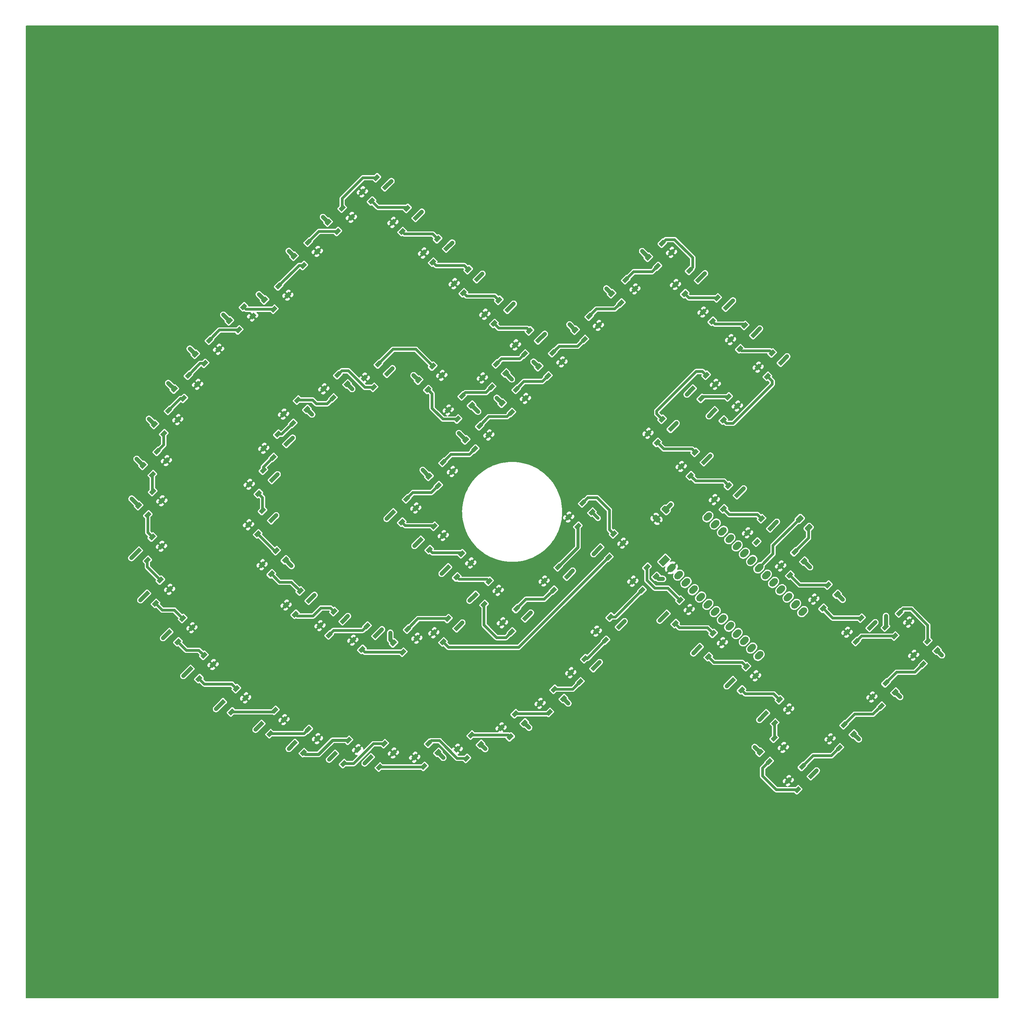
<source format=gbr>
%TF.GenerationSoftware,KiCad,Pcbnew,(6.0.10-0)*%
%TF.CreationDate,2023-02-19T18:45:33-05:00*%
%TF.ProjectId,Grad_Cap,47726164-5f43-4617-902e-6b696361645f,rev?*%
%TF.SameCoordinates,Original*%
%TF.FileFunction,Copper,L1,Top*%
%TF.FilePolarity,Positive*%
%FSLAX46Y46*%
G04 Gerber Fmt 4.6, Leading zero omitted, Abs format (unit mm)*
G04 Created by KiCad (PCBNEW (6.0.10-0)) date 2023-02-19 18:45:33*
%MOMM*%
%LPD*%
G01*
G04 APERTURE LIST*
G04 Aperture macros list*
%AMRoundRect*
0 Rectangle with rounded corners*
0 $1 Rounding radius*
0 $2 $3 $4 $5 $6 $7 $8 $9 X,Y pos of 4 corners*
0 Add a 4 corners polygon primitive as box body*
4,1,4,$2,$3,$4,$5,$6,$7,$8,$9,$2,$3,0*
0 Add four circle primitives for the rounded corners*
1,1,$1+$1,$2,$3*
1,1,$1+$1,$4,$5*
1,1,$1+$1,$6,$7*
1,1,$1+$1,$8,$9*
0 Add four rect primitives between the rounded corners*
20,1,$1+$1,$2,$3,$4,$5,0*
20,1,$1+$1,$4,$5,$6,$7,0*
20,1,$1+$1,$6,$7,$8,$9,0*
20,1,$1+$1,$8,$9,$2,$3,0*%
%AMHorizOval*
0 Thick line with rounded ends*
0 $1 width*
0 $2 $3 position (X,Y) of the first rounded end (center of the circle)*
0 $4 $5 position (X,Y) of the second rounded end (center of the circle)*
0 Add line between two ends*
20,1,$1,$2,$3,$4,$5,0*
0 Add two circle primitives to create the rounded ends*
1,1,$1,$2,$3*
1,1,$1,$4,$5*%
%AMRotRect*
0 Rectangle, with rotation*
0 The origin of the aperture is its center*
0 $1 length*
0 $2 width*
0 $3 Rotation angle, in degrees counterclockwise*
0 Add horizontal line*
21,1,$1,$2,0,0,$3*%
G04 Aperture macros list end*
%TA.AperFunction,SMDPad,CuDef*%
%ADD10RotRect,1.500000X1.000000X225.000000*%
%TD*%
%TA.AperFunction,SMDPad,CuDef*%
%ADD11RotRect,1.500000X1.000000X45.000000*%
%TD*%
%TA.AperFunction,ComponentPad*%
%ADD12RotRect,2.400000X1.600000X45.000000*%
%TD*%
%TA.AperFunction,ComponentPad*%
%ADD13HorizOval,1.600000X0.282843X0.282843X-0.282843X-0.282843X0*%
%TD*%
%TA.AperFunction,SMDPad,CuDef*%
%ADD14RoundRect,0.250000X0.167938X-0.751301X0.751301X-0.167938X-0.167938X0.751301X-0.751301X0.167938X0*%
%TD*%
%TA.AperFunction,SMDPad,CuDef*%
%ADD15RoundRect,0.250000X-0.724784X-0.159099X-0.159099X-0.724784X0.724784X0.159099X0.159099X0.724784X0*%
%TD*%
%TA.AperFunction,ViaPad*%
%ADD16C,0.800000*%
%TD*%
%TA.AperFunction,ViaPad*%
%ADD17C,1.500000*%
%TD*%
%TA.AperFunction,Conductor*%
%ADD18C,1.000000*%
%TD*%
%TA.AperFunction,Conductor*%
%ADD19C,0.750000*%
%TD*%
%TA.AperFunction,Conductor*%
%ADD20C,0.700000*%
%TD*%
G04 APERTURE END LIST*
D10*
%TO.P,D50,1,VSS*%
%TO.N,GND*%
X149675361Y-159205656D03*
%TO.P,D50,2,DIN*%
%TO.N,Net-(D49-Pad4)*%
X147412620Y-156942915D03*
%TO.P,D50,3,VDD*%
%TO.N,+5V*%
X143947797Y-160407738D03*
%TO.P,D50,4,DO*%
%TO.N,Net-(D50-Pad4)*%
X146210538Y-162670479D03*
%TD*%
D11*
%TO.P,D39,1,VSS*%
%TO.N,GND*%
X145008457Y-119395545D03*
%TO.P,D39,2,DIN*%
%TO.N,Net-(D38-Pad4)*%
X147271198Y-121658286D03*
%TO.P,D39,3,VDD*%
%TO.N,+5V*%
X150736021Y-118193463D03*
%TO.P,D39,4,DO*%
%TO.N,Net-(D39-Pad4)*%
X148473280Y-115930722D03*
%TD*%
D12*
%TO.P,U1,1,RST*%
%TO.N,unconnected-(U1-Pad1)*%
X227717464Y-202677309D03*
D13*
%TO.P,U1,2,5V*%
%TO.N,+5V*%
X229513515Y-204473360D03*
%TO.P,U1,3,AREF*%
%TO.N,unconnected-(U1-Pad3)*%
X231309566Y-206269411D03*
%TO.P,U1,4,GND*%
%TO.N,GND*%
X233105618Y-208065463D03*
%TO.P,U1,5,A0*%
%TO.N,unconnected-(U1-Pad5)*%
X234901669Y-209861514D03*
%TO.P,U1,6,A1*%
%TO.N,unconnected-(U1-Pad6)*%
X236697720Y-211657565D03*
%TO.P,U1,7,A2*%
%TO.N,unconnected-(U1-Pad7)*%
X238493771Y-213453616D03*
%TO.P,U1,8,A3*%
%TO.N,unconnected-(U1-Pad8)*%
X240289823Y-215249668D03*
%TO.P,U1,9,A4*%
%TO.N,unconnected-(U1-Pad9)*%
X242085874Y-217045719D03*
%TO.P,U1,10,A5*%
%TO.N,unconnected-(U1-Pad10)*%
X243881925Y-218841770D03*
%TO.P,U1,11,SCK*%
%TO.N,unconnected-(U1-Pad11)*%
X245677976Y-220637821D03*
%TO.P,U1,12,MOSI*%
%TO.N,unconnected-(U1-Pad12)*%
X247474027Y-222433872D03*
%TO.P,U1,13,MISO*%
%TO.N,unconnected-(U1-Pad13)*%
X249270079Y-224229924D03*
%TO.P,U1,14,3.3V*%
%TO.N,unconnected-(U1-Pad14)*%
X251066130Y-226025975D03*
%TO.P,U1,15,RX*%
%TO.N,unconnected-(U1-Pad15)*%
X261842437Y-215249668D03*
%TO.P,U1,16,TX*%
%TO.N,unconnected-(U1-Pad16)*%
X260046386Y-213453616D03*
%TO.P,U1,17,SDA*%
%TO.N,unconnected-(U1-Pad17)*%
X258250335Y-211657565D03*
%TO.P,U1,18,SCL*%
%TO.N,unconnected-(U1-Pad18)*%
X256454284Y-209861514D03*
%TO.P,U1,19,D5*%
%TO.N,unconnected-(U1-Pad19)*%
X254658232Y-208065463D03*
%TO.P,U1,20,D7*%
%TO.N,unconnected-(U1-Pad20)*%
X252862181Y-206269411D03*
%TO.P,U1,21,D9*%
%TO.N,Net-(R1-Pad1)*%
X251066130Y-204473360D03*
%TO.P,U1,22,D10*%
%TO.N,unconnected-(U1-Pad22)*%
X249270079Y-202677309D03*
%TO.P,U1,23,D11*%
%TO.N,unconnected-(U1-Pad23)*%
X247474027Y-200881258D03*
%TO.P,U1,24,D12*%
%TO.N,unconnected-(U1-Pad24)*%
X245677976Y-199085207D03*
%TO.P,U1,25,D13*%
%TO.N,unconnected-(U1-Pad25)*%
X243881925Y-197289155D03*
%TO.P,U1,26,VBUS*%
%TO.N,unconnected-(U1-Pad26)*%
X242085874Y-195493104D03*
%TO.P,U1,27,GND*%
%TO.N,GND*%
X240289823Y-193697053D03*
%TO.P,U1,28,VBAT*%
%TO.N,unconnected-(U1-Pad28)*%
X238493771Y-191901002D03*
%TD*%
D10*
%TO.P,D42,1,VSS*%
%TO.N,GND*%
X174223386Y-125770923D03*
%TO.P,D42,2,DIN*%
%TO.N,Net-(D41-Pad4)*%
X171960645Y-123508182D03*
%TO.P,D42,3,VDD*%
%TO.N,+5V*%
X168495822Y-126973005D03*
%TO.P,D42,4,DO*%
%TO.N,Net-(D42-Pad4)*%
X170758563Y-129235746D03*
%TD*%
D14*
%TO.P,C1,1*%
%TO.N,+5V*%
X225852471Y-192422775D03*
%TO.P,C1,2*%
%TO.N,GND*%
X228062179Y-190213067D03*
%TD*%
D11*
%TO.P,D25,1,VSS*%
%TO.N,GND*%
X118970664Y-237664387D03*
%TO.P,D25,2,DIN*%
%TO.N,Net-(D24-Pad4)*%
X121233405Y-239927128D03*
%TO.P,D25,3,VDD*%
%TO.N,+5V*%
X124698228Y-236462305D03*
%TO.P,D25,4,DO*%
%TO.N,Net-(D25-Pad4)*%
X122435487Y-234199564D03*
%TD*%
%TO.P,D74,1,VSS*%
%TO.N,GND*%
X214815654Y-137005980D03*
%TO.P,D74,2,DIN*%
%TO.N,Net-(D73-Pad4)*%
X217078395Y-139268721D03*
%TO.P,D74,3,VDD*%
%TO.N,+5V*%
X220543218Y-135803898D03*
%TO.P,D74,4,DO*%
%TO.N,Net-(D74-Pad4)*%
X218280477Y-133541157D03*
%TD*%
%TO.P,D10,1,VSS*%
%TO.N,GND*%
X252655848Y-240407254D03*
%TO.P,D10,2,DIN*%
%TO.N,Net-(D10-Pad2)*%
X254918589Y-242669995D03*
%TO.P,D10,3,VDD*%
%TO.N,+5V*%
X258383412Y-239205172D03*
%TO.P,D10,4,DO*%
%TO.N,Net-(D10-Pad4)*%
X256120671Y-236942431D03*
%TD*%
D10*
%TO.P,D6,1,VSS*%
%TO.N,GND*%
X284586620Y-235057473D03*
%TO.P,D6,2,DIN*%
%TO.N,Net-(D5-Pad4)*%
X282323879Y-232794732D03*
%TO.P,D6,3,VDD*%
%TO.N,+5V*%
X278859056Y-236259555D03*
%TO.P,D6,4,DO*%
%TO.N,Net-(D6-Pad4)*%
X281121797Y-238522296D03*
%TD*%
%TO.P,D78,1,VSS*%
%TO.N,GND*%
X249802176Y-147081816D03*
%TO.P,D78,2,DIN*%
%TO.N,Net-(D77-Pad4)*%
X247539435Y-144819075D03*
%TO.P,D78,3,VDD*%
%TO.N,+5V*%
X244074612Y-148283898D03*
%TO.P,D78,4,DO*%
%TO.N,Net-(D78-Pad4)*%
X246337353Y-150546639D03*
%TD*%
%TO.P,D76,1,VSS*%
%TO.N,GND*%
X236241990Y-133521629D03*
%TO.P,D76,2,DIN*%
%TO.N,Net-(D75-Pad4)*%
X233979249Y-131258888D03*
%TO.P,D76,3,VDD*%
%TO.N,+5V*%
X230514426Y-134723711D03*
%TO.P,D76,4,DO*%
%TO.N,Net-(D76-Pad4)*%
X232777167Y-136986452D03*
%TD*%
%TO.P,D41,1,VSS*%
%TO.N,GND*%
X166689161Y-118236701D03*
%TO.P,D41,2,DIN*%
%TO.N,Net-(D40-Pad4)*%
X164426420Y-115973960D03*
%TO.P,D41,3,VDD*%
%TO.N,+5V*%
X160961597Y-119438783D03*
%TO.P,D41,4,DO*%
%TO.N,Net-(D41-Pad4)*%
X163224338Y-121701524D03*
%TD*%
D11*
%TO.P,D13,1,VSS*%
%TO.N,GND*%
X228166690Y-215918096D03*
%TO.P,D13,2,DIN*%
%TO.N,Net-(D12-Pad4)*%
X230429431Y-218180837D03*
%TO.P,D13,3,VDD*%
%TO.N,+5V*%
X233894254Y-214716014D03*
%TO.P,D13,4,DO*%
%TO.N,Net-(D13-Pad4)*%
X231631513Y-212453273D03*
%TD*%
D10*
%TO.P,D16,1,VSS*%
%TO.N,GND*%
X210459674Y-229080534D03*
%TO.P,D16,2,DIN*%
%TO.N,Net-(D15-Pad4)*%
X208196933Y-226817793D03*
%TO.P,D16,3,VDD*%
%TO.N,+5V*%
X204732110Y-230282616D03*
%TO.P,D16,4,DO*%
%TO.N,Net-(D16-Pad4)*%
X206994851Y-232545357D03*
%TD*%
D11*
%TO.P,D30,1,VSS*%
%TO.N,GND*%
X98351996Y-189171004D03*
%TO.P,D30,2,DIN*%
%TO.N,Net-(D29-Pad4)*%
X100614737Y-191433745D03*
%TO.P,D30,3,VDD*%
%TO.N,+5V*%
X104079560Y-187968922D03*
%TO.P,D30,4,DO*%
%TO.N,Net-(D30-Pad4)*%
X101816819Y-185706181D03*
%TD*%
D15*
%TO.P,R1,1*%
%TO.N,Net-(R1-Pad1)*%
X261081873Y-192431048D03*
%TO.P,R1,2*%
%TO.N,Net-(D1-Pad2)*%
X263273905Y-194623080D03*
%TD*%
D10*
%TO.P,D44,1,VSS*%
%TO.N,GND*%
X189305161Y-140852700D03*
%TO.P,D44,2,DIN*%
%TO.N,Net-(D43-Pad4)*%
X187042420Y-138589959D03*
%TO.P,D44,3,VDD*%
%TO.N,+5V*%
X183577597Y-142054782D03*
%TO.P,D44,4,DO*%
%TO.N,Net-(D44-Pad4)*%
X185840338Y-144317523D03*
%TD*%
D11*
%TO.P,D28,1,VSS*%
%TO.N,GND*%
X100273771Y-210957105D03*
%TO.P,D28,2,DIN*%
%TO.N,Net-(D27-Pad4)*%
X102536512Y-213219846D03*
%TO.P,D28,3,VDD*%
%TO.N,+5V*%
X106001335Y-209755023D03*
%TO.P,D28,4,DO*%
%TO.N,Net-(D28-Pad4)*%
X103738594Y-207492282D03*
%TD*%
%TO.P,D27,1,VSS*%
%TO.N,GND*%
X105769688Y-220404335D03*
%TO.P,D27,2,DIN*%
%TO.N,Net-(D26-Pad4)*%
X108032429Y-222667076D03*
%TO.P,D27,3,VDD*%
%TO.N,+5V*%
X111497252Y-219202253D03*
%TO.P,D27,4,DO*%
%TO.N,Net-(D27-Pad4)*%
X109234511Y-216939512D03*
%TD*%
%TO.P,D23,1,VSS*%
%TO.N,GND*%
X136661769Y-247704313D03*
%TO.P,D23,2,DIN*%
%TO.N,Net-(D22-Pad4)*%
X138924510Y-249967054D03*
%TO.P,D23,3,VDD*%
%TO.N,+5V*%
X142389333Y-246502231D03*
%TO.P,D23,4,DO*%
%TO.N,Net-(D23-Pad4)*%
X140126592Y-244239490D03*
%TD*%
%TO.P,D4,1,VSS*%
%TO.N,GND*%
X282195800Y-219021375D03*
%TO.P,D4,2,DIN*%
%TO.N,Net-(D3-Pad4)*%
X284458541Y-221284116D03*
%TO.P,D4,3,VDD*%
%TO.N,+5V*%
X287923364Y-217819293D03*
%TO.P,D4,4,DO*%
%TO.N,Net-(D4-Pad4)*%
X285660623Y-215556552D03*
%TD*%
%TO.P,D38,1,VSS*%
%TO.N,GND*%
X136629242Y-127774761D03*
%TO.P,D38,2,DIN*%
%TO.N,Net-(D36-Pad4)*%
X138891983Y-130037502D03*
%TO.P,D38,3,VDD*%
%TO.N,+5V*%
X142356806Y-126572679D03*
%TO.P,D38,4,DO*%
%TO.N,Net-(D38-Pad4)*%
X140094065Y-124309938D03*
%TD*%
%TO.P,D65,1,VSS*%
%TO.N,GND*%
X181150453Y-211227008D03*
%TO.P,D65,2,DIN*%
%TO.N,Net-(D64-Pad4)*%
X183413194Y-213489749D03*
%TO.P,D65,3,VDD*%
%TO.N,+5V*%
X186878017Y-210024926D03*
%TO.P,D65,4,DO*%
%TO.N,Net-(D65-Pad4)*%
X184615276Y-207762185D03*
%TD*%
%TO.P,D48,1,VSS*%
%TO.N,GND*%
X167266482Y-158296883D03*
%TO.P,D48,2,DIN*%
%TO.N,Net-(D47-Pad4)*%
X169529223Y-160559624D03*
%TO.P,D48,3,VDD*%
%TO.N,+5V*%
X172994046Y-157094801D03*
%TO.P,D48,4,DO*%
%TO.N,Net-(D48-Pad4)*%
X170731305Y-154832060D03*
%TD*%
D10*
%TO.P,D2,1,VSS*%
%TO.N,GND*%
X270295121Y-210967358D03*
%TO.P,D2,2,DIN*%
%TO.N,Net-(D1-Pad4)*%
X268032380Y-208704617D03*
%TO.P,D2,3,VDD*%
%TO.N,+5V*%
X264567557Y-212169440D03*
%TO.P,D2,4,DO*%
%TO.N,Net-(D2-Pad4)*%
X266830298Y-214432181D03*
%TD*%
%TO.P,D63,1,VSS*%
%TO.N,GND*%
X203910451Y-206511100D03*
%TO.P,D63,2,DIN*%
%TO.N,Net-(D62-Pad4)*%
X201647710Y-204248359D03*
%TO.P,D63,3,VDD*%
%TO.N,+5V*%
X198182887Y-207713182D03*
%TO.P,D63,4,DO*%
%TO.N,Net-(D63-Pad4)*%
X200445628Y-209975923D03*
%TD*%
%TO.P,D51,1,VSS*%
%TO.N,GND*%
X139775866Y-165428196D03*
%TO.P,D51,2,DIN*%
%TO.N,Net-(D50-Pad4)*%
X137513125Y-163165455D03*
%TO.P,D51,3,VDD*%
%TO.N,+5V*%
X134048302Y-166630278D03*
%TO.P,D51,4,DO*%
%TO.N,Net-(D51-Pad4)*%
X136311043Y-168893019D03*
%TD*%
%TO.P,D18,1,VSS*%
%TO.N,GND*%
X193307385Y-242640721D03*
%TO.P,D18,2,DIN*%
%TO.N,Net-(D17-Pad4)*%
X191044644Y-240377980D03*
%TO.P,D18,3,VDD*%
%TO.N,+5V*%
X187579821Y-243842803D03*
%TO.P,D18,4,DO*%
%TO.N,Net-(D18-Pad4)*%
X189842562Y-246105544D03*
%TD*%
%TO.P,D77,1,VSS*%
%TO.N,GND*%
X243022083Y-140301722D03*
%TO.P,D77,2,DIN*%
%TO.N,Net-(D76-Pad4)*%
X240759342Y-138038981D03*
%TO.P,D77,3,VDD*%
%TO.N,+5V*%
X237294519Y-141503804D03*
%TO.P,D77,4,DO*%
%TO.N,Net-(D77-Pad4)*%
X239557260Y-143766545D03*
%TD*%
%TO.P,D58,1,VSS*%
%TO.N,GND*%
X156817140Y-221077500D03*
%TO.P,D58,2,DIN*%
%TO.N,Net-(D57-Pad4)*%
X154554399Y-218814759D03*
%TO.P,D58,3,VDD*%
%TO.N,+5V*%
X151089576Y-222279582D03*
%TO.P,D58,4,DO*%
%TO.N,Net-(D58-Pad4)*%
X153352317Y-224542323D03*
%TD*%
%TO.P,D62,1,VSS*%
%TO.N,GND*%
X209943911Y-190765671D03*
%TO.P,D62,2,DIN*%
%TO.N,Net-(D61-Pad4)*%
X207681170Y-188502930D03*
%TO.P,D62,3,VDD*%
%TO.N,+5V*%
X204216347Y-191967753D03*
%TO.P,D62,4,DO*%
%TO.N,Net-(D62-Pad4)*%
X206479088Y-194230494D03*
%TD*%
%TO.P,D82,1,VSS*%
%TO.N,GND*%
X229479857Y-170152094D03*
%TO.P,D82,2,DIN*%
%TO.N,Net-(D81-Pad4)*%
X227217116Y-167889353D03*
%TO.P,D82,3,VDD*%
%TO.N,+5V*%
X223752293Y-171354176D03*
%TO.P,D82,4,DO*%
%TO.N,Net-(D82-Pad4)*%
X226015034Y-173616917D03*
%TD*%
D11*
%TO.P,D29,1,VSS*%
%TO.N,GND*%
X98262194Y-200360403D03*
%TO.P,D29,2,DIN*%
%TO.N,Net-(D28-Pad4)*%
X100524935Y-202623144D03*
%TO.P,D29,3,VDD*%
%TO.N,+5V*%
X103989758Y-199158321D03*
%TO.P,D29,4,DO*%
%TO.N,Net-(D29-Pad4)*%
X101727017Y-196895580D03*
%TD*%
D10*
%TO.P,D55,1,VSS*%
%TO.N,GND*%
X134486708Y-202498976D03*
%TO.P,D55,2,DIN*%
%TO.N,Net-(D54-Pad4)*%
X132223967Y-200236235D03*
%TO.P,D55,3,VDD*%
%TO.N,+5V*%
X128759144Y-203701058D03*
%TO.P,D55,4,DO*%
%TO.N,Net-(D55-Pad4)*%
X131021885Y-205963799D03*
%TD*%
D11*
%TO.P,D33,1,VSS*%
%TO.N,GND*%
X107152647Y-160506026D03*
%TO.P,D33,2,DIN*%
%TO.N,Net-(D32-Pad4)*%
X109415388Y-162768767D03*
%TO.P,D33,3,VDD*%
%TO.N,+5V*%
X112880211Y-159303944D03*
%TO.P,D33,4,DO*%
%TO.N,Net-(D33-Pad4)*%
X110617470Y-157041203D03*
%TD*%
D10*
%TO.P,D84,1,VSS*%
%TO.N,GND*%
X245805962Y-186478199D03*
%TO.P,D84,2,DIN*%
%TO.N,Net-(D83-Pad4)*%
X243543221Y-184215458D03*
%TO.P,D84,3,VDD*%
%TO.N,+5V*%
X240078398Y-187680281D03*
%TO.P,D84,4,DO*%
%TO.N,Net-(D84-Pad4)*%
X242341139Y-189943022D03*
%TD*%
%TO.P,D15,1,VSS*%
%TO.N,GND*%
X216745854Y-218843042D03*
%TO.P,D15,2,DIN*%
%TO.N,Net-(D14-Pad4)*%
X214483113Y-216580301D03*
%TO.P,D15,3,VDD*%
%TO.N,+5V*%
X211018290Y-220045124D03*
%TO.P,D15,4,DO*%
%TO.N,Net-(D15-Pad4)*%
X213281031Y-222307865D03*
%TD*%
%TO.P,D60,1,VSS*%
%TO.N,GND*%
X176757551Y-219239022D03*
%TO.P,D60,2,DIN*%
%TO.N,Net-(D59-Pad4)*%
X174494810Y-216976281D03*
%TO.P,D60,3,VDD*%
%TO.N,+5V*%
X171029987Y-220441104D03*
%TO.P,D60,4,DO*%
%TO.N,Net-(D60-Pad4)*%
X173292728Y-222703845D03*
%TD*%
%TO.P,D83,1,VSS*%
%TO.N,GND*%
X237642910Y-178315147D03*
%TO.P,D83,2,DIN*%
%TO.N,Net-(D82-Pad4)*%
X235380169Y-176052406D03*
%TO.P,D83,3,VDD*%
%TO.N,+5V*%
X231915346Y-179517229D03*
%TO.P,D83,4,DO*%
%TO.N,Net-(D83-Pad4)*%
X234178087Y-181779970D03*
%TD*%
D11*
%TO.P,D9,1,VSS*%
%TO.N,GND*%
X251333417Y-249883758D03*
%TO.P,D9,2,DIN*%
%TO.N,Net-(D8-Pad4)*%
X253596158Y-252146499D03*
%TO.P,D9,3,VDD*%
%TO.N,+5V*%
X257060981Y-248681676D03*
%TO.P,D9,4,DO*%
%TO.N,Net-(D10-Pad2)*%
X254798240Y-246418935D03*
%TD*%
%TO.P,D73,1,VSS*%
%TO.N,GND*%
X205825135Y-145996499D03*
%TO.P,D73,2,DIN*%
%TO.N,Net-(D72-Pad4)*%
X208087876Y-148259240D03*
%TO.P,D73,3,VDD*%
%TO.N,+5V*%
X211552699Y-144794417D03*
%TO.P,D73,4,DO*%
%TO.N,Net-(D73-Pad4)*%
X209289958Y-142531676D03*
%TD*%
%TO.P,D71,1,VSS*%
%TO.N,GND*%
X187844097Y-163977537D03*
%TO.P,D71,2,DIN*%
%TO.N,Net-(D70-Pad4)*%
X190106838Y-166240278D03*
%TO.P,D71,3,VDD*%
%TO.N,+5V*%
X193571661Y-162775455D03*
%TO.P,D71,4,DO*%
%TO.N,Net-(D71-Pad4)*%
X191308920Y-160512714D03*
%TD*%
%TO.P,D61,1,VSS*%
%TO.N,GND*%
X211840584Y-199591990D03*
%TO.P,D61,2,DIN*%
%TO.N,Net-(D60-Pad4)*%
X214103325Y-201854731D03*
%TO.P,D61,3,VDD*%
%TO.N,+5V*%
X217568148Y-198389908D03*
%TO.P,D61,4,DO*%
%TO.N,Net-(D61-Pad4)*%
X215305407Y-196127167D03*
%TD*%
D10*
%TO.P,D79,1,VSS*%
%TO.N,GND*%
X256582270Y-153861909D03*
%TO.P,D79,2,DIN*%
%TO.N,Net-(D78-Pad4)*%
X254319529Y-151599168D03*
%TO.P,D79,3,VDD*%
%TO.N,+5V*%
X250854706Y-155063991D03*
%TO.P,D79,4,DO*%
%TO.N,Net-(D79-Pad4)*%
X253117447Y-157326732D03*
%TD*%
%TO.P,D40,1,VSS*%
%TO.N,GND*%
X159168270Y-110715809D03*
%TO.P,D40,2,DIN*%
%TO.N,Net-(D39-Pad4)*%
X156905529Y-108453068D03*
%TO.P,D40,3,VDD*%
%TO.N,+5V*%
X153440706Y-111917891D03*
%TO.P,D40,4,DO*%
%TO.N,Net-(D40-Pad4)*%
X155703447Y-114180632D03*
%TD*%
%TO.P,D17,1,VSS*%
%TO.N,GND*%
X202916259Y-236623950D03*
%TO.P,D17,2,DIN*%
%TO.N,Net-(D16-Pad4)*%
X200653518Y-234361209D03*
%TO.P,D17,3,VDD*%
%TO.N,+5V*%
X197188695Y-237826032D03*
%TO.P,D17,4,DO*%
%TO.N,Net-(D17-Pad4)*%
X199451436Y-240088773D03*
%TD*%
%TO.P,D54,1,VSS*%
%TO.N,GND*%
X131146052Y-192656616D03*
%TO.P,D54,2,DIN*%
%TO.N,Net-(D53-Pad4)*%
X128883311Y-190393875D03*
%TO.P,D54,3,VDD*%
%TO.N,+5V*%
X125418488Y-193858698D03*
%TO.P,D54,4,DO*%
%TO.N,Net-(D54-Pad4)*%
X127681229Y-196121439D03*
%TD*%
D11*
%TO.P,D36,1,VSS*%
%TO.N,GND*%
X129381398Y-138558139D03*
%TO.P,D36,2,DIN*%
%TO.N,Net-(D35-Pad4)*%
X131644139Y-140820880D03*
%TO.P,D36,3,VDD*%
%TO.N,+5V*%
X135108962Y-137356057D03*
%TO.P,D36,4,DO*%
%TO.N,Net-(D36-Pad4)*%
X132846221Y-135093316D03*
%TD*%
D10*
%TO.P,D43,1,VSS*%
%TO.N,GND*%
X181770938Y-133318477D03*
%TO.P,D43,2,DIN*%
%TO.N,Net-(D42-Pad4)*%
X179508197Y-131055736D03*
%TO.P,D43,3,VDD*%
%TO.N,+5V*%
X176043374Y-134520559D03*
%TO.P,D43,4,DO*%
%TO.N,Net-(D43-Pad4)*%
X178306115Y-136783300D03*
%TD*%
D11*
%TO.P,D35,1,VSS*%
%TO.N,GND*%
X120712834Y-143677026D03*
%TO.P,D35,2,DIN*%
%TO.N,Net-(D34-Pad4)*%
X122975575Y-145939767D03*
%TO.P,D35,3,VDD*%
%TO.N,+5V*%
X126440398Y-142474944D03*
%TO.P,D35,4,DO*%
%TO.N,Net-(D35-Pad4)*%
X124177657Y-140212203D03*
%TD*%
%TO.P,D68,1,VSS*%
%TO.N,GND*%
X160872540Y-190949095D03*
%TO.P,D68,2,DIN*%
%TO.N,Net-(D67-Pad4)*%
X163135281Y-193211836D03*
%TO.P,D68,3,VDD*%
%TO.N,+5V*%
X166600104Y-189747013D03*
%TO.P,D68,4,DO*%
%TO.N,Net-(D68-Pad4)*%
X164337363Y-187484272D03*
%TD*%
%TO.P,D75,1,VSS*%
%TO.N,GND*%
X223806174Y-128015460D03*
%TO.P,D75,2,DIN*%
%TO.N,Net-(D74-Pad4)*%
X226068915Y-130278201D03*
%TO.P,D75,3,VDD*%
%TO.N,+5V*%
X229533738Y-126813378D03*
%TO.P,D75,4,DO*%
%TO.N,Net-(D75-Pad4)*%
X227270997Y-124550637D03*
%TD*%
D10*
%TO.P,D57,1,VSS*%
%TO.N,GND*%
X148729394Y-217496004D03*
%TO.P,D57,2,DIN*%
%TO.N,Net-(D56-Pad4)*%
X146466653Y-215233263D03*
%TO.P,D57,3,VDD*%
%TO.N,+5V*%
X143001830Y-218698086D03*
%TO.P,D57,4,DO*%
%TO.N,Net-(D57-Pad4)*%
X145264571Y-220960827D03*
%TD*%
%TO.P,D14,1,VSS*%
%TO.N,GND*%
X225731201Y-206552961D03*
%TO.P,D14,2,DIN*%
%TO.N,Net-(D13-Pad4)*%
X223468460Y-204290220D03*
%TO.P,D14,3,VDD*%
%TO.N,+5V*%
X220003637Y-207755043D03*
%TO.P,D14,4,DO*%
%TO.N,Net-(D14-Pad4)*%
X222266378Y-210017784D03*
%TD*%
D11*
%TO.P,D67,1,VSS*%
%TO.N,GND*%
X167631844Y-197708399D03*
%TO.P,D67,2,DIN*%
%TO.N,Net-(D66-Pad4)*%
X169894585Y-199971140D03*
%TO.P,D67,3,VDD*%
%TO.N,+5V*%
X173359408Y-196506317D03*
%TO.P,D67,4,DO*%
%TO.N,Net-(D67-Pad4)*%
X171096667Y-194243576D03*
%TD*%
%TO.P,D81,1,VSS*%
%TO.N,GND*%
X234600442Y-160506026D03*
%TO.P,D81,2,DIN*%
%TO.N,Net-(D80-Pad4)*%
X236863183Y-162768767D03*
%TO.P,D81,3,VDD*%
%TO.N,+5V*%
X240328006Y-159303944D03*
%TO.P,D81,4,DO*%
%TO.N,Net-(D81-Pad4)*%
X238065265Y-157041203D03*
%TD*%
D10*
%TO.P,D1,1,VSS*%
%TO.N,GND*%
X262132068Y-202804305D03*
%TO.P,D1,2,DIN*%
%TO.N,Net-(D1-Pad2)*%
X259869327Y-200541564D03*
%TO.P,D1,3,VDD*%
%TO.N,+5V*%
X256404504Y-204006387D03*
%TO.P,D1,4,DO*%
%TO.N,Net-(D1-Pad4)*%
X258667245Y-206269128D03*
%TD*%
%TO.P,D8,1,VSS*%
%TO.N,GND*%
X264011699Y-255632394D03*
%TO.P,D8,2,DIN*%
%TO.N,Net-(D7-Pad4)*%
X261748958Y-253369653D03*
%TO.P,D8,3,VDD*%
%TO.N,+5V*%
X258284135Y-256834476D03*
%TO.P,D8,4,DO*%
%TO.N,Net-(D8-Pad4)*%
X260546876Y-259097217D03*
%TD*%
%TO.P,D85,1,VSS*%
%TO.N,GND*%
X253969015Y-194641252D03*
%TO.P,D85,2,DIN*%
%TO.N,Net-(D84-Pad4)*%
X251706274Y-192378511D03*
%TO.P,D85,3,VDD*%
%TO.N,+5V*%
X248241451Y-195843334D03*
%TO.P,D85,4,DO*%
%TO.N,unconnected-(D85-Pad4)*%
X250504192Y-198106075D03*
%TD*%
%TO.P,D56,1,VSS*%
%TO.N,GND*%
X140395716Y-212431140D03*
%TO.P,D56,2,DIN*%
%TO.N,Net-(D55-Pad4)*%
X138132975Y-210168399D03*
%TO.P,D56,3,VDD*%
%TO.N,+5V*%
X134668152Y-213633222D03*
%TO.P,D56,4,DO*%
%TO.N,Net-(D56-Pad4)*%
X136930893Y-215895963D03*
%TD*%
D11*
%TO.P,D24,1,VSS*%
%TO.N,GND*%
X128435854Y-243034580D03*
%TO.P,D24,2,DIN*%
%TO.N,Net-(D23-Pad4)*%
X130698595Y-245297321D03*
%TO.P,D24,3,VDD*%
%TO.N,+5V*%
X134163418Y-241832498D03*
%TO.P,D24,4,DO*%
%TO.N,Net-(D24-Pad4)*%
X131900677Y-239569757D03*
%TD*%
%TO.P,D11,1,VSS*%
%TO.N,GND*%
X244492795Y-232244201D03*
%TO.P,D11,2,DIN*%
%TO.N,Net-(D10-Pad4)*%
X246755536Y-234506942D03*
%TO.P,D11,3,VDD*%
%TO.N,+5V*%
X250220359Y-231042119D03*
%TO.P,D11,4,DO*%
%TO.N,Net-(D11-Pad4)*%
X247957618Y-228779378D03*
%TD*%
D10*
%TO.P,D46,1,VSS*%
%TO.N,GND*%
X188701080Y-156525227D03*
%TO.P,D46,2,DIN*%
%TO.N,Net-(D45-Pad4)*%
X186438339Y-154262486D03*
%TO.P,D46,3,VDD*%
%TO.N,+5V*%
X182973516Y-157727309D03*
%TO.P,D46,4,DO*%
%TO.N,Net-(D46-Pad4)*%
X185236257Y-159990050D03*
%TD*%
D11*
%TO.P,D72,1,VSS*%
%TO.N,GND*%
X196834616Y-154987018D03*
%TO.P,D72,2,DIN*%
%TO.N,Net-(D71-Pad4)*%
X199097357Y-157249759D03*
%TO.P,D72,3,VDD*%
%TO.N,+5V*%
X202562180Y-153784936D03*
%TO.P,D72,4,DO*%
%TO.N,Net-(D72-Pad4)*%
X200299439Y-151522195D03*
%TD*%
D10*
%TO.P,D52,1,VSS*%
%TO.N,GND*%
X134896830Y-173842767D03*
%TO.P,D52,2,DIN*%
%TO.N,Net-(D51-Pad4)*%
X132634089Y-171580026D03*
%TO.P,D52,3,VDD*%
%TO.N,+5V*%
X129169266Y-175044849D03*
%TO.P,D52,4,DO*%
%TO.N,Net-(D52-Pad4)*%
X131432007Y-177307590D03*
%TD*%
D11*
%TO.P,D22,1,VSS*%
%TO.N,GND*%
X146540051Y-250398390D03*
%TO.P,D22,2,DIN*%
%TO.N,Net-(D21-Pad4)*%
X148802792Y-252661131D03*
%TO.P,D22,3,VDD*%
%TO.N,+5V*%
X152267615Y-249196308D03*
%TO.P,D22,4,DO*%
%TO.N,Net-(D22-Pad4)*%
X150004874Y-246933567D03*
%TD*%
D10*
%TO.P,D64,1,VSS*%
%TO.N,GND*%
X193637321Y-216784230D03*
%TO.P,D64,2,DIN*%
%TO.N,Net-(D63-Pad4)*%
X191374580Y-214521489D03*
%TO.P,D64,3,VDD*%
%TO.N,+5V*%
X187909757Y-217986312D03*
%TO.P,D64,4,DO*%
%TO.N,Net-(D64-Pad4)*%
X190172498Y-220249053D03*
%TD*%
%TO.P,D7,1,VSS*%
%TO.N,GND*%
X274299160Y-245344934D03*
%TO.P,D7,2,DIN*%
%TO.N,Net-(D6-Pad4)*%
X272036419Y-243082193D03*
%TO.P,D7,3,VDD*%
%TO.N,+5V*%
X268571596Y-246547016D03*
%TO.P,D7,4,DO*%
%TO.N,Net-(D7-Pad4)*%
X270834337Y-248809757D03*
%TD*%
D11*
%TO.P,D34,1,VSS*%
%TO.N,GND*%
X112325275Y-151884980D03*
%TO.P,D34,2,DIN*%
%TO.N,Net-(D33-Pad4)*%
X114588016Y-154147721D03*
%TO.P,D34,3,VDD*%
%TO.N,+5V*%
X118052839Y-150682898D03*
%TO.P,D34,4,DO*%
%TO.N,Net-(D34-Pad4)*%
X115790098Y-148420157D03*
%TD*%
%TO.P,D21,1,VSS*%
%TO.N,GND*%
X155358662Y-251242534D03*
%TO.P,D21,2,DIN*%
%TO.N,Net-(D20-Pad4)*%
X157621403Y-253505275D03*
%TO.P,D21,3,VDD*%
%TO.N,+5V*%
X161086226Y-250040452D03*
%TO.P,D21,4,DO*%
%TO.N,Net-(D21-Pad4)*%
X158823485Y-247777711D03*
%TD*%
D10*
%TO.P,D20,1,VSS*%
%TO.N,GND*%
X172042139Y-249896768D03*
%TO.P,D20,2,DIN*%
%TO.N,Net-(D19-Pad4)*%
X169779398Y-247634027D03*
%TO.P,D20,3,VDD*%
%TO.N,+5V*%
X166314575Y-251098850D03*
%TO.P,D20,4,DO*%
%TO.N,Net-(D20-Pad4)*%
X168577316Y-253361591D03*
%TD*%
%TO.P,D19,1,VSS*%
%TO.N,GND*%
X182513117Y-247903151D03*
%TO.P,D19,2,DIN*%
%TO.N,Net-(D18-Pad4)*%
X180250376Y-245640410D03*
%TO.P,D19,3,VDD*%
%TO.N,+5V*%
X176785553Y-249105233D03*
%TO.P,D19,4,DO*%
%TO.N,Net-(D19-Pad4)*%
X179048294Y-251367974D03*
%TD*%
D11*
%TO.P,D66,1,VSS*%
%TO.N,GND*%
X174391148Y-204467703D03*
%TO.P,D66,2,DIN*%
%TO.N,Net-(D65-Pad4)*%
X176653889Y-206730444D03*
%TO.P,D66,3,VDD*%
%TO.N,+5V*%
X180118712Y-203265621D03*
%TO.P,D66,4,DO*%
%TO.N,Net-(D66-Pad4)*%
X177855971Y-201002880D03*
%TD*%
%TO.P,D70,1,VSS*%
%TO.N,GND*%
X178853578Y-172968056D03*
%TO.P,D70,2,DIN*%
%TO.N,Net-(D69-Pad4)*%
X181116319Y-175230797D03*
%TO.P,D70,3,VDD*%
%TO.N,+5V*%
X184581142Y-171765974D03*
%TO.P,D70,4,DO*%
%TO.N,Net-(D70-Pad4)*%
X182318401Y-169503233D03*
%TD*%
D10*
%TO.P,D49,1,VSS*%
%TO.N,GND*%
X159645567Y-156589361D03*
%TO.P,D49,2,DIN*%
%TO.N,Net-(D48-Pad4)*%
X157382826Y-154326620D03*
%TO.P,D49,3,VDD*%
%TO.N,+5V*%
X153918003Y-157791443D03*
%TO.P,D49,4,DO*%
%TO.N,Net-(D49-Pad4)*%
X156180744Y-160054184D03*
%TD*%
D11*
%TO.P,D32,1,VSS*%
%TO.N,GND*%
X102285349Y-169180954D03*
%TO.P,D32,2,DIN*%
%TO.N,Net-(D31-Pad4)*%
X104548090Y-171443695D03*
%TO.P,D32,3,VDD*%
%TO.N,+5V*%
X108012913Y-167978872D03*
%TO.P,D32,4,DO*%
%TO.N,Net-(D32-Pad4)*%
X105750172Y-165716131D03*
%TD*%
D10*
%TO.P,D53,1,VSS*%
%TO.N,GND*%
X131325657Y-182706492D03*
%TO.P,D53,2,DIN*%
%TO.N,Net-(D52-Pad4)*%
X129062916Y-180443751D03*
%TO.P,D53,3,VDD*%
%TO.N,+5V*%
X125598093Y-183908574D03*
%TO.P,D53,4,DO*%
%TO.N,Net-(D53-Pad4)*%
X127860834Y-186171315D03*
%TD*%
D11*
%TO.P,D59,1,VSS*%
%TO.N,GND*%
X161130492Y-222986689D03*
%TO.P,D59,2,DIN*%
%TO.N,Net-(D58-Pad4)*%
X163393233Y-225249430D03*
%TO.P,D59,3,VDD*%
%TO.N,+5V*%
X166858056Y-221784607D03*
%TO.P,D59,4,DO*%
%TO.N,Net-(D59-Pad4)*%
X164595315Y-219521866D03*
%TD*%
%TO.P,D31,1,VSS*%
%TO.N,GND*%
X99483509Y-179274762D03*
%TO.P,D31,2,DIN*%
%TO.N,Net-(D30-Pad4)*%
X101746250Y-181537503D03*
%TO.P,D31,3,VDD*%
%TO.N,+5V*%
X105211073Y-178072680D03*
%TO.P,D31,4,DO*%
%TO.N,Net-(D31-Pad4)*%
X102948332Y-175809939D03*
%TD*%
D10*
%TO.P,D47,1,VSS*%
%TO.N,GND*%
X180303974Y-164404730D03*
%TO.P,D47,2,DIN*%
%TO.N,Net-(D46-Pad4)*%
X178041233Y-162141989D03*
%TO.P,D47,3,VDD*%
%TO.N,+5V*%
X174576410Y-165606812D03*
%TO.P,D47,4,DO*%
%TO.N,Net-(D47-Pad4)*%
X176839151Y-167869553D03*
%TD*%
D11*
%TO.P,D80,1,VSS*%
%TO.N,GND*%
X240006556Y-165840298D03*
%TO.P,D80,2,DIN*%
%TO.N,Net-(D79-Pad4)*%
X242269297Y-168103039D03*
%TO.P,D80,3,VDD*%
%TO.N,+5V*%
X245734120Y-164638216D03*
%TO.P,D80,4,DO*%
%TO.N,Net-(D80-Pad4)*%
X243471379Y-162375475D03*
%TD*%
D10*
%TO.P,D45,1,VSS*%
%TO.N,GND*%
X196839384Y-148386923D03*
%TO.P,D45,2,DIN*%
%TO.N,Net-(D44-Pad4)*%
X194576643Y-146124182D03*
%TO.P,D45,3,VDD*%
%TO.N,+5V*%
X191111820Y-149589005D03*
%TO.P,D45,4,DO*%
%TO.N,Net-(D45-Pad4)*%
X193374561Y-151851746D03*
%TD*%
%TO.P,D5,1,VSS*%
%TO.N,GND*%
X294874082Y-224770011D03*
%TO.P,D5,2,DIN*%
%TO.N,Net-(D4-Pad4)*%
X292611341Y-222507270D03*
%TO.P,D5,3,VDD*%
%TO.N,+5V*%
X289146518Y-225972093D03*
%TO.P,D5,4,DO*%
%TO.N,Net-(D5-Pad4)*%
X291409259Y-228234834D03*
%TD*%
%TO.P,D3,1,VSS*%
%TO.N,GND*%
X278458174Y-219130411D03*
%TO.P,D3,2,DIN*%
%TO.N,Net-(D2-Pad4)*%
X276195433Y-216867670D03*
%TO.P,D3,3,VDD*%
%TO.N,+5V*%
X272730610Y-220332493D03*
%TO.P,D3,4,DO*%
%TO.N,Net-(D3-Pad4)*%
X274993351Y-222595234D03*
%TD*%
D11*
%TO.P,D12,1,VSS*%
%TO.N,GND*%
X236329743Y-224081148D03*
%TO.P,D12,2,DIN*%
%TO.N,Net-(D11-Pad4)*%
X238592484Y-226343889D03*
%TO.P,D12,3,VDD*%
%TO.N,+5V*%
X242057307Y-222879066D03*
%TO.P,D12,4,DO*%
%TO.N,Net-(D12-Pad4)*%
X239794566Y-220616325D03*
%TD*%
%TO.P,D26,1,VSS*%
%TO.N,GND*%
X110960276Y-229474393D03*
%TO.P,D26,2,DIN*%
%TO.N,Net-(D25-Pad4)*%
X113223017Y-231737134D03*
%TO.P,D26,3,VDD*%
%TO.N,+5V*%
X116687840Y-228272311D03*
%TO.P,D26,4,DO*%
%TO.N,Net-(D26-Pad4)*%
X114425099Y-226009570D03*
%TD*%
%TO.P,D69,1,VSS*%
%TO.N,GND*%
X169863059Y-181958575D03*
%TO.P,D69,2,DIN*%
%TO.N,Net-(D68-Pad4)*%
X172125800Y-184221316D03*
%TO.P,D69,3,VDD*%
%TO.N,+5V*%
X175590623Y-180756493D03*
%TO.P,D69,4,DO*%
%TO.N,Net-(D69-Pad4)*%
X173327882Y-178493752D03*
%TD*%
D16*
%TO.N,GND*%
X227424298Y-207195014D03*
X204413304Y-144584668D03*
X275626446Y-246672220D03*
X265249137Y-254394957D03*
X96635848Y-187454855D03*
X217959108Y-217629789D03*
X135995533Y-204007801D03*
X110968337Y-150528042D03*
X166054783Y-157085185D03*
X145255237Y-251683203D03*
X222323512Y-126532798D03*
X244648146Y-138675660D03*
X136280214Y-172459383D03*
X250036583Y-248586924D03*
X168082765Y-116843097D03*
X117416160Y-239218890D03*
X239098631Y-176859426D03*
X234913832Y-225497059D03*
X229381994Y-188893252D03*
X149870806Y-216354875D03*
X279689389Y-217899196D03*
X96581966Y-202040630D03*
X132233300Y-191569368D03*
X135341034Y-249025047D03*
X141059690Y-166712019D03*
X271643079Y-212315316D03*
X119231728Y-142195920D03*
X172956994Y-205901857D03*
X132556872Y-181475278D03*
X100910450Y-167806055D03*
X159425799Y-192395835D03*
X179830213Y-212547247D03*
X296103741Y-225999670D03*
X160575271Y-109308808D03*
X247324545Y-184959617D03*
X186528212Y-162661652D03*
X198324733Y-146901574D03*
X154002007Y-252599189D03*
X160305864Y-220467833D03*
X195592127Y-153744530D03*
X194466758Y-243800094D03*
X158258365Y-219636275D03*
X98809070Y-212421523D03*
X177213392Y-171327871D03*
X104413032Y-221760989D03*
X175554339Y-124439971D03*
X127168719Y-244301715D03*
X178032889Y-217963685D03*
X194892860Y-215528692D03*
X109370134Y-231064535D03*
X141662569Y-211164287D03*
X190228077Y-158052224D03*
X211834573Y-227705636D03*
X105653581Y-159006960D03*
X204129514Y-237837204D03*
X210361811Y-201070762D03*
X143746271Y-118133359D03*
X213521849Y-135712175D03*
X285784270Y-236255123D03*
X173343640Y-251198269D03*
X251168095Y-241895007D03*
X190691939Y-139465922D03*
X127976942Y-137153683D03*
X251293819Y-145590174D03*
X205225105Y-205196447D03*
X97894639Y-177685892D03*
X168298292Y-180393809D03*
X238721460Y-167125394D03*
X226616358Y-217468427D03*
X135334953Y-126480472D03*
X182989991Y-132099425D03*
X257993090Y-152451090D03*
X233315346Y-161791122D03*
X255460375Y-193149893D03*
X160855993Y-155378936D03*
X150913506Y-160443801D03*
X263632691Y-204304927D03*
X230764670Y-168867281D03*
X183670934Y-249060968D03*
X181912360Y-166013115D03*
X166286714Y-199053528D03*
X237769553Y-131994066D03*
X243121786Y-233615210D03*
X282329584Y-216336915D03*
X211430108Y-192251868D03*
D17*
%TO.N,+5V*%
X208655562Y-172333660D03*
%TD*%
D18*
%TO.N,GND*%
X217959108Y-217629789D02*
X216745854Y-218843043D01*
X247324545Y-184959617D02*
X245805963Y-186478200D01*
X229381994Y-188893252D02*
X228062179Y-190213067D01*
X230764670Y-168867281D02*
X229479857Y-170152094D01*
X135995533Y-204007801D02*
X134486708Y-202498976D01*
X285784270Y-236255123D02*
X284586621Y-235057473D01*
X148729394Y-217496004D02*
X149870523Y-216354875D01*
X173343640Y-251198269D02*
X172042139Y-249896768D01*
X160305864Y-220467833D02*
X160305864Y-222162060D01*
X210361811Y-201070762D02*
X211840584Y-199591990D01*
X158258365Y-219636275D02*
X156817140Y-221077500D01*
X275626446Y-246672220D02*
X274299160Y-245344934D01*
X100910450Y-167806055D02*
X102285348Y-169180953D01*
X172956994Y-205901857D02*
X174391148Y-204467703D01*
X186528212Y-162661652D02*
X187844096Y-163977537D01*
X225731201Y-206552961D02*
X226373254Y-207195014D01*
X154002007Y-252599189D02*
X155358662Y-251242534D01*
X234913832Y-225497059D02*
X236329742Y-224081148D01*
X204129514Y-237837204D02*
X202916260Y-236623950D01*
X145255237Y-251683203D02*
X146540050Y-250398390D01*
X168298292Y-180393809D02*
X169863058Y-181958575D01*
X105653581Y-159006960D02*
X107152647Y-160506026D01*
X205225105Y-205196447D02*
X203910452Y-206511100D01*
X135341034Y-249025047D02*
X136661769Y-247704313D01*
X109370134Y-231064535D02*
X110960276Y-229474393D01*
X182989991Y-132099425D02*
X181770939Y-133318477D01*
X263632691Y-204304927D02*
X262132069Y-202804305D01*
X250036583Y-248586924D02*
X251333417Y-249883758D01*
X150913506Y-160443801D02*
X149675362Y-159205657D01*
X279689389Y-217899196D02*
X278458174Y-219130411D01*
X119231728Y-142195920D02*
X120712834Y-143677026D01*
X160305864Y-222162060D02*
X161130492Y-222986688D01*
X222323512Y-126532798D02*
X223806174Y-128015459D01*
X244648146Y-138675660D02*
X243022084Y-140301723D01*
X136280214Y-172459383D02*
X134896830Y-173842767D01*
X104413032Y-221760989D02*
X105769687Y-220404334D01*
X159425799Y-192395835D02*
X160872539Y-190949094D01*
X282329584Y-218887590D02*
X282195799Y-219021375D01*
X135334953Y-126480472D02*
X136629242Y-127774760D01*
X183670934Y-249060968D02*
X182513118Y-247903151D01*
X149870523Y-216354875D02*
X149870806Y-216354875D01*
X160855993Y-155378936D02*
X159645567Y-156589362D01*
D19*
X211430108Y-192251868D02*
X209943911Y-190765671D01*
D18*
X190228077Y-158052224D02*
X188701080Y-156525227D01*
X110968337Y-150528042D02*
X112325274Y-151884980D01*
X175554339Y-124439971D02*
X174223386Y-125770924D01*
X132556872Y-181475278D02*
X131325658Y-182706492D01*
X181912360Y-166013115D02*
X180303975Y-164404730D01*
X257993090Y-152451090D02*
X256582270Y-153861909D01*
X239098631Y-176859426D02*
X237642910Y-178315147D01*
X198324733Y-146901574D02*
X196839384Y-148386923D01*
X127168719Y-244301715D02*
X128435854Y-243034580D01*
X213521849Y-135712175D02*
X214815653Y-137005980D01*
X98809353Y-212421523D02*
X98809070Y-212421523D01*
X271643079Y-212315316D02*
X270295121Y-210967358D01*
X233315346Y-161791122D02*
X234600442Y-160506026D01*
X97894639Y-177685892D02*
X99483508Y-179274761D01*
X226373254Y-207195014D02*
X227424298Y-207195014D01*
X282329584Y-216336915D02*
X282329584Y-218887590D01*
X190691939Y-139465922D02*
X189305161Y-140852700D01*
X265249137Y-254394957D02*
X264011700Y-255632394D01*
X166054783Y-157085185D02*
X167266481Y-158296883D01*
X226616358Y-217468427D02*
X228166689Y-215918095D01*
X127976942Y-137153683D02*
X129381397Y-138558139D01*
X204413304Y-144584668D02*
X205825134Y-145996499D01*
X96581966Y-202040630D02*
X98262193Y-200360403D01*
X251293819Y-145590174D02*
X249802177Y-147081816D01*
X211834573Y-227705636D02*
X210459675Y-229080535D01*
X143746271Y-118133359D02*
X145008457Y-119395545D01*
X195592127Y-153744530D02*
X196834615Y-154987018D01*
X194892860Y-215528692D02*
X193637322Y-216784231D01*
X132233300Y-191569368D02*
X131146053Y-192656616D01*
X179830213Y-212547247D02*
X181150452Y-211227008D01*
X296103741Y-225999670D02*
X294874082Y-224770012D01*
X177213392Y-171327871D02*
X178853577Y-172968056D01*
X100273771Y-210957105D02*
X98809353Y-212421523D01*
X160575271Y-109308808D02*
X159168270Y-110715809D01*
X237769553Y-131994066D02*
X236241990Y-133521629D01*
X141662569Y-211164287D02*
X140395717Y-212431140D01*
X166286714Y-199053528D02*
X167631843Y-197708399D01*
X243121786Y-233615210D02*
X244492795Y-232244201D01*
X141059690Y-166712019D02*
X139775867Y-165428196D01*
X238721460Y-167125394D02*
X240006556Y-165840298D01*
X255460375Y-193149893D02*
X253969016Y-194641252D01*
X117416160Y-239218890D02*
X118970664Y-237664387D01*
X96635848Y-187454855D02*
X98351996Y-189171004D01*
X168082765Y-116843097D02*
X166689161Y-118236702D01*
X194466758Y-243800094D02*
X193307386Y-242640721D01*
X251168095Y-241895007D02*
X252655848Y-240407254D01*
X178032889Y-217963685D02*
X176757551Y-219239022D01*
D20*
%TO.N,Net-(D1-Pad4)*%
X258667245Y-206269128D02*
X261102733Y-208704616D01*
X261102733Y-208704616D02*
X268032380Y-208704616D01*
%TO.N,Net-(D2-Pad4)*%
X266830298Y-214432181D02*
X269265786Y-216867669D01*
X269265786Y-216867669D02*
X276195433Y-216867669D01*
%TO.N,Net-(D3-Pad4)*%
X274993351Y-222595234D02*
X276304468Y-221284117D01*
X276304468Y-221284117D02*
X284458541Y-221284117D01*
%TO.N,Net-(D4-Pad4)*%
X285660622Y-215556552D02*
X286622429Y-214594745D01*
X286622429Y-214594745D02*
X288597803Y-214594745D01*
X288597803Y-214594745D02*
X292611341Y-218608283D01*
X292611341Y-218608283D02*
X292611341Y-222507270D01*
%TO.N,Net-(D5-Pad4)*%
X282323879Y-232794732D02*
X284934141Y-230184470D01*
X284934141Y-230184470D02*
X289459624Y-230184470D01*
X289459624Y-230184470D02*
X291409259Y-228234835D01*
%TO.N,Net-(D6-Pad4)*%
X281121797Y-238522297D02*
X279150290Y-240493804D01*
X279150290Y-240493804D02*
X274624807Y-240493804D01*
X274624807Y-240493804D02*
X272036419Y-243082192D01*
%TO.N,Net-(D7-Pad4)*%
X264387315Y-250731296D02*
X261748958Y-253369653D01*
X270834337Y-248809757D02*
X268912798Y-250731296D01*
X268912798Y-250731296D02*
X264387315Y-250731296D01*
%TO.N,Net-(D8-Pad4)*%
X251940397Y-253802260D02*
X251940397Y-255706358D01*
X255331257Y-259097217D02*
X260546877Y-259097217D01*
X251940397Y-255706358D02*
X255331257Y-259097217D01*
X253596158Y-252146499D02*
X251940397Y-253802260D01*
%TO.N,Net-(D10-Pad2)*%
X254918589Y-246298585D02*
X254918589Y-242669996D01*
X254798240Y-246418934D02*
X254918589Y-246298585D01*
%TO.N,Net-(D10-Pad4)*%
X247749375Y-235500781D02*
X246755537Y-234506943D01*
X256120671Y-236942431D02*
X254679022Y-235500781D01*
X254679022Y-235500781D02*
X247749375Y-235500781D01*
%TO.N,Net-(D11-Pad4)*%
X247957618Y-228779378D02*
X246920080Y-227741840D01*
X246920080Y-227741840D02*
X239990434Y-227741840D01*
X239990434Y-227741840D02*
X238592484Y-226343890D01*
%TO.N,Net-(D12-Pad4)*%
X239794565Y-220616325D02*
X238424758Y-219246518D01*
X231495112Y-219246518D02*
X230429431Y-218180837D01*
X238424758Y-219246518D02*
X231495112Y-219246518D01*
%TO.N,Net-(D13-Pad4)*%
X225430681Y-209475999D02*
X223468460Y-207513778D01*
X223468460Y-207513778D02*
X223468460Y-204290219D01*
X231631513Y-212453272D02*
X228654239Y-209475999D01*
X228654239Y-209475999D02*
X225430681Y-209475999D01*
%TO.N,Net-(D14-Pad4)*%
X215703862Y-216580301D02*
X214483112Y-216580301D01*
X222266378Y-210017784D02*
X215703862Y-216580301D01*
%TO.N,Net-(D15-Pad4)*%
X213281031Y-222307866D02*
X208771104Y-226817793D01*
X208771104Y-226817793D02*
X208196933Y-226817793D01*
%TO.N,Net-(D16-Pad4)*%
X205179001Y-234361208D02*
X200653518Y-234361208D01*
X206994852Y-232545358D02*
X205179001Y-234361208D01*
%TO.N,Net-(D17-Pad4)*%
X199451436Y-240088773D02*
X199162230Y-240377980D01*
X199162230Y-240377980D02*
X191044644Y-240377980D01*
%TO.N,Net-(D18-Pad4)*%
X189842562Y-246105545D02*
X189377428Y-245640410D01*
X189377428Y-245640410D02*
X180250376Y-245640410D01*
%TO.N,Net-(D19-Pad4)*%
X179048295Y-251367975D02*
X176801675Y-251367975D01*
X176801675Y-251367975D02*
X172465130Y-247031430D01*
X170381994Y-247031430D02*
X169779397Y-247634027D01*
X172465130Y-247031430D02*
X170381994Y-247031430D01*
%TO.N,Net-(D20-Pad4)*%
X168433632Y-253505276D02*
X157621403Y-253505276D01*
X168577316Y-253361592D02*
X168433632Y-253505276D01*
%TO.N,Net-(D21-Pad4)*%
X156165046Y-247777711D02*
X151281626Y-252661132D01*
X158823485Y-247777711D02*
X156165046Y-247777711D01*
X151281626Y-252661132D02*
X148802792Y-252661132D01*
D19*
%TO.N,Net-(D22-Pad4)*%
X146089199Y-246933567D02*
X150004873Y-246933567D01*
X139329541Y-250372085D02*
X142650680Y-250372085D01*
X142650680Y-250372085D02*
X146089199Y-246933567D01*
X138924510Y-249967055D02*
X139329541Y-250372085D01*
D20*
%TO.N,Net-(D23-Pad4)*%
X140126592Y-244239490D02*
X139068760Y-245297322D01*
X139068760Y-245297322D02*
X130698596Y-245297322D01*
%TO.N,Net-(D24-Pad4)*%
X131900677Y-239569757D02*
X131543305Y-239927128D01*
X131543305Y-239927128D02*
X121233406Y-239927128D01*
%TO.N,Net-(D25-Pad4)*%
X114579955Y-233094073D02*
X113223017Y-231737135D01*
X121329996Y-233094073D02*
X114579955Y-233094073D01*
X122435487Y-234199563D02*
X121329996Y-233094073D01*
%TO.N,Net-(D26-Pad4)*%
X114425099Y-226009570D02*
X113211845Y-224796316D01*
X113211845Y-224796316D02*
X110161669Y-224796316D01*
X110161669Y-224796316D02*
X108032429Y-222667076D01*
%TO.N,Net-(D27-Pad4)*%
X109234511Y-216939511D02*
X107177113Y-214882113D01*
X104198779Y-214882113D02*
X102536512Y-213219847D01*
X107177113Y-214882113D02*
X104198779Y-214882113D01*
%TO.N,Net-(D28-Pad4)*%
X100524935Y-204278623D02*
X100524935Y-202623144D01*
X103738594Y-207492282D02*
X100524935Y-204278623D01*
%TO.N,Net-(D29-Pad4)*%
X100614738Y-195783301D02*
X100614738Y-191433745D01*
X101727017Y-196895580D02*
X100614738Y-195783301D01*
%TO.N,Net-(D30-Pad4)*%
X101746250Y-185635611D02*
X101746250Y-181537503D01*
X101816819Y-185706180D02*
X101746250Y-185635611D01*
%TO.N,Net-(D31-Pad4)*%
X104548090Y-174210180D02*
X104548090Y-171443695D01*
X102948331Y-175809938D02*
X104548090Y-174210180D01*
%TO.N,Net-(D32-Pad4)*%
X108697534Y-162768768D02*
X109415389Y-162768768D01*
X105750171Y-165716130D02*
X108697534Y-162768768D01*
%TO.N,Net-(D33-Pad4)*%
X110617470Y-157041203D02*
X113510951Y-154147722D01*
X113510951Y-154147722D02*
X114588016Y-154147722D01*
%TO.N,Net-(D34-Pad4)*%
X115790098Y-148420157D02*
X118270487Y-145939768D01*
X118270487Y-145939768D02*
X122975575Y-145939768D01*
%TO.N,Net-(D35-Pad4)*%
X124177657Y-140212203D02*
X124786334Y-140820880D01*
X124786334Y-140820880D02*
X131644139Y-140820880D01*
%TO.N,Net-(D36-Pad4)*%
X132846220Y-135093315D02*
X137902034Y-130037502D01*
X137902034Y-130037502D02*
X138891983Y-130037502D01*
%TO.N,Net-(R1-Pad1)*%
X251066130Y-204473360D02*
X254508750Y-201030740D01*
X254508750Y-201030740D02*
X254508750Y-199004172D01*
X254508750Y-199004172D02*
X261081874Y-192431049D01*
%TO.N,Net-(D38-Pad4)*%
X140094065Y-124309937D02*
X142745715Y-121658287D01*
X142745715Y-121658287D02*
X147271199Y-121658287D01*
%TO.N,Net-(D39-Pad4)*%
X148473280Y-115930722D02*
X148473280Y-113581430D01*
X148473280Y-113581430D02*
X153601643Y-108453067D01*
X153601643Y-108453067D02*
X156905529Y-108453067D01*
%TO.N,Net-(D40-Pad4)*%
X157280861Y-115758046D02*
X164210506Y-115758046D01*
X155703447Y-114180632D02*
X157280861Y-115758046D01*
X164210506Y-115758046D02*
X164426420Y-115973960D01*
%TO.N,Net-(D41-Pad4)*%
X163224338Y-121701525D02*
X163836446Y-122313633D01*
X163836446Y-122313633D02*
X170766096Y-122313633D01*
X170766096Y-122313633D02*
X171960644Y-123508182D01*
%TO.N,Net-(D42-Pad4)*%
X170758563Y-129235747D02*
X171595391Y-130072574D01*
X178525036Y-130072574D02*
X179508197Y-131055736D01*
X171595391Y-130072574D02*
X178525036Y-130072574D01*
%TO.N,Net-(D43-Pad4)*%
X179102883Y-137580069D02*
X186032530Y-137580069D01*
X186032530Y-137580069D02*
X187042420Y-138589958D01*
X178306115Y-136783301D02*
X179102883Y-137580069D01*
%TO.N,Net-(D44-Pad4)*%
X185840338Y-144317523D02*
X187041430Y-145518615D01*
X193971076Y-145518615D02*
X194576642Y-146124181D01*
X187041430Y-145518615D02*
X193971076Y-145518615D01*
%TO.N,Net-(D45-Pad4)*%
X192218158Y-153008149D02*
X193374561Y-151851746D01*
X186438338Y-154262485D02*
X187692675Y-153008149D01*
X187692675Y-153008149D02*
X192218158Y-153008149D01*
%TO.N,Net-(D46-Pad4)*%
X185236257Y-159990050D02*
X183884481Y-161341826D01*
X178841395Y-161341826D02*
X178041233Y-162141988D01*
X183884481Y-161341826D02*
X178841395Y-161341826D01*
%TO.N,Net-(D47-Pad4)*%
X173299375Y-167869553D02*
X170597237Y-165167415D01*
X176839152Y-167869553D02*
X173299375Y-167869553D01*
X170597237Y-161627639D02*
X170597237Y-165167415D01*
X169529223Y-160559625D02*
X170597237Y-161627639D01*
%TO.N,Net-(D48-Pad4)*%
X161036164Y-150673282D02*
X157382826Y-154326620D01*
X170731305Y-154832060D02*
X166572527Y-150673282D01*
X166572527Y-150673282D02*
X161036164Y-150673282D01*
%TO.N,Net-(D49-Pad4)*%
X154061121Y-160054185D02*
X149996530Y-155989594D01*
X156180744Y-160054185D02*
X154061121Y-160054185D01*
X149996530Y-155989594D02*
X148365941Y-155989594D01*
X148365941Y-155989594D02*
X147412620Y-156942915D01*
%TO.N,Net-(D50-Pad4)*%
X146210539Y-162670480D02*
X144773273Y-164107745D01*
X142129825Y-164107745D02*
X141187535Y-163165455D01*
X144773273Y-164107745D02*
X142129825Y-164107745D01*
X141187535Y-163165455D02*
X137513125Y-163165455D01*
%TO.N,Net-(D51-Pad4)*%
X133624038Y-171580025D02*
X132634088Y-171580025D01*
X136311044Y-168893020D02*
X133624038Y-171580025D01*
%TO.N,Net-(D52-Pad4)*%
X129062916Y-179676681D02*
X129062916Y-180443750D01*
X131432007Y-177307590D02*
X129062916Y-179676681D01*
%TO.N,Net-(D53-Pad4)*%
X128883311Y-187193792D02*
X128883311Y-190393874D01*
X127860835Y-186171315D02*
X128883311Y-187193792D01*
%TO.N,Net-(D54-Pad4)*%
X127681230Y-196121439D02*
X131796025Y-200236235D01*
X131796025Y-200236235D02*
X132223966Y-200236235D01*
%TO.N,Net-(D55-Pad4)*%
X131021885Y-205963800D02*
X133079283Y-208021198D01*
X133079283Y-208021198D02*
X135985774Y-208021198D01*
X135985774Y-208021198D02*
X138132975Y-210168398D01*
%TO.N,Net-(D56-Pad4)*%
X141303642Y-216336915D02*
X143279298Y-214361258D01*
X143279298Y-214361258D02*
X145594649Y-214361258D01*
X137371845Y-216336915D02*
X141303642Y-216336915D01*
X145594649Y-214361258D02*
X146466653Y-215233263D01*
X136930893Y-215895963D02*
X137371845Y-216336915D01*
%TO.N,Net-(D57-Pad4)*%
X153476061Y-219893096D02*
X154554399Y-218814758D01*
X145264571Y-220960827D02*
X146332302Y-219893096D01*
X146332302Y-219893096D02*
X153476061Y-219893096D01*
%TO.N,Net-(D58-Pad4)*%
X154059424Y-225249430D02*
X163393233Y-225249430D01*
X153352317Y-224542323D02*
X154059424Y-225249430D01*
%TO.N,Net-(D59-Pad4)*%
X164595315Y-219521865D02*
X167140899Y-216976281D01*
X167140899Y-216976281D02*
X174494810Y-216976281D01*
%TO.N,Net-(D60-Pad4)*%
X173292728Y-222703846D02*
X174648818Y-224059935D01*
X191898122Y-224059935D02*
X214103325Y-201854731D01*
X174648818Y-224059935D02*
X191898122Y-224059935D01*
%TO.N,Net-(D61-Pad4)*%
X214259242Y-195081002D02*
X214259242Y-190258251D01*
X215305407Y-196127167D02*
X214259242Y-195081002D01*
X208979135Y-187204964D02*
X207681169Y-188502929D01*
X214259242Y-190258251D02*
X211205955Y-187204964D01*
X211205955Y-187204964D02*
X208979135Y-187204964D01*
D19*
%TO.N,Net-(D62-Pad4)*%
X206479088Y-199416981D02*
X206479088Y-194230494D01*
X201647710Y-204248359D02*
X206479088Y-199416981D01*
D20*
%TO.N,Net-(D63-Pad4)*%
X198215555Y-212205997D02*
X200445629Y-209975924D01*
X193690072Y-212205997D02*
X198215555Y-212205997D01*
X191374580Y-214521489D02*
X193690072Y-212205997D01*
%TO.N,Net-(D64-Pad4)*%
X183413194Y-218538209D02*
X183413194Y-213489749D01*
X190172498Y-220249054D02*
X188750365Y-221671187D01*
X186546172Y-221671187D02*
X183413194Y-218538209D01*
X188750365Y-221671187D02*
X186546172Y-221671187D01*
%TO.N,Net-(D65-Pad4)*%
X177244182Y-207320738D02*
X176653890Y-206730445D01*
X184173829Y-207320738D02*
X177244182Y-207320738D01*
X184615276Y-207762184D02*
X184173829Y-207320738D01*
%TO.N,Net-(D66-Pad4)*%
X169894585Y-199971140D02*
X170688595Y-200765151D01*
X177618242Y-200765151D02*
X177855971Y-201002880D01*
X170688595Y-200765151D02*
X177618242Y-200765151D01*
%TO.N,Net-(D67-Pad4)*%
X170954892Y-194101801D02*
X164025245Y-194101801D01*
X164025245Y-194101801D02*
X163135281Y-193211836D01*
X171096667Y-194243576D02*
X170954892Y-194101801D01*
%TO.N,Net-(D68-Pad4)*%
X170399389Y-185947728D02*
X172125800Y-184221317D01*
X165873905Y-185947728D02*
X170399389Y-185947728D01*
X164337362Y-187484271D02*
X165873905Y-185947728D01*
%TO.N,Net-(D69-Pad4)*%
X175267253Y-176554380D02*
X179792737Y-176554380D01*
X179792737Y-176554380D02*
X181116319Y-175230798D01*
X173327881Y-178493752D02*
X175267253Y-176554380D01*
%TO.N,Net-(D70-Pad4)*%
X189078321Y-167268795D02*
X190106838Y-166240279D01*
X182318400Y-169503233D02*
X184552838Y-167268795D01*
X184552838Y-167268795D02*
X189078321Y-167268795D01*
%TO.N,Net-(D71-Pad4)*%
X191308919Y-160512714D02*
X193209805Y-158611828D01*
X193209805Y-158611828D02*
X197735288Y-158611828D01*
X197735288Y-158611828D02*
X199097357Y-157249760D01*
%TO.N,Net-(D1-Pad2)*%
X259869327Y-200541563D02*
X263273905Y-197136986D01*
X263273905Y-197136986D02*
X263273905Y-194623080D01*
%TO.N,Net-(D72-Pad4)*%
X206410216Y-149936901D02*
X208087876Y-148259241D01*
X200299439Y-151522195D02*
X201884732Y-149936901D01*
X201884732Y-149936901D02*
X206410216Y-149936901D01*
%TO.N,Net-(D73-Pad4)*%
X215570077Y-140777040D02*
X217078395Y-139268722D01*
X211044594Y-140777040D02*
X215570077Y-140777040D01*
X209289958Y-142531676D02*
X211044594Y-140777040D01*
%TO.N,Net-(D74-Pad4)*%
X220222415Y-131599218D02*
X224747899Y-131599218D01*
X224747899Y-131599218D02*
X226068916Y-130278201D01*
X218280477Y-133541157D02*
X220222415Y-131599218D01*
%TO.N,Net-(D75-Pad4)*%
X234770147Y-128150800D02*
X234770147Y-130467989D01*
X228125041Y-123696593D02*
X230315940Y-123696593D01*
X230315940Y-123696593D02*
X234770147Y-128150800D01*
X234770147Y-130467989D02*
X233979248Y-131258888D01*
X227270997Y-124550636D02*
X228125041Y-123696593D01*
%TO.N,Net-(D76-Pad4)*%
X233829695Y-138038981D02*
X240759342Y-138038981D01*
X232777167Y-136986452D02*
X233829695Y-138038981D01*
%TO.N,Net-(D77-Pad4)*%
X247215227Y-144494866D02*
X247539435Y-144819074D01*
X240285580Y-144494866D02*
X247215227Y-144494866D01*
X239557260Y-143766546D02*
X240285580Y-144494866D01*
%TO.N,Net-(D78-Pad4)*%
X246823207Y-151032492D02*
X253752853Y-151032492D01*
X253752853Y-151032492D02*
X254319529Y-151599168D01*
X246337354Y-150546639D02*
X246823207Y-151032492D01*
%TO.N,Net-(D79-Pad4)*%
X244666390Y-168903202D02*
X243069460Y-168903202D01*
X254329145Y-158538431D02*
X254329145Y-159240446D01*
X253117447Y-157326733D02*
X254329145Y-158538431D01*
X254329145Y-159240446D02*
X244666390Y-168903202D01*
X243069460Y-168903202D02*
X242269298Y-168103040D01*
%TO.N,Net-(D80-Pad4)*%
X237266376Y-162365575D02*
X236863183Y-162768768D01*
X243471379Y-162375475D02*
X243461480Y-162365575D01*
X243461480Y-162365575D02*
X237266376Y-162365575D01*
%TO.N,Net-(D81-Pad4)*%
X225897654Y-166569891D02*
X225897654Y-165867875D01*
X237175300Y-156151238D02*
X238065265Y-157041203D01*
X235614291Y-156151238D02*
X237175300Y-156151238D01*
X227217116Y-167889352D02*
X225897654Y-166569891D01*
X225897654Y-165867875D02*
X235614291Y-156151238D01*
%TO.N,Net-(D82-Pad4)*%
X227623419Y-175225302D02*
X234553066Y-175225302D01*
X226015034Y-173616917D02*
X227623419Y-175225302D01*
X234553066Y-175225302D02*
X235380168Y-176052405D01*
%TO.N,Net-(D83-Pad4)*%
X234178087Y-181779970D02*
X235508084Y-183109967D01*
X242437731Y-183109967D02*
X243543221Y-184215458D01*
X235508084Y-183109967D02*
X242437731Y-183109967D01*
%TO.N,Net-(D84-Pad4)*%
X250699566Y-191371803D02*
X251706274Y-192378511D01*
X243769920Y-191371803D02*
X250699566Y-191371803D01*
X242341140Y-189943023D02*
X243769920Y-191371803D01*
%TO.N,unconnected-(U1-Pad19)*%
X254386279Y-208481100D02*
X255281052Y-207586327D01*
%TD*%
%TA.AperFunction,Conductor*%
%TO.N,+5V*%
G36*
X309941185Y-71027449D02*
G01*
X309986940Y-71080253D01*
X309998146Y-71131764D01*
X309998146Y-310282763D01*
X309978461Y-310349802D01*
X309925657Y-310395557D01*
X309874146Y-310406763D01*
X70723147Y-310406763D01*
X70656108Y-310387078D01*
X70610353Y-310334274D01*
X70599147Y-310282763D01*
X70599147Y-252782198D01*
X147618323Y-252782198D01*
X147618421Y-252894142D01*
X147658811Y-252998548D01*
X147674853Y-253018824D01*
X148445099Y-253789070D01*
X148447984Y-253791341D01*
X148447987Y-253791344D01*
X148458521Y-253799637D01*
X148465830Y-253805391D01*
X148474509Y-253808731D01*
X148474512Y-253808733D01*
X148559319Y-253841372D01*
X148570305Y-253845600D01*
X148581756Y-253845590D01*
X148630638Y-253845547D01*
X148682250Y-253845502D01*
X148736963Y-253824336D01*
X148777960Y-253808476D01*
X148777961Y-253808475D01*
X148786655Y-253805112D01*
X148806931Y-253789070D01*
X148969659Y-253626342D01*
X156436934Y-253626342D01*
X156437032Y-253738286D01*
X156477422Y-253842692D01*
X156493464Y-253862968D01*
X157263710Y-254633214D01*
X157266595Y-254635485D01*
X157266598Y-254635488D01*
X157277132Y-254643781D01*
X157284441Y-254649535D01*
X157293120Y-254652875D01*
X157293123Y-254652877D01*
X157377930Y-254685516D01*
X157388916Y-254689744D01*
X157400367Y-254689734D01*
X157449249Y-254689691D01*
X157500861Y-254689646D01*
X157570941Y-254662535D01*
X157596571Y-254652620D01*
X157596572Y-254652619D01*
X157605266Y-254649256D01*
X157625542Y-254633214D01*
X158066661Y-254192095D01*
X158127984Y-254158610D01*
X158154342Y-254155776D01*
X167834507Y-254155776D01*
X167901546Y-254175461D01*
X167922188Y-254192095D01*
X168219623Y-254489530D01*
X168222508Y-254491801D01*
X168222511Y-254491804D01*
X168232702Y-254499827D01*
X168240354Y-254505851D01*
X168249033Y-254509191D01*
X168249036Y-254509193D01*
X168333843Y-254541832D01*
X168344829Y-254546060D01*
X168356280Y-254546050D01*
X168405162Y-254546007D01*
X168456774Y-254545962D01*
X168511487Y-254524796D01*
X168552484Y-254508936D01*
X168552485Y-254508935D01*
X168561179Y-254505572D01*
X168574557Y-254494988D01*
X168578630Y-254491765D01*
X168581455Y-254489530D01*
X169289320Y-253781665D01*
X251285050Y-253781665D01*
X251285784Y-253789430D01*
X251285784Y-253789432D01*
X251289347Y-253827120D01*
X251289897Y-253838790D01*
X251289897Y-255625286D01*
X251289347Y-255636955D01*
X251289339Y-255637041D01*
X251287637Y-255644655D01*
X251287882Y-255652452D01*
X251287882Y-255652453D01*
X251289836Y-255714621D01*
X251289897Y-255718516D01*
X251289897Y-255747283D01*
X251290385Y-255751146D01*
X251290385Y-255751147D01*
X251290449Y-255751651D01*
X251291366Y-255763297D01*
X251292800Y-255808927D01*
X251294977Y-255816419D01*
X251294977Y-255816421D01*
X251298720Y-255829303D01*
X251302665Y-255848350D01*
X251305326Y-255869416D01*
X251322135Y-255911871D01*
X251325916Y-255922913D01*
X251338653Y-255966757D01*
X251342622Y-255973468D01*
X251349458Y-255985027D01*
X251358016Y-256002497D01*
X251365829Y-256022229D01*
X251370412Y-256028536D01*
X251370413Y-256028539D01*
X251392659Y-256059157D01*
X251399064Y-256068907D01*
X251422316Y-256108223D01*
X251437323Y-256123230D01*
X251449960Y-256138026D01*
X251462434Y-256155195D01*
X251468444Y-256160167D01*
X251497617Y-256184301D01*
X251506257Y-256192164D01*
X254813958Y-259499864D01*
X254821821Y-259508505D01*
X254821875Y-259508570D01*
X254826055Y-259515157D01*
X254831739Y-259520495D01*
X254831741Y-259520497D01*
X254877090Y-259563082D01*
X254879887Y-259565793D01*
X254900222Y-259586128D01*
X254903294Y-259588511D01*
X254903699Y-259588825D01*
X254912582Y-259596412D01*
X254945864Y-259627665D01*
X254952690Y-259631417D01*
X254952696Y-259631422D01*
X254964464Y-259637891D01*
X254980726Y-259648574D01*
X254991328Y-259656798D01*
X254991334Y-259656802D01*
X254997493Y-259661579D01*
X255004650Y-259664676D01*
X255039388Y-259679709D01*
X255049878Y-259684848D01*
X255089889Y-259706844D01*
X255110449Y-259712123D01*
X255128851Y-259718423D01*
X255148330Y-259726852D01*
X255156033Y-259728072D01*
X255156040Y-259728074D01*
X255193418Y-259733994D01*
X255204859Y-259736363D01*
X255241522Y-259745777D01*
X255241527Y-259745778D01*
X255249080Y-259747717D01*
X255270309Y-259747717D01*
X255289707Y-259749244D01*
X255310662Y-259752563D01*
X255318428Y-259751829D01*
X255318431Y-259751829D01*
X255356110Y-259748267D01*
X255367779Y-259747717D01*
X259660382Y-259747717D01*
X259727421Y-259767402D01*
X259748063Y-259784036D01*
X260189183Y-260225156D01*
X260192068Y-260227427D01*
X260192071Y-260227430D01*
X260202605Y-260235723D01*
X260209914Y-260241477D01*
X260218593Y-260244817D01*
X260218596Y-260244819D01*
X260303403Y-260277458D01*
X260314389Y-260281686D01*
X260325840Y-260281676D01*
X260374722Y-260281633D01*
X260426334Y-260281588D01*
X260481047Y-260260422D01*
X260522044Y-260244562D01*
X260522045Y-260244561D01*
X260530739Y-260241198D01*
X260551015Y-260225156D01*
X261674815Y-259101356D01*
X261691136Y-259080625D01*
X261694476Y-259071946D01*
X261694478Y-259071943D01*
X261727232Y-258986837D01*
X261731345Y-258976150D01*
X261731247Y-258864206D01*
X261690857Y-258759800D01*
X261674815Y-258739524D01*
X260904569Y-257969278D01*
X260891540Y-257959020D01*
X260891147Y-257958711D01*
X260891146Y-257958710D01*
X260883838Y-257952957D01*
X260875159Y-257949617D01*
X260875156Y-257949615D01*
X260790050Y-257916861D01*
X260779363Y-257912748D01*
X260767912Y-257912758D01*
X260719030Y-257912801D01*
X260667418Y-257912846D01*
X260612705Y-257934012D01*
X260571708Y-257949872D01*
X260571707Y-257949873D01*
X260563013Y-257953236D01*
X260542737Y-257969278D01*
X260101617Y-258410398D01*
X260040294Y-258443883D01*
X260013936Y-258446717D01*
X258277752Y-258446717D01*
X258210713Y-258427032D01*
X258164958Y-258374228D01*
X258155014Y-258305070D01*
X258184039Y-258241514D01*
X258242948Y-258203702D01*
X258257175Y-258199542D01*
X258372433Y-258147137D01*
X258385575Y-258139045D01*
X258424820Y-258107491D01*
X258429826Y-258102999D01*
X258801858Y-257730967D01*
X258809350Y-257717247D01*
X258809221Y-257715441D01*
X258805039Y-257708934D01*
X258296742Y-257200636D01*
X258283022Y-257193144D01*
X258281217Y-257193273D01*
X258274708Y-257197456D01*
X257589635Y-257882529D01*
X257582143Y-257896249D01*
X257582272Y-257898055D01*
X257586454Y-257904562D01*
X257784891Y-258102999D01*
X257789897Y-258107491D01*
X257829142Y-258139045D01*
X257842284Y-258147137D01*
X257957542Y-258199542D01*
X257971769Y-258203702D01*
X258030589Y-258241411D01*
X258059683Y-258304935D01*
X258049816Y-258374105D01*
X258004119Y-258426959D01*
X257936965Y-258446717D01*
X255652064Y-258446717D01*
X255585025Y-258427032D01*
X255564383Y-258410398D01*
X254173980Y-257019995D01*
X256896362Y-257019995D01*
X256914162Y-257144287D01*
X256919070Y-257161070D01*
X256971474Y-257276327D01*
X256979566Y-257289469D01*
X257011120Y-257328714D01*
X257015612Y-257333720D01*
X257210868Y-257528976D01*
X257224588Y-257536468D01*
X257226394Y-257536339D01*
X257232901Y-257532157D01*
X257917975Y-256847083D01*
X257924251Y-256835589D01*
X258642803Y-256835589D01*
X258642932Y-256837395D01*
X258647114Y-256843902D01*
X259155412Y-257352199D01*
X259169132Y-257359691D01*
X259170938Y-257359562D01*
X259177445Y-257355380D01*
X259552658Y-256980167D01*
X259557150Y-256975161D01*
X259588704Y-256935916D01*
X259596796Y-256922774D01*
X259649200Y-256807517D01*
X259654108Y-256790734D01*
X259671908Y-256666441D01*
X259671908Y-256648957D01*
X259654108Y-256524665D01*
X259649200Y-256507882D01*
X259596796Y-256392625D01*
X259588704Y-256379483D01*
X259557150Y-256340238D01*
X259552658Y-256335232D01*
X259357402Y-256139976D01*
X259343682Y-256132484D01*
X259341876Y-256132613D01*
X259335369Y-256136795D01*
X258650295Y-256821869D01*
X258642803Y-256835589D01*
X257924251Y-256835589D01*
X257925467Y-256833363D01*
X257925338Y-256831557D01*
X257921156Y-256825050D01*
X257412858Y-256316753D01*
X257399138Y-256309261D01*
X257397332Y-256309390D01*
X257390825Y-256313572D01*
X257015612Y-256688785D01*
X257011120Y-256693791D01*
X256979566Y-256733036D01*
X256971474Y-256746178D01*
X256919070Y-256861435D01*
X256914162Y-256878218D01*
X256896362Y-257002511D01*
X256896362Y-257019995D01*
X254173980Y-257019995D01*
X253105690Y-255951705D01*
X257758920Y-255951705D01*
X257759049Y-255953511D01*
X257763231Y-255960018D01*
X258271528Y-256468316D01*
X258285248Y-256475808D01*
X258287053Y-256475679D01*
X258293562Y-256471496D01*
X258978635Y-255786423D01*
X258986127Y-255772703D01*
X258985998Y-255770897D01*
X258981816Y-255764390D01*
X258970887Y-255753461D01*
X262827230Y-255753461D01*
X262827328Y-255865405D01*
X262867718Y-255969811D01*
X262883760Y-255990087D01*
X263654006Y-256760333D01*
X263656891Y-256762604D01*
X263656894Y-256762607D01*
X263667428Y-256770900D01*
X263674737Y-256776654D01*
X263683416Y-256779994D01*
X263683419Y-256779996D01*
X263754928Y-256807517D01*
X263779212Y-256816863D01*
X263790663Y-256816853D01*
X263839545Y-256816810D01*
X263891157Y-256816765D01*
X263958445Y-256790734D01*
X263986867Y-256779739D01*
X263986868Y-256779738D01*
X263995562Y-256776375D01*
X264015838Y-256760333D01*
X264541873Y-256234298D01*
X264541877Y-256234295D01*
X265847105Y-254929067D01*
X265930801Y-254824223D01*
X265995811Y-254689744D01*
X266005950Y-254668771D01*
X266005952Y-254668766D01*
X266008964Y-254662535D01*
X266049363Y-254487546D01*
X266049990Y-254307957D01*
X266010813Y-254132691D01*
X266007845Y-254126439D01*
X266007843Y-254126435D01*
X265936753Y-253976722D01*
X265933780Y-253970460D01*
X265835448Y-253845502D01*
X265827006Y-253834774D01*
X265827004Y-253834772D01*
X265822720Y-253829328D01*
X265817336Y-253824968D01*
X265817334Y-253824966D01*
X265688540Y-253720670D01*
X265688539Y-253720669D01*
X265683152Y-253716307D01*
X265522012Y-253637016D01*
X265347311Y-253595397D01*
X265340376Y-253595324D01*
X265340373Y-253595324D01*
X265258819Y-253594470D01*
X265167730Y-253593516D01*
X264992195Y-253631468D01*
X264829429Y-253707366D01*
X264718960Y-253793056D01*
X264007565Y-254504451D01*
X264007560Y-254504455D01*
X262883760Y-255628255D01*
X262881489Y-255631140D01*
X262881486Y-255631143D01*
X262873193Y-255641677D01*
X262867439Y-255648986D01*
X262864099Y-255657665D01*
X262864097Y-255657668D01*
X262842178Y-255714621D01*
X262827230Y-255753461D01*
X258970887Y-255753461D01*
X258783379Y-255565953D01*
X258778373Y-255561461D01*
X258739128Y-255529907D01*
X258725986Y-255521815D01*
X258610729Y-255469411D01*
X258593946Y-255464503D01*
X258469654Y-255446703D01*
X258452170Y-255446703D01*
X258327877Y-255464503D01*
X258311094Y-255469411D01*
X258195837Y-255521815D01*
X258182695Y-255529907D01*
X258143450Y-255561461D01*
X258138444Y-255565953D01*
X257766412Y-255937985D01*
X257758920Y-255951705D01*
X253105690Y-255951705D01*
X252627216Y-255473231D01*
X252593731Y-255411908D01*
X252590897Y-255385550D01*
X252590897Y-254123068D01*
X252610582Y-254056029D01*
X252627216Y-254035387D01*
X253171883Y-253490720D01*
X260564489Y-253490720D01*
X260564587Y-253602664D01*
X260604977Y-253707070D01*
X260621019Y-253727346D01*
X261391265Y-254497592D01*
X261394150Y-254499863D01*
X261394153Y-254499866D01*
X261404687Y-254508159D01*
X261411996Y-254513913D01*
X261420675Y-254517253D01*
X261420678Y-254517255D01*
X261505485Y-254549894D01*
X261516471Y-254554122D01*
X261527922Y-254554112D01*
X261576804Y-254554069D01*
X261628416Y-254554024D01*
X261683129Y-254532858D01*
X261724126Y-254516998D01*
X261724127Y-254516997D01*
X261732821Y-254513634D01*
X261753097Y-254497592D01*
X262876897Y-253373792D01*
X262881141Y-253368402D01*
X262887464Y-253360370D01*
X262887465Y-253360369D01*
X262893218Y-253353061D01*
X262896558Y-253344382D01*
X262896560Y-253344379D01*
X262929314Y-253259273D01*
X262933427Y-253248586D01*
X262933387Y-253202455D01*
X262933347Y-253156680D01*
X262952973Y-253089623D01*
X262969666Y-253068891D01*
X264620442Y-251418115D01*
X264681765Y-251384630D01*
X264708123Y-251381796D01*
X268831725Y-251381796D01*
X268843394Y-251382346D01*
X268843480Y-251382354D01*
X268851094Y-251384056D01*
X268858891Y-251383811D01*
X268858892Y-251383811D01*
X268921060Y-251381857D01*
X268924955Y-251381796D01*
X268953723Y-251381796D01*
X268958100Y-251381243D01*
X268969734Y-251380328D01*
X269015367Y-251378893D01*
X269022859Y-251376716D01*
X269022861Y-251376716D01*
X269035743Y-251372973D01*
X269054790Y-251369028D01*
X269075856Y-251366367D01*
X269083107Y-251363496D01*
X269083115Y-251363494D01*
X269118306Y-251349560D01*
X269129356Y-251345776D01*
X269173196Y-251333040D01*
X269179916Y-251329066D01*
X269191468Y-251322235D01*
X269208935Y-251313677D01*
X269228669Y-251305864D01*
X269265599Y-251279033D01*
X269275363Y-251272619D01*
X269296404Y-251260175D01*
X269314663Y-251249377D01*
X269329670Y-251234370D01*
X269344466Y-251221733D01*
X269345365Y-251221080D01*
X269361635Y-251209259D01*
X269390735Y-251174083D01*
X269398598Y-251165442D01*
X270533512Y-250030528D01*
X270594835Y-249997043D01*
X270621083Y-249994209D01*
X270713795Y-249994128D01*
X270787013Y-249965803D01*
X270809505Y-249957102D01*
X270809506Y-249957101D01*
X270818200Y-249953738D01*
X270838476Y-249937696D01*
X271962276Y-248813896D01*
X271966520Y-248808506D01*
X271972843Y-248800474D01*
X271972844Y-248800473D01*
X271978597Y-248793165D01*
X271981937Y-248784486D01*
X271981939Y-248784483D01*
X272014693Y-248699377D01*
X272018806Y-248688690D01*
X272018708Y-248576746D01*
X271978318Y-248472340D01*
X271962276Y-248452064D01*
X271192030Y-247681818D01*
X271188501Y-247679039D01*
X271178608Y-247671251D01*
X271178607Y-247671250D01*
X271171299Y-247665497D01*
X271162620Y-247662157D01*
X271162617Y-247662155D01*
X271077511Y-247629401D01*
X271066824Y-247625288D01*
X271055373Y-247625298D01*
X271006491Y-247625341D01*
X270954879Y-247625386D01*
X270903181Y-247645386D01*
X270859169Y-247662412D01*
X270859168Y-247662413D01*
X270850474Y-247665776D01*
X270830198Y-247681818D01*
X269706398Y-248805618D01*
X269704127Y-248808503D01*
X269704124Y-248808506D01*
X269696329Y-248818408D01*
X269690077Y-248826349D01*
X269686737Y-248835028D01*
X269686735Y-248835031D01*
X269658696Y-248907885D01*
X269649868Y-248930824D01*
X269649878Y-248942275D01*
X269649948Y-249022730D01*
X269630322Y-249089787D01*
X269613629Y-249110519D01*
X268679671Y-250044477D01*
X268618348Y-250077962D01*
X268591990Y-250080796D01*
X264468387Y-250080796D01*
X264456718Y-250080246D01*
X264456632Y-250080238D01*
X264449018Y-250078536D01*
X264441221Y-250078781D01*
X264441220Y-250078781D01*
X264379052Y-250080735D01*
X264375157Y-250080796D01*
X264346390Y-250080796D01*
X264342015Y-250081349D01*
X264330377Y-250082265D01*
X264284745Y-250083699D01*
X264264358Y-250089622D01*
X264245314Y-250093565D01*
X264231997Y-250095247D01*
X264231995Y-250095248D01*
X264224257Y-250096225D01*
X264217006Y-250099096D01*
X264217001Y-250099097D01*
X264181808Y-250113031D01*
X264170756Y-250116815D01*
X264134407Y-250127375D01*
X264134403Y-250127377D01*
X264126916Y-250129552D01*
X264120204Y-250133521D01*
X264120205Y-250133521D01*
X264108646Y-250140357D01*
X264091176Y-250148915D01*
X264071444Y-250156728D01*
X264065137Y-250161311D01*
X264065134Y-250161312D01*
X264049426Y-250172725D01*
X264034510Y-250183562D01*
X264024766Y-250189963D01*
X263985450Y-250213215D01*
X263970443Y-250228222D01*
X263955647Y-250240859D01*
X263938478Y-250253333D01*
X263933504Y-250259346D01*
X263909378Y-250288509D01*
X263901515Y-250297150D01*
X262049783Y-252148882D01*
X261988460Y-252182367D01*
X261962212Y-252185201D01*
X261869500Y-252185282D01*
X261846740Y-252194087D01*
X261773790Y-252222308D01*
X261773789Y-252222309D01*
X261765095Y-252225672D01*
X261757785Y-252231455D01*
X261757784Y-252231456D01*
X261749787Y-252237783D01*
X261744819Y-252241714D01*
X260621019Y-253365514D01*
X260618748Y-253368399D01*
X260618745Y-253368402D01*
X260612452Y-253376396D01*
X260604698Y-253386245D01*
X260601358Y-253394924D01*
X260601356Y-253394927D01*
X260590283Y-253423699D01*
X260564489Y-253490720D01*
X253171883Y-253490720D01*
X253295333Y-253367270D01*
X253356656Y-253333785D01*
X253382904Y-253330951D01*
X253475616Y-253330870D01*
X253538476Y-253306552D01*
X253571326Y-253293844D01*
X253571327Y-253293843D01*
X253580021Y-253290480D01*
X253592130Y-253280900D01*
X253597472Y-253276673D01*
X253600297Y-253274438D01*
X254724097Y-252150638D01*
X254727038Y-252146903D01*
X254734664Y-252137216D01*
X254734665Y-252137215D01*
X254740418Y-252129907D01*
X254743758Y-252121228D01*
X254743760Y-252121225D01*
X254776514Y-252036119D01*
X254780627Y-252025432D01*
X254780529Y-251913488D01*
X254740139Y-251809082D01*
X254724097Y-251788806D01*
X253953851Y-251018560D01*
X253947972Y-251013931D01*
X253940429Y-251007993D01*
X253940428Y-251007992D01*
X253933120Y-251002239D01*
X253924441Y-250998899D01*
X253924438Y-250998897D01*
X253839332Y-250966143D01*
X253828645Y-250962030D01*
X253817194Y-250962040D01*
X253768312Y-250962083D01*
X253716700Y-250962128D01*
X253661987Y-250983294D01*
X253620990Y-250999154D01*
X253620989Y-250999155D01*
X253612295Y-251002518D01*
X253604985Y-251008301D01*
X253604984Y-251008302D01*
X253600693Y-251011697D01*
X253592019Y-251018560D01*
X252468219Y-252142360D01*
X252465948Y-252145245D01*
X252465945Y-252145248D01*
X252463084Y-252148882D01*
X252451898Y-252163091D01*
X252448558Y-252171770D01*
X252448556Y-252171773D01*
X252420998Y-252243378D01*
X252411689Y-252267566D01*
X252411699Y-252279017D01*
X252411769Y-252359472D01*
X252392143Y-252426529D01*
X252375450Y-252447261D01*
X251537750Y-253284961D01*
X251529109Y-253292824D01*
X251529044Y-253292878D01*
X251522457Y-253297058D01*
X251517119Y-253302742D01*
X251517117Y-253302744D01*
X251474532Y-253348093D01*
X251471821Y-253350890D01*
X251451486Y-253371225D01*
X251449103Y-253374297D01*
X251448789Y-253374702D01*
X251441202Y-253383585D01*
X251409949Y-253416867D01*
X251406197Y-253423693D01*
X251406192Y-253423699D01*
X251399723Y-253435467D01*
X251389040Y-253451729D01*
X251380821Y-253462325D01*
X251380818Y-253462329D01*
X251376035Y-253468496D01*
X251372935Y-253475660D01*
X251357907Y-253510388D01*
X251352767Y-253520881D01*
X251330770Y-253560892D01*
X251328832Y-253568441D01*
X251328829Y-253568448D01*
X251325489Y-253581458D01*
X251319188Y-253599862D01*
X251310762Y-253619334D01*
X251309542Y-253627037D01*
X251309541Y-253627040D01*
X251303620Y-253664423D01*
X251301251Y-253675861D01*
X251289897Y-253720083D01*
X251289897Y-253741306D01*
X251288370Y-253760704D01*
X251285050Y-253781665D01*
X169289320Y-253781665D01*
X169705255Y-253365730D01*
X169709965Y-253359748D01*
X169715822Y-253352308D01*
X169715823Y-253352307D01*
X169721576Y-253344999D01*
X169724916Y-253336320D01*
X169724918Y-253336317D01*
X169757672Y-253251211D01*
X169761785Y-253240524D01*
X169761687Y-253128580D01*
X169721297Y-253024174D01*
X169705255Y-253003898D01*
X168935009Y-252233652D01*
X168921980Y-252223394D01*
X168921587Y-252223085D01*
X168921586Y-252223084D01*
X168914278Y-252217331D01*
X168905599Y-252213991D01*
X168905596Y-252213989D01*
X168820490Y-252181235D01*
X168809803Y-252177122D01*
X168798352Y-252177132D01*
X168749470Y-252177175D01*
X168697858Y-252177220D01*
X168666343Y-252189412D01*
X168602148Y-252214246D01*
X168602147Y-252214247D01*
X168593453Y-252217610D01*
X168573177Y-252233652D01*
X167988372Y-252818457D01*
X167927049Y-252851942D01*
X167900691Y-252854776D01*
X158507898Y-252854776D01*
X158440859Y-252835091D01*
X158420217Y-252818457D01*
X157979096Y-252377336D01*
X157970787Y-252370794D01*
X157965674Y-252366769D01*
X157965673Y-252366768D01*
X157958365Y-252361015D01*
X157949686Y-252357675D01*
X157949683Y-252357673D01*
X157864577Y-252324919D01*
X157853890Y-252320806D01*
X157842439Y-252320816D01*
X157793557Y-252320859D01*
X157741945Y-252320904D01*
X157696820Y-252338361D01*
X157646235Y-252357930D01*
X157646234Y-252357931D01*
X157637540Y-252361294D01*
X157630230Y-252367077D01*
X157630229Y-252367078D01*
X157624179Y-252371865D01*
X157617264Y-252377336D01*
X156493464Y-253501136D01*
X156477143Y-253521867D01*
X156473803Y-253530546D01*
X156473801Y-253530549D01*
X156449003Y-253594982D01*
X156436934Y-253626342D01*
X148969659Y-253626342D01*
X149248050Y-253347951D01*
X149309373Y-253314466D01*
X149335731Y-253311632D01*
X151200554Y-253311632D01*
X151212223Y-253312182D01*
X151212309Y-253312190D01*
X151219923Y-253313892D01*
X151227720Y-253313647D01*
X151227721Y-253313647D01*
X151289889Y-253311693D01*
X151293784Y-253311632D01*
X151322551Y-253311632D01*
X151326926Y-253311079D01*
X151338565Y-253310163D01*
X151384195Y-253308729D01*
X151391687Y-253306552D01*
X151391689Y-253306552D01*
X151404571Y-253302809D01*
X151423618Y-253298864D01*
X151444684Y-253296203D01*
X151451935Y-253293332D01*
X151451943Y-253293330D01*
X151487134Y-253279396D01*
X151498184Y-253275612D01*
X151542024Y-253262876D01*
X151548744Y-253258902D01*
X151560296Y-253252071D01*
X151577763Y-253243513D01*
X151597497Y-253235700D01*
X151634427Y-253208869D01*
X151644191Y-253202455D01*
X151658379Y-253194064D01*
X151683491Y-253179213D01*
X151698498Y-253164206D01*
X151713294Y-253151569D01*
X151724150Y-253143682D01*
X151724152Y-253143680D01*
X151730463Y-253139095D01*
X151759569Y-253103912D01*
X151767432Y-253095272D01*
X152176515Y-252686189D01*
X153201154Y-252686189D01*
X153240331Y-252861456D01*
X153243304Y-252867717D01*
X153243305Y-252867720D01*
X153260920Y-252904817D01*
X153317364Y-253023686D01*
X153321649Y-253029132D01*
X153321652Y-253029136D01*
X153403452Y-253133085D01*
X153428424Y-253164819D01*
X153433813Y-253169183D01*
X153433816Y-253169186D01*
X153560643Y-253271888D01*
X153567992Y-253277839D01*
X153729132Y-253357130D01*
X153822303Y-253379326D01*
X153887790Y-253394927D01*
X153903833Y-253398749D01*
X153910768Y-253398822D01*
X153910771Y-253398822D01*
X153992325Y-253399676D01*
X154083414Y-253400630D01*
X154258949Y-253362678D01*
X154421714Y-253286780D01*
X154532184Y-253201090D01*
X155572651Y-252160623D01*
X165612583Y-252160623D01*
X165612712Y-252162429D01*
X165616894Y-252168936D01*
X165815331Y-252367373D01*
X165820337Y-252371865D01*
X165859582Y-252403419D01*
X165872724Y-252411511D01*
X165987981Y-252463915D01*
X166004764Y-252468823D01*
X166129056Y-252486623D01*
X166146540Y-252486623D01*
X166270833Y-252468823D01*
X166287616Y-252463915D01*
X166402873Y-252411511D01*
X166416015Y-252403419D01*
X166455260Y-252371865D01*
X166460266Y-252367373D01*
X166832298Y-251995341D01*
X166839790Y-251981621D01*
X166839661Y-251979815D01*
X166835479Y-251973308D01*
X166327182Y-251465010D01*
X166313462Y-251457518D01*
X166311657Y-251457647D01*
X166305148Y-251461830D01*
X165620075Y-252146903D01*
X165612583Y-252160623D01*
X155572651Y-252160623D01*
X156486601Y-251246673D01*
X156502922Y-251225942D01*
X156506262Y-251217263D01*
X156506264Y-251217260D01*
X156539018Y-251132154D01*
X156543131Y-251121467D01*
X156543114Y-251102225D01*
X160384234Y-251102225D01*
X160384363Y-251104031D01*
X160388545Y-251110538D01*
X160586982Y-251308975D01*
X160591988Y-251313467D01*
X160631233Y-251345021D01*
X160644375Y-251353113D01*
X160759632Y-251405517D01*
X160776415Y-251410425D01*
X160900707Y-251428225D01*
X160918191Y-251428225D01*
X161042484Y-251410425D01*
X161059267Y-251405517D01*
X161174524Y-251353113D01*
X161187666Y-251345021D01*
X161226911Y-251313467D01*
X161231917Y-251308975D01*
X161256523Y-251284369D01*
X164926802Y-251284369D01*
X164944602Y-251408661D01*
X164949510Y-251425444D01*
X165001914Y-251540701D01*
X165010006Y-251553843D01*
X165041560Y-251593088D01*
X165046052Y-251598094D01*
X165241308Y-251793350D01*
X165255028Y-251800842D01*
X165256834Y-251800713D01*
X165263341Y-251796531D01*
X165948415Y-251111457D01*
X165954691Y-251099963D01*
X166673243Y-251099963D01*
X166673372Y-251101769D01*
X166677554Y-251108276D01*
X167185852Y-251616573D01*
X167199572Y-251624065D01*
X167201378Y-251623936D01*
X167207885Y-251619754D01*
X167583098Y-251244541D01*
X167587590Y-251239535D01*
X167619144Y-251200290D01*
X167627236Y-251187148D01*
X167679640Y-251071891D01*
X167684548Y-251055108D01*
X167702348Y-250930815D01*
X167702348Y-250913331D01*
X167684548Y-250789039D01*
X167679640Y-250772256D01*
X167627236Y-250656999D01*
X167619144Y-250643857D01*
X167587590Y-250604612D01*
X167583098Y-250599606D01*
X167387842Y-250404350D01*
X167374122Y-250396858D01*
X167372316Y-250396987D01*
X167365809Y-250401169D01*
X166680735Y-251086243D01*
X166673243Y-251099963D01*
X165954691Y-251099963D01*
X165955907Y-251097737D01*
X165955778Y-251095931D01*
X165951596Y-251089424D01*
X165443298Y-250581127D01*
X165429578Y-250573635D01*
X165427772Y-250573764D01*
X165421265Y-250577946D01*
X165046052Y-250953159D01*
X165041560Y-250958165D01*
X165010006Y-250997410D01*
X165001914Y-251010552D01*
X164949510Y-251125809D01*
X164944602Y-251142592D01*
X164926802Y-251266885D01*
X164926802Y-251284369D01*
X161256523Y-251284369D01*
X161603949Y-250936943D01*
X161611441Y-250923223D01*
X161611312Y-250921417D01*
X161607130Y-250914910D01*
X161098833Y-250406612D01*
X161085113Y-250399120D01*
X161083308Y-250399249D01*
X161076799Y-250403432D01*
X160391726Y-251088505D01*
X160384234Y-251102225D01*
X156543114Y-251102225D01*
X156543033Y-251009523D01*
X156502643Y-250905117D01*
X156486601Y-250884841D01*
X155827731Y-250225971D01*
X159698453Y-250225971D01*
X159716253Y-250350263D01*
X159721161Y-250367046D01*
X159773565Y-250482303D01*
X159781657Y-250495445D01*
X159813211Y-250534690D01*
X159817703Y-250539696D01*
X160012959Y-250734952D01*
X160026679Y-250742444D01*
X160028485Y-250742315D01*
X160034992Y-250738133D01*
X160720066Y-250053059D01*
X160726342Y-250041565D01*
X161444894Y-250041565D01*
X161445023Y-250043371D01*
X161449205Y-250049878D01*
X161957503Y-250558175D01*
X161971223Y-250565667D01*
X161973029Y-250565538D01*
X161979536Y-250561356D01*
X162324813Y-250216079D01*
X165789360Y-250216079D01*
X165789489Y-250217885D01*
X165793671Y-250224392D01*
X166301968Y-250732690D01*
X166315688Y-250740182D01*
X166317493Y-250740053D01*
X166324002Y-250735870D01*
X167009075Y-250050797D01*
X167016567Y-250037077D01*
X167016438Y-250035271D01*
X167012256Y-250028764D01*
X167001327Y-250017835D01*
X170857670Y-250017835D01*
X170857768Y-250129779D01*
X170898158Y-250234185D01*
X170903941Y-250241495D01*
X170903942Y-250241496D01*
X170905924Y-250244001D01*
X170914200Y-250254461D01*
X171684446Y-251024707D01*
X171687331Y-251026978D01*
X171687334Y-251026981D01*
X171697868Y-251035274D01*
X171705177Y-251041028D01*
X171713856Y-251044368D01*
X171713859Y-251044370D01*
X171765161Y-251064114D01*
X171809652Y-251081237D01*
X171821103Y-251081227D01*
X171869985Y-251081184D01*
X171921597Y-251081139D01*
X171970905Y-251062064D01*
X172040529Y-251056235D01*
X172103324Y-251090031D01*
X172809530Y-251796237D01*
X172914374Y-251879932D01*
X172920609Y-251882946D01*
X172920612Y-251882948D01*
X172952624Y-251898423D01*
X173076062Y-251958096D01*
X173082816Y-251959655D01*
X173082818Y-251959656D01*
X173160552Y-251977602D01*
X173251050Y-251998495D01*
X173339409Y-251998803D01*
X173423707Y-251999098D01*
X173423709Y-251999098D01*
X173430640Y-251999122D01*
X173517014Y-251979815D01*
X173599147Y-251961456D01*
X173599148Y-251961456D01*
X173605906Y-251959945D01*
X173612158Y-251956977D01*
X173612162Y-251956975D01*
X173713937Y-251908648D01*
X173768137Y-251882912D01*
X173871249Y-251801771D01*
X173903823Y-251776138D01*
X173903825Y-251776136D01*
X173909269Y-251771852D01*
X174022290Y-251632284D01*
X174026335Y-251624065D01*
X174067354Y-251540701D01*
X174101580Y-251471144D01*
X174104796Y-251457647D01*
X174112467Y-251425444D01*
X174143200Y-251296443D01*
X174143327Y-251284369D01*
X174144769Y-251146639D01*
X174145081Y-251116862D01*
X174107129Y-250941327D01*
X174096618Y-250918785D01*
X174059061Y-250838245D01*
X174031230Y-250778561D01*
X173945541Y-250668092D01*
X173235398Y-249957949D01*
X173201913Y-249896626D01*
X173207354Y-249825729D01*
X173222495Y-249786388D01*
X173226608Y-249775701D01*
X173226510Y-249663757D01*
X173186120Y-249559351D01*
X173170078Y-249539075D01*
X172399832Y-248768829D01*
X172393977Y-248764219D01*
X172386410Y-248758262D01*
X172386409Y-248758261D01*
X172379101Y-248752508D01*
X172370422Y-248749168D01*
X172370419Y-248749166D01*
X172285313Y-248716412D01*
X172274626Y-248712299D01*
X172263175Y-248712309D01*
X172214293Y-248712352D01*
X172162681Y-248712397D01*
X172131936Y-248724291D01*
X172066971Y-248749423D01*
X172066970Y-248749424D01*
X172058276Y-248752787D01*
X172050966Y-248758570D01*
X172050965Y-248758571D01*
X172049897Y-248759416D01*
X172038000Y-248768829D01*
X171515202Y-249291627D01*
X171504211Y-249301386D01*
X171476509Y-249323185D01*
X171472145Y-249328574D01*
X171472142Y-249328577D01*
X171450221Y-249355648D01*
X171441536Y-249365293D01*
X170914200Y-249892629D01*
X170911929Y-249895514D01*
X170911926Y-249895517D01*
X170911053Y-249896626D01*
X170897879Y-249913360D01*
X170894539Y-249922039D01*
X170894537Y-249922042D01*
X170862677Y-250004825D01*
X170857670Y-250017835D01*
X167001327Y-250017835D01*
X166813819Y-249830327D01*
X166808813Y-249825835D01*
X166769568Y-249794281D01*
X166756426Y-249786189D01*
X166641169Y-249733785D01*
X166624386Y-249728877D01*
X166500094Y-249711077D01*
X166482610Y-249711077D01*
X166358317Y-249728877D01*
X166341534Y-249733785D01*
X166226277Y-249786189D01*
X166213135Y-249794281D01*
X166173890Y-249825835D01*
X166168884Y-249830327D01*
X165796852Y-250202359D01*
X165789360Y-250216079D01*
X162324813Y-250216079D01*
X162354749Y-250186143D01*
X162359241Y-250181137D01*
X162390795Y-250141892D01*
X162398887Y-250128750D01*
X162451291Y-250013493D01*
X162456199Y-249996710D01*
X162473999Y-249872417D01*
X162473999Y-249854933D01*
X162456199Y-249730641D01*
X162451291Y-249713858D01*
X162398887Y-249598601D01*
X162390795Y-249585459D01*
X162359241Y-249546214D01*
X162354749Y-249541208D01*
X162159493Y-249345952D01*
X162145773Y-249338460D01*
X162143967Y-249338589D01*
X162137460Y-249342771D01*
X161452386Y-250027845D01*
X161444894Y-250041565D01*
X160726342Y-250041565D01*
X160727558Y-250039339D01*
X160727429Y-250037533D01*
X160723247Y-250031026D01*
X160214949Y-249522729D01*
X160201229Y-249515237D01*
X160199423Y-249515366D01*
X160192916Y-249519548D01*
X159817703Y-249894761D01*
X159813211Y-249899767D01*
X159781657Y-249939012D01*
X159773565Y-249952154D01*
X159721161Y-250067411D01*
X159716253Y-250084194D01*
X159698453Y-250208487D01*
X159698453Y-250225971D01*
X155827731Y-250225971D01*
X155716355Y-250114595D01*
X155703326Y-250104337D01*
X155702933Y-250104028D01*
X155702932Y-250104027D01*
X155695624Y-250098274D01*
X155686945Y-250094934D01*
X155686942Y-250094932D01*
X155601836Y-250062178D01*
X155591149Y-250058065D01*
X155579698Y-250058075D01*
X155530816Y-250058118D01*
X155479204Y-250058163D01*
X155455299Y-250067411D01*
X155383494Y-250095189D01*
X155383493Y-250095190D01*
X155374799Y-250098553D01*
X155354523Y-250114595D01*
X153404039Y-252065079D01*
X153401875Y-252067790D01*
X153401873Y-252067792D01*
X153327767Y-252160623D01*
X153320343Y-252169923D01*
X153284405Y-252244264D01*
X153245194Y-252325375D01*
X153245192Y-252325380D01*
X153242180Y-252331611D01*
X153201781Y-252506600D01*
X153201757Y-252513531D01*
X153201184Y-252677723D01*
X153201154Y-252686189D01*
X152176515Y-252686189D01*
X154077863Y-250784841D01*
X155705022Y-249157681D01*
X160561011Y-249157681D01*
X160561140Y-249159487D01*
X160565322Y-249165994D01*
X161073619Y-249674292D01*
X161087339Y-249681784D01*
X161089144Y-249681655D01*
X161095653Y-249677472D01*
X161780726Y-248992399D01*
X161788218Y-248978679D01*
X161788089Y-248976873D01*
X161783907Y-248970366D01*
X161585470Y-248771929D01*
X161580464Y-248767437D01*
X161541219Y-248735883D01*
X161528077Y-248727791D01*
X161412820Y-248675387D01*
X161396037Y-248670479D01*
X161271745Y-248652679D01*
X161254261Y-248652679D01*
X161129968Y-248670479D01*
X161113185Y-248675387D01*
X160997928Y-248727791D01*
X160984786Y-248735883D01*
X160945541Y-248767437D01*
X160940535Y-248771929D01*
X160568503Y-249143961D01*
X160561011Y-249157681D01*
X155705022Y-249157681D01*
X156398173Y-248464530D01*
X156459496Y-248431045D01*
X156485854Y-248428211D01*
X157936991Y-248428211D01*
X158004030Y-248447896D01*
X158024672Y-248464530D01*
X158465792Y-248905650D01*
X158468677Y-248907921D01*
X158468680Y-248907924D01*
X158479214Y-248916217D01*
X158486523Y-248921971D01*
X158495202Y-248925311D01*
X158495205Y-248925313D01*
X158580012Y-248957952D01*
X158590998Y-248962180D01*
X158602449Y-248962170D01*
X158651331Y-248962127D01*
X158702943Y-248962082D01*
X158767266Y-248937198D01*
X158798653Y-248925056D01*
X158798654Y-248925055D01*
X158807348Y-248921692D01*
X158827624Y-248905650D01*
X159951424Y-247781850D01*
X159967745Y-247761119D01*
X159970064Y-247755094D01*
X168594929Y-247755094D01*
X168595027Y-247867038D01*
X168635417Y-247971444D01*
X168651459Y-247991720D01*
X169421705Y-248761966D01*
X169424590Y-248764237D01*
X169424593Y-248764240D01*
X169435127Y-248772533D01*
X169442436Y-248778287D01*
X169451115Y-248781627D01*
X169451118Y-248781629D01*
X169513450Y-248805618D01*
X169546911Y-248818496D01*
X169558362Y-248818486D01*
X169607244Y-248818443D01*
X169658856Y-248818398D01*
X169718247Y-248795422D01*
X169754566Y-248781372D01*
X169754567Y-248781371D01*
X169763261Y-248778008D01*
X169770945Y-248771929D01*
X169776622Y-248767437D01*
X169783537Y-248761966D01*
X170827254Y-247718249D01*
X170888577Y-247684764D01*
X170914935Y-247681930D01*
X172144322Y-247681930D01*
X172211361Y-247701615D01*
X172232003Y-247718249D01*
X176284371Y-251770617D01*
X176292232Y-251779255D01*
X176292294Y-251779330D01*
X176296473Y-251785915D01*
X176302158Y-251791254D01*
X176302160Y-251791256D01*
X176347525Y-251833856D01*
X176350322Y-251836567D01*
X176370641Y-251856886D01*
X176374117Y-251859582D01*
X176382999Y-251867168D01*
X176416282Y-251898423D01*
X176423114Y-251902179D01*
X176423121Y-251902184D01*
X176434880Y-251908648D01*
X176451147Y-251919333D01*
X176467912Y-251932338D01*
X176475069Y-251935435D01*
X176475074Y-251935438D01*
X176509813Y-251950470D01*
X176520302Y-251955608D01*
X176560307Y-251977602D01*
X176580869Y-251982881D01*
X176599269Y-251989181D01*
X176618749Y-251997611D01*
X176626456Y-251998832D01*
X176626457Y-251998832D01*
X176663845Y-252004754D01*
X176675272Y-252007120D01*
X176719498Y-252018475D01*
X176740721Y-252018475D01*
X176760119Y-252020002D01*
X176781080Y-252023322D01*
X176788845Y-252022588D01*
X176788848Y-252022588D01*
X176826535Y-252019025D01*
X176838205Y-252018475D01*
X178161801Y-252018475D01*
X178228840Y-252038160D01*
X178249482Y-252054794D01*
X178690601Y-252495913D01*
X178693486Y-252498184D01*
X178693489Y-252498187D01*
X178704023Y-252506480D01*
X178711332Y-252512234D01*
X178720011Y-252515574D01*
X178720014Y-252515576D01*
X178804821Y-252548215D01*
X178815807Y-252552443D01*
X178827258Y-252552433D01*
X178876140Y-252552390D01*
X178927752Y-252552345D01*
X178982465Y-252531179D01*
X179023462Y-252515319D01*
X179023463Y-252515318D01*
X179032157Y-252511955D01*
X179052433Y-252495913D01*
X180176233Y-251372113D01*
X180179989Y-251367343D01*
X180186800Y-251358691D01*
X180186801Y-251358690D01*
X180192554Y-251351382D01*
X180195894Y-251342703D01*
X180195896Y-251342700D01*
X180228650Y-251257594D01*
X180232763Y-251246907D01*
X180232665Y-251134963D01*
X180192275Y-251030557D01*
X180185587Y-251022103D01*
X180178468Y-251013106D01*
X180176233Y-251010281D01*
X179405987Y-250240035D01*
X179398557Y-250234185D01*
X179392565Y-250229468D01*
X179392564Y-250229467D01*
X179385256Y-250223714D01*
X179376577Y-250220374D01*
X179376574Y-250220372D01*
X179291468Y-250187618D01*
X179280781Y-250183505D01*
X179269330Y-250183515D01*
X179220448Y-250183558D01*
X179168836Y-250183603D01*
X179126283Y-250200065D01*
X179073126Y-250220629D01*
X179073125Y-250220630D01*
X179064431Y-250223993D01*
X179044155Y-250240035D01*
X178603034Y-250681156D01*
X178541711Y-250714641D01*
X178515353Y-250717475D01*
X177122483Y-250717475D01*
X177055444Y-250697790D01*
X177034802Y-250681156D01*
X176916232Y-250562586D01*
X176882747Y-250501263D01*
X176887731Y-250431571D01*
X176924227Y-250381023D01*
X176923745Y-250380485D01*
X176926218Y-250378266D01*
X176926220Y-250378263D01*
X176926232Y-250378253D01*
X176931244Y-250373756D01*
X177303276Y-250001724D01*
X177310768Y-249988004D01*
X177310639Y-249986198D01*
X177306457Y-249979691D01*
X176433113Y-249106346D01*
X177144221Y-249106346D01*
X177144350Y-249108152D01*
X177148532Y-249114659D01*
X177656830Y-249622956D01*
X177670550Y-249630448D01*
X177672356Y-249630319D01*
X177678863Y-249626137D01*
X178054076Y-249250924D01*
X178058568Y-249245918D01*
X178090122Y-249206673D01*
X178098214Y-249193531D01*
X178150618Y-249078274D01*
X178155526Y-249061491D01*
X178173326Y-248937198D01*
X178173326Y-248919714D01*
X178155526Y-248795422D01*
X178150618Y-248778639D01*
X178098214Y-248663382D01*
X178090122Y-248650240D01*
X178058568Y-248610995D01*
X178054076Y-248605989D01*
X177858820Y-248410733D01*
X177845100Y-248403241D01*
X177843294Y-248403370D01*
X177836787Y-248407552D01*
X177151713Y-249092626D01*
X177144221Y-249106346D01*
X176433113Y-249106346D01*
X176432000Y-249105233D01*
X175914276Y-248587510D01*
X175900556Y-248580018D01*
X175898751Y-248580147D01*
X175892242Y-248584330D01*
X175517030Y-248959542D01*
X175512533Y-248964554D01*
X175512523Y-248964566D01*
X175512520Y-248964568D01*
X175510301Y-248967041D01*
X175509718Y-248966518D01*
X175455177Y-249004482D01*
X175385355Y-249007057D01*
X175328200Y-248974554D01*
X174576108Y-248222462D01*
X176260338Y-248222462D01*
X176260467Y-248224268D01*
X176264649Y-248230775D01*
X176772946Y-248739073D01*
X176786666Y-248746565D01*
X176788471Y-248746436D01*
X176794980Y-248742253D01*
X177480053Y-248057180D01*
X177487545Y-248043460D01*
X177487416Y-248041654D01*
X177483234Y-248035147D01*
X177472305Y-248024218D01*
X181328648Y-248024218D01*
X181328746Y-248136162D01*
X181369136Y-248240568D01*
X181385178Y-248260844D01*
X182155424Y-249031090D01*
X182158309Y-249033361D01*
X182158312Y-249033364D01*
X182167178Y-249040344D01*
X182176155Y-249047411D01*
X182184834Y-249050751D01*
X182184837Y-249050753D01*
X182256346Y-249078274D01*
X182280630Y-249087620D01*
X182292081Y-249087610D01*
X182340963Y-249087567D01*
X182392575Y-249087522D01*
X182424227Y-249075277D01*
X182441883Y-249068447D01*
X182511509Y-249062618D01*
X182574303Y-249096414D01*
X183136824Y-249658936D01*
X183139535Y-249661100D01*
X183139537Y-249661102D01*
X183236250Y-249738307D01*
X183241668Y-249742632D01*
X183305269Y-249773378D01*
X183397120Y-249817781D01*
X183397125Y-249817783D01*
X183403356Y-249820795D01*
X183578345Y-249861194D01*
X183666005Y-249861500D01*
X183751000Y-249861797D01*
X183751002Y-249861797D01*
X183757934Y-249861821D01*
X183764697Y-249860309D01*
X183764700Y-249860309D01*
X183845567Y-249842233D01*
X183933200Y-249822645D01*
X184095431Y-249745612D01*
X184236563Y-249634551D01*
X184244954Y-249624190D01*
X184293333Y-249564447D01*
X184349584Y-249494984D01*
X184428875Y-249333844D01*
X184470494Y-249159142D01*
X184470616Y-249147545D01*
X184471713Y-249042768D01*
X184472375Y-248979561D01*
X184434424Y-248804026D01*
X184429360Y-248793165D01*
X184404136Y-248739073D01*
X184371148Y-248668331D01*
X249235142Y-248668331D01*
X249273094Y-248843866D01*
X249348992Y-249006631D01*
X249434682Y-249117101D01*
X250140158Y-249822577D01*
X250173643Y-249883900D01*
X250168202Y-249954797D01*
X250148948Y-250004825D01*
X250148958Y-250016276D01*
X250148971Y-250031026D01*
X250149046Y-250116769D01*
X250189436Y-250221175D01*
X250195219Y-250228485D01*
X250195220Y-250228486D01*
X250199729Y-250234185D01*
X250205478Y-250241451D01*
X250975724Y-251011697D01*
X250978609Y-251013968D01*
X250978612Y-251013971D01*
X250989146Y-251022264D01*
X250996455Y-251028018D01*
X251005134Y-251031358D01*
X251005137Y-251031360D01*
X251089944Y-251063999D01*
X251100930Y-251068227D01*
X251112381Y-251068217D01*
X251161263Y-251068174D01*
X251212875Y-251068129D01*
X251283650Y-251040749D01*
X251308585Y-251031103D01*
X251308586Y-251031102D01*
X251317280Y-251027739D01*
X251325591Y-251021164D01*
X251329923Y-251017736D01*
X251337556Y-251011697D01*
X251860354Y-250488899D01*
X251871352Y-250479134D01*
X251893600Y-250461627D01*
X251893602Y-250461625D01*
X251899046Y-250457341D01*
X251925331Y-250424882D01*
X251934016Y-250415237D01*
X252461356Y-249887897D01*
X252464227Y-249884251D01*
X252471923Y-249874475D01*
X252471924Y-249874474D01*
X252477677Y-249867166D01*
X252481017Y-249858487D01*
X252481019Y-249858484D01*
X252513773Y-249773378D01*
X252517886Y-249762691D01*
X252517869Y-249743449D01*
X256358989Y-249743449D01*
X256359118Y-249745255D01*
X256363300Y-249751762D01*
X256561737Y-249950199D01*
X256566743Y-249954691D01*
X256605988Y-249986245D01*
X256619130Y-249994337D01*
X256734387Y-250046741D01*
X256751170Y-250051649D01*
X256875462Y-250069449D01*
X256892946Y-250069449D01*
X257017239Y-250051649D01*
X257034022Y-250046741D01*
X257149279Y-249994337D01*
X257162421Y-249986245D01*
X257201666Y-249954691D01*
X257206672Y-249950199D01*
X257578704Y-249578167D01*
X257586196Y-249564447D01*
X257586067Y-249562641D01*
X257581885Y-249556134D01*
X257073588Y-249047836D01*
X257059868Y-249040344D01*
X257058063Y-249040473D01*
X257051554Y-249044656D01*
X256366481Y-249729729D01*
X256358989Y-249743449D01*
X252517869Y-249743449D01*
X252517788Y-249650747D01*
X252477398Y-249546341D01*
X252461356Y-249526065D01*
X251802486Y-248867195D01*
X255673208Y-248867195D01*
X255691008Y-248991487D01*
X255695916Y-249008270D01*
X255748320Y-249123527D01*
X255756412Y-249136669D01*
X255787966Y-249175914D01*
X255792458Y-249180920D01*
X255987714Y-249376176D01*
X256001434Y-249383668D01*
X256003240Y-249383539D01*
X256009747Y-249379357D01*
X256694821Y-248694283D01*
X256701097Y-248682789D01*
X257419649Y-248682789D01*
X257419778Y-248684595D01*
X257423960Y-248691102D01*
X257932258Y-249199399D01*
X257945978Y-249206891D01*
X257947784Y-249206762D01*
X257954291Y-249202580D01*
X258329504Y-248827367D01*
X258333996Y-248822361D01*
X258365550Y-248783116D01*
X258373642Y-248769974D01*
X258426046Y-248654717D01*
X258430954Y-248637934D01*
X258448754Y-248513641D01*
X258448754Y-248496157D01*
X258430954Y-248371865D01*
X258426046Y-248355082D01*
X258373642Y-248239825D01*
X258365550Y-248226683D01*
X258333996Y-248187438D01*
X258329504Y-248182432D01*
X258134248Y-247987176D01*
X258120528Y-247979684D01*
X258118722Y-247979813D01*
X258112215Y-247983995D01*
X257427141Y-248669069D01*
X257419649Y-248682789D01*
X256701097Y-248682789D01*
X256702313Y-248680563D01*
X256702184Y-248678757D01*
X256698002Y-248672250D01*
X256189704Y-248163953D01*
X256175984Y-248156461D01*
X256174178Y-248156590D01*
X256167671Y-248160772D01*
X255792458Y-248535985D01*
X255787966Y-248540991D01*
X255756412Y-248580236D01*
X255748320Y-248593378D01*
X255695916Y-248708635D01*
X255691008Y-248725418D01*
X255673208Y-248849711D01*
X255673208Y-248867195D01*
X251802486Y-248867195D01*
X251691110Y-248755819D01*
X251686905Y-248752508D01*
X251677688Y-248745252D01*
X251677687Y-248745251D01*
X251670379Y-248739498D01*
X251661700Y-248736158D01*
X251661697Y-248736156D01*
X251576591Y-248703402D01*
X251565904Y-248699289D01*
X251554453Y-248699299D01*
X251505571Y-248699342D01*
X251453959Y-248699387D01*
X251404651Y-248718462D01*
X251335027Y-248724291D01*
X251272232Y-248690495D01*
X250570693Y-247988956D01*
X250564479Y-247983995D01*
X250471267Y-247909585D01*
X250471266Y-247909584D01*
X250465849Y-247905260D01*
X250354817Y-247851585D01*
X250310397Y-247830111D01*
X250310392Y-247830109D01*
X250304161Y-247827097D01*
X250182047Y-247798905D01*
X256535766Y-247798905D01*
X256535895Y-247800711D01*
X256540077Y-247807218D01*
X257048374Y-248315516D01*
X257062094Y-248323008D01*
X257063899Y-248322879D01*
X257070408Y-248318696D01*
X257755481Y-247633623D01*
X257762973Y-247619903D01*
X257762844Y-247618097D01*
X257758662Y-247611590D01*
X257755861Y-247608789D01*
X267869604Y-247608789D01*
X267869733Y-247610595D01*
X267873915Y-247617102D01*
X268072352Y-247815539D01*
X268077358Y-247820031D01*
X268116603Y-247851585D01*
X268129745Y-247859677D01*
X268245002Y-247912081D01*
X268261785Y-247916989D01*
X268386077Y-247934789D01*
X268403561Y-247934789D01*
X268527854Y-247916989D01*
X268544637Y-247912081D01*
X268659894Y-247859677D01*
X268673036Y-247851585D01*
X268712281Y-247820031D01*
X268717287Y-247815539D01*
X269089319Y-247443507D01*
X269096811Y-247429787D01*
X269096682Y-247427981D01*
X269092500Y-247421474D01*
X268584203Y-246913176D01*
X268570483Y-246905684D01*
X268568678Y-246905813D01*
X268562169Y-246909996D01*
X267877096Y-247595069D01*
X267869604Y-247608789D01*
X257755861Y-247608789D01*
X257560225Y-247413153D01*
X257555219Y-247408661D01*
X257515974Y-247377107D01*
X257502832Y-247369015D01*
X257387575Y-247316611D01*
X257370792Y-247311703D01*
X257246500Y-247293903D01*
X257229016Y-247293903D01*
X257104723Y-247311703D01*
X257087940Y-247316611D01*
X256972683Y-247369015D01*
X256959541Y-247377107D01*
X256920296Y-247408661D01*
X256915290Y-247413153D01*
X256543258Y-247785185D01*
X256535766Y-247798905D01*
X250182047Y-247798905D01*
X250129172Y-247786698D01*
X250040813Y-247786390D01*
X249956516Y-247786095D01*
X249956514Y-247786095D01*
X249949583Y-247786071D01*
X249774316Y-247825248D01*
X249768055Y-247828221D01*
X249768052Y-247828222D01*
X249759637Y-247832218D01*
X249612086Y-247902281D01*
X249606640Y-247906566D01*
X249606636Y-247906569D01*
X249495188Y-247994270D01*
X249470953Y-248013341D01*
X249466589Y-248018730D01*
X249466586Y-248018733D01*
X249380763Y-248124716D01*
X249357933Y-248152909D01*
X249278642Y-248314049D01*
X249237023Y-248488750D01*
X249236950Y-248495685D01*
X249236950Y-248495688D01*
X249236550Y-248533872D01*
X249235142Y-248668331D01*
X184371148Y-248668331D01*
X184358525Y-248641261D01*
X184272836Y-248530792D01*
X183989923Y-248247879D01*
X183706376Y-247964331D01*
X183672891Y-247903008D01*
X183678332Y-247832111D01*
X183680555Y-247826335D01*
X183697586Y-247782084D01*
X183697488Y-247670140D01*
X183657098Y-247565734D01*
X183650293Y-247557132D01*
X183643291Y-247548283D01*
X183641056Y-247545458D01*
X182870810Y-246775212D01*
X182864931Y-246770583D01*
X182857388Y-246764645D01*
X182857387Y-246764644D01*
X182850079Y-246758891D01*
X182841400Y-246755551D01*
X182841397Y-246755549D01*
X182756291Y-246722795D01*
X182745604Y-246718682D01*
X182734153Y-246718692D01*
X182685271Y-246718735D01*
X182633659Y-246718780D01*
X182578946Y-246739946D01*
X182537949Y-246755806D01*
X182537948Y-246755807D01*
X182529254Y-246759170D01*
X182521944Y-246764953D01*
X182521943Y-246764954D01*
X182520875Y-246765799D01*
X182508978Y-246775212D01*
X181986177Y-247298013D01*
X181975179Y-247307778D01*
X181947489Y-247329568D01*
X181943129Y-247334952D01*
X181943127Y-247334954D01*
X181921208Y-247362022D01*
X181912523Y-247371667D01*
X181385178Y-247899012D01*
X181382907Y-247901897D01*
X181382904Y-247901900D01*
X181376854Y-247909585D01*
X181368857Y-247919743D01*
X181365517Y-247928422D01*
X181365515Y-247928425D01*
X181342219Y-247988956D01*
X181328648Y-248024218D01*
X177472305Y-248024218D01*
X177284797Y-247836710D01*
X177279791Y-247832218D01*
X177240546Y-247800664D01*
X177227404Y-247792572D01*
X177112147Y-247740168D01*
X177095364Y-247735260D01*
X176971072Y-247717460D01*
X176953588Y-247717460D01*
X176829295Y-247735260D01*
X176812512Y-247740168D01*
X176697255Y-247792572D01*
X176684113Y-247800664D01*
X176644868Y-247832218D01*
X176639862Y-247836710D01*
X176267830Y-248208742D01*
X176260338Y-248222462D01*
X174576108Y-248222462D01*
X172982429Y-246628783D01*
X172974566Y-246620142D01*
X172974512Y-246620077D01*
X172970332Y-246613490D01*
X172964648Y-246608152D01*
X172964646Y-246608150D01*
X172919297Y-246565565D01*
X172916500Y-246562854D01*
X172896165Y-246542519D01*
X172892686Y-246539821D01*
X172883802Y-246532233D01*
X172850523Y-246500982D01*
X172843697Y-246497230D01*
X172843691Y-246497225D01*
X172831923Y-246490756D01*
X172815661Y-246480073D01*
X172805065Y-246471854D01*
X172805061Y-246471851D01*
X172798894Y-246467068D01*
X172757001Y-246448939D01*
X172746508Y-246443799D01*
X172713332Y-246425560D01*
X172706498Y-246421803D01*
X172698949Y-246419865D01*
X172698942Y-246419862D01*
X172685932Y-246416522D01*
X172667528Y-246410221D01*
X172648056Y-246401795D01*
X172640353Y-246400575D01*
X172640350Y-246400574D01*
X172602967Y-246394653D01*
X172591529Y-246392284D01*
X172567092Y-246386010D01*
X172547307Y-246380930D01*
X172526084Y-246380930D01*
X172506685Y-246379403D01*
X172504021Y-246378981D01*
X172485725Y-246376083D01*
X172477960Y-246376817D01*
X172477958Y-246376817D01*
X172440270Y-246380380D01*
X172428600Y-246380930D01*
X170463067Y-246380930D01*
X170451398Y-246380380D01*
X170451312Y-246380372D01*
X170443698Y-246378670D01*
X170435901Y-246378915D01*
X170435900Y-246378915D01*
X170373732Y-246380869D01*
X170369837Y-246380930D01*
X170341069Y-246380930D01*
X170336692Y-246381483D01*
X170325058Y-246382398D01*
X170279425Y-246383833D01*
X170271933Y-246386010D01*
X170271931Y-246386010D01*
X170259049Y-246389753D01*
X170240002Y-246393698D01*
X170218936Y-246396359D01*
X170211685Y-246399230D01*
X170211677Y-246399232D01*
X170176486Y-246413166D01*
X170165436Y-246416950D01*
X170121596Y-246429686D01*
X170111719Y-246435527D01*
X170107103Y-246438257D01*
X170039379Y-246455442D01*
X170022247Y-246453546D01*
X170011885Y-246449558D01*
X170000437Y-246449568D01*
X169954059Y-246449609D01*
X169899940Y-246449656D01*
X169847177Y-246470068D01*
X169804230Y-246486682D01*
X169804229Y-246486683D01*
X169795535Y-246490046D01*
X169775259Y-246506088D01*
X168651459Y-247629888D01*
X168649188Y-247632773D01*
X168649185Y-247632776D01*
X168640892Y-247643310D01*
X168635138Y-247650619D01*
X168631798Y-247659298D01*
X168631796Y-247659301D01*
X168599042Y-247744407D01*
X168594929Y-247755094D01*
X159970064Y-247755094D01*
X159971085Y-247752440D01*
X159971087Y-247752437D01*
X160003841Y-247667331D01*
X160007954Y-247656644D01*
X160007856Y-247544700D01*
X159967466Y-247440294D01*
X159951424Y-247420018D01*
X159181178Y-246649772D01*
X159172470Y-246642916D01*
X159167756Y-246639205D01*
X159167755Y-246639204D01*
X159160447Y-246633451D01*
X159151768Y-246630111D01*
X159151765Y-246630109D01*
X159066659Y-246597355D01*
X159055972Y-246593242D01*
X159044521Y-246593252D01*
X158995639Y-246593295D01*
X158944027Y-246593340D01*
X158891941Y-246613490D01*
X158848317Y-246630366D01*
X158848316Y-246630367D01*
X158839622Y-246633730D01*
X158832312Y-246639513D01*
X158832311Y-246639514D01*
X158824314Y-246645841D01*
X158819346Y-246649772D01*
X158378226Y-247090892D01*
X158316903Y-247124377D01*
X158290545Y-247127211D01*
X156246119Y-247127211D01*
X156234450Y-247126661D01*
X156234364Y-247126653D01*
X156226750Y-247124951D01*
X156218952Y-247125196D01*
X156156770Y-247127150D01*
X156152875Y-247127211D01*
X156124121Y-247127211D01*
X156119750Y-247127763D01*
X156108118Y-247128678D01*
X156077784Y-247129632D01*
X156070269Y-247129868D01*
X156070268Y-247129868D01*
X156062477Y-247130113D01*
X156054992Y-247132288D01*
X156054983Y-247132289D01*
X156042088Y-247136035D01*
X156023042Y-247139980D01*
X156021507Y-247140174D01*
X156001988Y-247142640D01*
X155959547Y-247159444D01*
X155948497Y-247163227D01*
X155904648Y-247175966D01*
X155897933Y-247179937D01*
X155897929Y-247179939D01*
X155886374Y-247186773D01*
X155868902Y-247195333D01*
X155849175Y-247203143D01*
X155842866Y-247207727D01*
X155842860Y-247207730D01*
X155812235Y-247229980D01*
X155802478Y-247236389D01*
X155763181Y-247259630D01*
X155748174Y-247274637D01*
X155733378Y-247287274D01*
X155716209Y-247299748D01*
X155711237Y-247305758D01*
X155687103Y-247334931D01*
X155679240Y-247343571D01*
X153861895Y-249160917D01*
X153800573Y-249194401D01*
X153730881Y-249189417D01*
X153674948Y-249147545D01*
X153650531Y-249082081D01*
X153651467Y-249055658D01*
X153655388Y-249028276D01*
X153655388Y-249010789D01*
X153637588Y-248886497D01*
X153632680Y-248869714D01*
X153580276Y-248754457D01*
X153572184Y-248741315D01*
X153540630Y-248702070D01*
X153536138Y-248697064D01*
X153340882Y-248501808D01*
X153327162Y-248494316D01*
X153325356Y-248494445D01*
X153318849Y-248498627D01*
X151573115Y-250244361D01*
X151565623Y-250258081D01*
X151565752Y-250259887D01*
X151569934Y-250266394D01*
X151768371Y-250464831D01*
X151773377Y-250469323D01*
X151812622Y-250500877D01*
X151825764Y-250508969D01*
X151941021Y-250561373D01*
X151957804Y-250566281D01*
X152082096Y-250584081D01*
X152099585Y-250584081D01*
X152126962Y-250580160D01*
X152196115Y-250590141D01*
X152248894Y-250635924D01*
X152268542Y-250702974D01*
X152248821Y-250770003D01*
X152232223Y-250790588D01*
X151048499Y-251974313D01*
X150987176Y-252007798D01*
X150960818Y-252010632D01*
X149689287Y-252010632D01*
X149622248Y-251990947D01*
X149601606Y-251974313D01*
X149160485Y-251533192D01*
X149147456Y-251522934D01*
X149147063Y-251522625D01*
X149147062Y-251522624D01*
X149139754Y-251516871D01*
X149131075Y-251513531D01*
X149131072Y-251513529D01*
X149045966Y-251480775D01*
X149035279Y-251476662D01*
X149023828Y-251476672D01*
X148974946Y-251476715D01*
X148923334Y-251476760D01*
X148868621Y-251497926D01*
X148827624Y-251513786D01*
X148827623Y-251513787D01*
X148818929Y-251517150D01*
X148798653Y-251533192D01*
X147674853Y-252656992D01*
X147658532Y-252677723D01*
X147655192Y-252686402D01*
X147655190Y-252686405D01*
X147652670Y-252692953D01*
X147618323Y-252782198D01*
X70599147Y-252782198D01*
X70599147Y-251770203D01*
X144454384Y-251770203D01*
X144455896Y-251776967D01*
X144489557Y-251927555D01*
X144493561Y-251945470D01*
X144496534Y-251951731D01*
X144496535Y-251951734D01*
X144519037Y-251999122D01*
X144570594Y-252107700D01*
X144574879Y-252113146D01*
X144574882Y-252113150D01*
X144671714Y-252236202D01*
X144681654Y-252248833D01*
X144687043Y-252253197D01*
X144687046Y-252253200D01*
X144770642Y-252320894D01*
X144821222Y-252361853D01*
X144982362Y-252441144D01*
X145157063Y-252482763D01*
X145163998Y-252482836D01*
X145164001Y-252482836D01*
X145245555Y-252483690D01*
X145336644Y-252484644D01*
X145512179Y-252446692D01*
X145674944Y-252370794D01*
X145785414Y-252285104D01*
X146544185Y-251526333D01*
X146544190Y-251526329D01*
X147667990Y-250402529D01*
X147670573Y-250399249D01*
X147678557Y-250389107D01*
X147678558Y-250389106D01*
X147684311Y-250381798D01*
X147687651Y-250373119D01*
X147687653Y-250373116D01*
X147720407Y-250288010D01*
X147724520Y-250277323D01*
X147724422Y-250165379D01*
X147684032Y-250060973D01*
X147667990Y-250040697D01*
X147009120Y-249381827D01*
X150879842Y-249381827D01*
X150897642Y-249506119D01*
X150902550Y-249522902D01*
X150954954Y-249638159D01*
X150963046Y-249651301D01*
X150994600Y-249690546D01*
X150999092Y-249695552D01*
X151194348Y-249890808D01*
X151208068Y-249898300D01*
X151209874Y-249898171D01*
X151216381Y-249893989D01*
X151901455Y-249208915D01*
X151908947Y-249195195D01*
X151908818Y-249193389D01*
X151904636Y-249186882D01*
X151396338Y-248678585D01*
X151382618Y-248671093D01*
X151380812Y-248671222D01*
X151374305Y-248675404D01*
X150999092Y-249050617D01*
X150994600Y-249055623D01*
X150963046Y-249094868D01*
X150954954Y-249108010D01*
X150902550Y-249223267D01*
X150897642Y-249240050D01*
X150879842Y-249364343D01*
X150879842Y-249381827D01*
X147009120Y-249381827D01*
X146897744Y-249270451D01*
X146884715Y-249260193D01*
X146884322Y-249259884D01*
X146884321Y-249259883D01*
X146877013Y-249254130D01*
X146868334Y-249250790D01*
X146868331Y-249250788D01*
X146783225Y-249218034D01*
X146772538Y-249213921D01*
X146761087Y-249213931D01*
X146712205Y-249213974D01*
X146660593Y-249214019D01*
X146636688Y-249223267D01*
X146564883Y-249251045D01*
X146564882Y-249251046D01*
X146556188Y-249254409D01*
X146535912Y-249270451D01*
X146009877Y-249796486D01*
X146009873Y-249796489D01*
X144657269Y-251149093D01*
X144655105Y-251151804D01*
X144655103Y-251151806D01*
X144626890Y-251187148D01*
X144573573Y-251253937D01*
X144537254Y-251329066D01*
X144498424Y-251409389D01*
X144498422Y-251409394D01*
X144495410Y-251415625D01*
X144455011Y-251590614D01*
X144454384Y-251770203D01*
X70599147Y-251770203D01*
X70599147Y-250088121D01*
X137740041Y-250088121D01*
X137740139Y-250200065D01*
X137780529Y-250304471D01*
X137796571Y-250324747D01*
X138566817Y-251094993D01*
X138569702Y-251097264D01*
X138569705Y-251097267D01*
X138580239Y-251105560D01*
X138587548Y-251111314D01*
X138596227Y-251114654D01*
X138596230Y-251114656D01*
X138678735Y-251146409D01*
X138692023Y-251151523D01*
X138703474Y-251151513D01*
X138752356Y-251151470D01*
X138803968Y-251151425D01*
X138858681Y-251130259D01*
X138899678Y-251114399D01*
X138899679Y-251114398D01*
X138908373Y-251111035D01*
X138928649Y-251094993D01*
X138980150Y-251043492D01*
X139041473Y-251010007D01*
X139111165Y-251014991D01*
X139118858Y-251018159D01*
X139119182Y-251018305D01*
X139126057Y-251021409D01*
X139133410Y-251022772D01*
X139137923Y-251024186D01*
X139148758Y-251027272D01*
X139153348Y-251028451D01*
X139160317Y-251031168D01*
X139167730Y-251032144D01*
X139167734Y-251032145D01*
X139220604Y-251039105D01*
X139227016Y-251040120D01*
X139245211Y-251043492D01*
X139286816Y-251051203D01*
X139345994Y-251047791D01*
X139353132Y-251047585D01*
X142622982Y-251047585D01*
X142631416Y-251047872D01*
X142678838Y-251051105D01*
X142678840Y-251051105D01*
X142686293Y-251051613D01*
X142746212Y-251041156D01*
X142752621Y-251040210D01*
X142812993Y-251032904D01*
X142819991Y-251030260D01*
X142824561Y-251029137D01*
X142835509Y-251026142D01*
X142839991Y-251024789D01*
X142847355Y-251023504D01*
X142903079Y-250999042D01*
X142909017Y-250996619D01*
X142965935Y-250975112D01*
X142972094Y-250970880D01*
X142976225Y-250968720D01*
X142986217Y-250963159D01*
X142990222Y-250960790D01*
X142997063Y-250957787D01*
X143045309Y-250920767D01*
X143050559Y-250916952D01*
X143094517Y-250886740D01*
X143094518Y-250886739D01*
X143100677Y-250882506D01*
X143140112Y-250838245D01*
X143145014Y-250833052D01*
X145664531Y-248313537D01*
X151742400Y-248313537D01*
X151742529Y-248315343D01*
X151746711Y-248321850D01*
X152255008Y-248830148D01*
X152268728Y-248837640D01*
X152270533Y-248837511D01*
X152277042Y-248833328D01*
X152962115Y-248148255D01*
X152969607Y-248134535D01*
X152969478Y-248132729D01*
X152965296Y-248126222D01*
X152766859Y-247927785D01*
X152761853Y-247923293D01*
X152722608Y-247891739D01*
X152709466Y-247883647D01*
X152594209Y-247831243D01*
X152577426Y-247826335D01*
X152453134Y-247808535D01*
X152435650Y-247808535D01*
X152311357Y-247826335D01*
X152294574Y-247831243D01*
X152179317Y-247883647D01*
X152166175Y-247891739D01*
X152126930Y-247923293D01*
X152121924Y-247927785D01*
X151749892Y-248299817D01*
X151742400Y-248313537D01*
X145664531Y-248313537D01*
X146332682Y-247645386D01*
X146394005Y-247611901D01*
X146420363Y-247609067D01*
X149143380Y-247609067D01*
X149210419Y-247628752D01*
X149231061Y-247645386D01*
X149647181Y-248061506D01*
X149650066Y-248063777D01*
X149650069Y-248063780D01*
X149660603Y-248072073D01*
X149667912Y-248077827D01*
X149676591Y-248081167D01*
X149676594Y-248081169D01*
X149761401Y-248113808D01*
X149772387Y-248118036D01*
X149783838Y-248118026D01*
X149832720Y-248117983D01*
X149884332Y-248117938D01*
X149939045Y-248096772D01*
X149980042Y-248080912D01*
X149980043Y-248080911D01*
X149988737Y-248077548D01*
X150009013Y-248061506D01*
X151132813Y-246937706D01*
X151149134Y-246916975D01*
X151152474Y-246908296D01*
X151152476Y-246908293D01*
X151185230Y-246823187D01*
X151189343Y-246812500D01*
X151189245Y-246700556D01*
X151148855Y-246596150D01*
X151132813Y-246575874D01*
X150362567Y-245805628D01*
X150355922Y-245800396D01*
X150349145Y-245795061D01*
X150349144Y-245795060D01*
X150341836Y-245789307D01*
X150333157Y-245785967D01*
X150333154Y-245785965D01*
X150269526Y-245761477D01*
X179065907Y-245761477D01*
X179066005Y-245873421D01*
X179106395Y-245977827D01*
X179122437Y-245998103D01*
X179892683Y-246768349D01*
X179895568Y-246770620D01*
X179895571Y-246770623D01*
X179906105Y-246778916D01*
X179913414Y-246784670D01*
X179922093Y-246788010D01*
X179922096Y-246788012D01*
X180006903Y-246820651D01*
X180017889Y-246824879D01*
X180029340Y-246824869D01*
X180078222Y-246824826D01*
X180129834Y-246824781D01*
X180191179Y-246801049D01*
X180225544Y-246787755D01*
X180225545Y-246787754D01*
X180234239Y-246784391D01*
X180242550Y-246777816D01*
X180246882Y-246774388D01*
X180254515Y-246768349D01*
X180695635Y-246327229D01*
X180756958Y-246293744D01*
X180783316Y-246290910D01*
X188554774Y-246290910D01*
X188621813Y-246310595D01*
X188667568Y-246363399D01*
X188670420Y-246370166D01*
X188698581Y-246442961D01*
X188704364Y-246450271D01*
X188704365Y-246450272D01*
X188708456Y-246455442D01*
X188714623Y-246463237D01*
X189484869Y-247233483D01*
X189487754Y-247235754D01*
X189487757Y-247235757D01*
X189498291Y-247244050D01*
X189505600Y-247249804D01*
X189514279Y-247253144D01*
X189514282Y-247253146D01*
X189588054Y-247281538D01*
X189610075Y-247290013D01*
X189621526Y-247290003D01*
X189670408Y-247289960D01*
X189722020Y-247289915D01*
X189786038Y-247265149D01*
X189817730Y-247252889D01*
X189817731Y-247252888D01*
X189826425Y-247249525D01*
X189846701Y-247233483D01*
X190540182Y-246540002D01*
X253613771Y-246540002D01*
X253613869Y-246651946D01*
X253654259Y-246756352D01*
X253660042Y-246763662D01*
X253660043Y-246763663D01*
X253661733Y-246765799D01*
X253670301Y-246776628D01*
X254440547Y-247546874D01*
X254443432Y-247549145D01*
X254443435Y-247549148D01*
X254453969Y-247557441D01*
X254461278Y-247563195D01*
X254469957Y-247566535D01*
X254469960Y-247566537D01*
X254544096Y-247595069D01*
X254565753Y-247603404D01*
X254577204Y-247603394D01*
X254626086Y-247603351D01*
X254677698Y-247603306D01*
X254732411Y-247582140D01*
X254773408Y-247566280D01*
X254773409Y-247566279D01*
X254782103Y-247562916D01*
X254802379Y-247546874D01*
X255616718Y-246732535D01*
X267183823Y-246732535D01*
X267201623Y-246856827D01*
X267206531Y-246873610D01*
X267258935Y-246988867D01*
X267267027Y-247002009D01*
X267298581Y-247041254D01*
X267303073Y-247046260D01*
X267498329Y-247241516D01*
X267512049Y-247249008D01*
X267513855Y-247248879D01*
X267520362Y-247244697D01*
X268205436Y-246559623D01*
X268211712Y-246548129D01*
X268930264Y-246548129D01*
X268930393Y-246549935D01*
X268934575Y-246556442D01*
X269442873Y-247064739D01*
X269456593Y-247072231D01*
X269458399Y-247072102D01*
X269464906Y-247067920D01*
X269840119Y-246692707D01*
X269844611Y-246687701D01*
X269876165Y-246648456D01*
X269884257Y-246635314D01*
X269936661Y-246520057D01*
X269941569Y-246503274D01*
X269959369Y-246378981D01*
X269959369Y-246361497D01*
X269941569Y-246237205D01*
X269936661Y-246220422D01*
X269884257Y-246105165D01*
X269876165Y-246092023D01*
X269844611Y-246052778D01*
X269840119Y-246047772D01*
X269644863Y-245852516D01*
X269631143Y-245845024D01*
X269629337Y-245845153D01*
X269622830Y-245849335D01*
X268937756Y-246534409D01*
X268930264Y-246548129D01*
X268211712Y-246548129D01*
X268212928Y-246545903D01*
X268212799Y-246544097D01*
X268208617Y-246537590D01*
X267700319Y-246029293D01*
X267686599Y-246021801D01*
X267684793Y-246021930D01*
X267678286Y-246026112D01*
X267303073Y-246401325D01*
X267298581Y-246406331D01*
X267267027Y-246445576D01*
X267258935Y-246458718D01*
X267206531Y-246573975D01*
X267201623Y-246590758D01*
X267183823Y-246715051D01*
X267183823Y-246732535D01*
X255616718Y-246732535D01*
X255926179Y-246423074D01*
X255930423Y-246417684D01*
X255936746Y-246409652D01*
X255936747Y-246409651D01*
X255942500Y-246402343D01*
X255945840Y-246393664D01*
X255945842Y-246393661D01*
X255978596Y-246308555D01*
X255982709Y-246297868D01*
X255982665Y-246247033D01*
X255982621Y-246197370D01*
X255982611Y-246185924D01*
X255942221Y-246081518D01*
X255926179Y-246061242D01*
X255605408Y-245740471D01*
X255571923Y-245679148D01*
X255570321Y-245664245D01*
X268046381Y-245664245D01*
X268046510Y-245666051D01*
X268050692Y-245672558D01*
X268558989Y-246180856D01*
X268572709Y-246188348D01*
X268574514Y-246188219D01*
X268581023Y-246184036D01*
X269266096Y-245498963D01*
X269273588Y-245485243D01*
X269273459Y-245483437D01*
X269269277Y-245476930D01*
X269258348Y-245466001D01*
X273114691Y-245466001D01*
X273114789Y-245577945D01*
X273155179Y-245682351D01*
X273171221Y-245702627D01*
X273941467Y-246472873D01*
X273944352Y-246475144D01*
X273944355Y-246475147D01*
X273952793Y-246481790D01*
X273962198Y-246489194D01*
X273970877Y-246492534D01*
X273970880Y-246492536D01*
X274052821Y-246524072D01*
X274066673Y-246529403D01*
X274078124Y-246529393D01*
X274127006Y-246529350D01*
X274178618Y-246529305D01*
X274224237Y-246511657D01*
X274227926Y-246510230D01*
X274297552Y-246504401D01*
X274360346Y-246538197D01*
X275092337Y-247270188D01*
X275095049Y-247272353D01*
X275191760Y-247349558D01*
X275191765Y-247349561D01*
X275197180Y-247353884D01*
X275245219Y-247377107D01*
X275352632Y-247429033D01*
X275352637Y-247429035D01*
X275358868Y-247432047D01*
X275533857Y-247472446D01*
X275622216Y-247472754D01*
X275706513Y-247473049D01*
X275706515Y-247473049D01*
X275713446Y-247473073D01*
X275888713Y-247433896D01*
X276029452Y-247367069D01*
X276044681Y-247359838D01*
X276044682Y-247359837D01*
X276050944Y-247356864D01*
X276192076Y-247245803D01*
X276305096Y-247106235D01*
X276384387Y-246945095D01*
X276422605Y-246784670D01*
X276424398Y-246777144D01*
X276426006Y-246770394D01*
X276426127Y-246758891D01*
X276427341Y-246642916D01*
X276427887Y-246590813D01*
X276389935Y-246415278D01*
X276314037Y-246252513D01*
X276228347Y-246142043D01*
X275492419Y-245406115D01*
X275458934Y-245344792D01*
X275464375Y-245273895D01*
X275479516Y-245234554D01*
X275483629Y-245223867D01*
X275483531Y-245111923D01*
X275443141Y-245007517D01*
X275427099Y-244987241D01*
X274656853Y-244216995D01*
X274653324Y-244214216D01*
X274643431Y-244206428D01*
X274643430Y-244206427D01*
X274636122Y-244200674D01*
X274627443Y-244197334D01*
X274627440Y-244197332D01*
X274542334Y-244164578D01*
X274531647Y-244160465D01*
X274520196Y-244160475D01*
X274471314Y-244160518D01*
X274419702Y-244160563D01*
X274364989Y-244181729D01*
X274323992Y-244197589D01*
X274323991Y-244197590D01*
X274315297Y-244200953D01*
X274307987Y-244206736D01*
X274307986Y-244206737D01*
X274306918Y-244207582D01*
X274295021Y-244216995D01*
X273772223Y-244739793D01*
X273761232Y-244749552D01*
X273733530Y-244771351D01*
X273729166Y-244776740D01*
X273729163Y-244776743D01*
X273707242Y-244803814D01*
X273698557Y-244813459D01*
X273171221Y-245340795D01*
X273168950Y-245343680D01*
X273168947Y-245343683D01*
X273168074Y-245344792D01*
X273154900Y-245361526D01*
X273151560Y-245370205D01*
X273151558Y-245370208D01*
X273119241Y-245454178D01*
X273114691Y-245466001D01*
X269258348Y-245466001D01*
X269070840Y-245278493D01*
X269065834Y-245274001D01*
X269026589Y-245242447D01*
X269013447Y-245234355D01*
X268898190Y-245181951D01*
X268881407Y-245177043D01*
X268757115Y-245159243D01*
X268739631Y-245159243D01*
X268615338Y-245177043D01*
X268598555Y-245181951D01*
X268483298Y-245234355D01*
X268470156Y-245242447D01*
X268430911Y-245274001D01*
X268425905Y-245278493D01*
X268053873Y-245650525D01*
X268046381Y-245664245D01*
X255570321Y-245664245D01*
X255569089Y-245652790D01*
X255569089Y-243203260D01*
X270851950Y-243203260D01*
X270852048Y-243315204D01*
X270892438Y-243419610D01*
X270908480Y-243439886D01*
X271678726Y-244210132D01*
X271681611Y-244212403D01*
X271681614Y-244212406D01*
X271692148Y-244220699D01*
X271699457Y-244226453D01*
X271708136Y-244229793D01*
X271708139Y-244229795D01*
X271776442Y-244256082D01*
X271803932Y-244266662D01*
X271815383Y-244266652D01*
X271864265Y-244266609D01*
X271915877Y-244266564D01*
X271975162Y-244243629D01*
X272011587Y-244229538D01*
X272011588Y-244229537D01*
X272020282Y-244226174D01*
X272028593Y-244219599D01*
X272033069Y-244216057D01*
X272040558Y-244210132D01*
X273164358Y-243086332D01*
X273168602Y-243080942D01*
X273174925Y-243072910D01*
X273174926Y-243072909D01*
X273180679Y-243065601D01*
X273184019Y-243056922D01*
X273184021Y-243056919D01*
X273216775Y-242971813D01*
X273220888Y-242961126D01*
X273220856Y-242924200D01*
X273220808Y-242869219D01*
X273240434Y-242802162D01*
X273257127Y-242781430D01*
X274857934Y-241180623D01*
X274919257Y-241147138D01*
X274945615Y-241144304D01*
X279069217Y-241144304D01*
X279080886Y-241144854D01*
X279080972Y-241144862D01*
X279088586Y-241146564D01*
X279096383Y-241146319D01*
X279096384Y-241146319D01*
X279158552Y-241144365D01*
X279162447Y-241144304D01*
X279191215Y-241144304D01*
X279195592Y-241143751D01*
X279207226Y-241142836D01*
X279252859Y-241141401D01*
X279260351Y-241139224D01*
X279260353Y-241139224D01*
X279273235Y-241135481D01*
X279292282Y-241131536D01*
X279313348Y-241128875D01*
X279320599Y-241126004D01*
X279320607Y-241126002D01*
X279355798Y-241112068D01*
X279366848Y-241108284D01*
X279410688Y-241095548D01*
X279417408Y-241091574D01*
X279428960Y-241084743D01*
X279446427Y-241076185D01*
X279466161Y-241068372D01*
X279486766Y-241053401D01*
X279503091Y-241041541D01*
X279512855Y-241035127D01*
X279527043Y-241026736D01*
X279552155Y-241011885D01*
X279567162Y-240996878D01*
X279581958Y-240984241D01*
X279582857Y-240983588D01*
X279599127Y-240971767D01*
X279628227Y-240936591D01*
X279636090Y-240927950D01*
X280820973Y-239743067D01*
X280882296Y-239709582D01*
X280908545Y-239706748D01*
X281001255Y-239706667D01*
X281055968Y-239685501D01*
X281096965Y-239669641D01*
X281096966Y-239669640D01*
X281105660Y-239666277D01*
X281113386Y-239660165D01*
X281123111Y-239652470D01*
X281125936Y-239650235D01*
X282249736Y-238526435D01*
X282253980Y-238521045D01*
X282260303Y-238513013D01*
X282260304Y-238513012D01*
X282266057Y-238505704D01*
X282269397Y-238497025D01*
X282269399Y-238497022D01*
X282302153Y-238411916D01*
X282306266Y-238401229D01*
X282306168Y-238289285D01*
X282265778Y-238184879D01*
X282249736Y-238164603D01*
X281479490Y-237394357D01*
X281466565Y-237384181D01*
X281466068Y-237383790D01*
X281466067Y-237383789D01*
X281458759Y-237378036D01*
X281450080Y-237374696D01*
X281450077Y-237374694D01*
X281364971Y-237341940D01*
X281354284Y-237337827D01*
X281342833Y-237337837D01*
X281293951Y-237337880D01*
X281242339Y-237337925D01*
X281188389Y-237358796D01*
X281146629Y-237374951D01*
X281146628Y-237374952D01*
X281137934Y-237378315D01*
X281130624Y-237384098D01*
X281130623Y-237384099D01*
X281122626Y-237390426D01*
X281117658Y-237394357D01*
X279993858Y-238518157D01*
X279991587Y-238521042D01*
X279991584Y-238521045D01*
X279986090Y-238528024D01*
X279977537Y-238538888D01*
X279974197Y-238547567D01*
X279974195Y-238547570D01*
X279941441Y-238632676D01*
X279937328Y-238643363D01*
X279937338Y-238654814D01*
X279937408Y-238735270D01*
X279917782Y-238802327D01*
X279901089Y-238823059D01*
X278917163Y-239806985D01*
X278855840Y-239840470D01*
X278829482Y-239843304D01*
X274705879Y-239843304D01*
X274694210Y-239842754D01*
X274694124Y-239842746D01*
X274686510Y-239841044D01*
X274678713Y-239841289D01*
X274678712Y-239841289D01*
X274616544Y-239843243D01*
X274612649Y-239843304D01*
X274583882Y-239843304D01*
X274579507Y-239843857D01*
X274567869Y-239844773D01*
X274522237Y-239846207D01*
X274501850Y-239852130D01*
X274482806Y-239856073D01*
X274469489Y-239857755D01*
X274469487Y-239857756D01*
X274461749Y-239858733D01*
X274454498Y-239861604D01*
X274454493Y-239861605D01*
X274419300Y-239875539D01*
X274408248Y-239879323D01*
X274371899Y-239889883D01*
X274371895Y-239889885D01*
X274364408Y-239892060D01*
X274347212Y-239902230D01*
X274346138Y-239902865D01*
X274328668Y-239911423D01*
X274308936Y-239919236D01*
X274302629Y-239923819D01*
X274302626Y-239923820D01*
X274299795Y-239925877D01*
X274272002Y-239946070D01*
X274262258Y-239952471D01*
X274222942Y-239975723D01*
X274207935Y-239990730D01*
X274193139Y-240003367D01*
X274175970Y-240015841D01*
X274170996Y-240021854D01*
X274146870Y-240051017D01*
X274139007Y-240059658D01*
X272337243Y-241861422D01*
X272275920Y-241894907D01*
X272249671Y-241897741D01*
X272156961Y-241897822D01*
X272102248Y-241918988D01*
X272061251Y-241934848D01*
X272061250Y-241934849D01*
X272052556Y-241938212D01*
X272032280Y-241954254D01*
X270908480Y-243078054D01*
X270906209Y-243080939D01*
X270906206Y-243080942D01*
X270901963Y-243086332D01*
X270892159Y-243098785D01*
X270888819Y-243107464D01*
X270888817Y-243107467D01*
X270856063Y-243192573D01*
X270851950Y-243203260D01*
X255569089Y-243203260D01*
X255569089Y-243202935D01*
X255588774Y-243135896D01*
X255605408Y-243115254D01*
X256046528Y-242674134D01*
X256050772Y-242668744D01*
X256057095Y-242660712D01*
X256057096Y-242660711D01*
X256062849Y-242653403D01*
X256066189Y-242644724D01*
X256066191Y-242644721D01*
X256098945Y-242559615D01*
X256103058Y-242548928D01*
X256102960Y-242436984D01*
X256062570Y-242332578D01*
X256046528Y-242312302D01*
X255276282Y-241542056D01*
X255263253Y-241531798D01*
X255262860Y-241531489D01*
X255262859Y-241531488D01*
X255255551Y-241525735D01*
X255246872Y-241522395D01*
X255246869Y-241522393D01*
X255161763Y-241489639D01*
X255151076Y-241485526D01*
X255139625Y-241485536D01*
X255090743Y-241485579D01*
X255039131Y-241485624D01*
X255010397Y-241496740D01*
X254943421Y-241522650D01*
X254943420Y-241522651D01*
X254934726Y-241526014D01*
X254914450Y-241542056D01*
X253790650Y-242665856D01*
X253788379Y-242668741D01*
X253788376Y-242668744D01*
X253780083Y-242679278D01*
X253774329Y-242686587D01*
X253770989Y-242695266D01*
X253770987Y-242695269D01*
X253741180Y-242772717D01*
X253734120Y-242791062D01*
X253734218Y-242903006D01*
X253774608Y-243007412D01*
X253780391Y-243014722D01*
X253780392Y-243014723D01*
X253786719Y-243022720D01*
X253790650Y-243027688D01*
X254231770Y-243468808D01*
X254265255Y-243530131D01*
X254268089Y-243556489D01*
X254268089Y-245765646D01*
X254248404Y-245832685D01*
X254231770Y-245853327D01*
X253670301Y-246414796D01*
X253668030Y-246417681D01*
X253668027Y-246417684D01*
X253659734Y-246428218D01*
X253653980Y-246435527D01*
X253650640Y-246444206D01*
X253650638Y-246444209D01*
X253627184Y-246505150D01*
X253613771Y-246540002D01*
X190540182Y-246540002D01*
X190970501Y-246109683D01*
X190986822Y-246088952D01*
X190990162Y-246080273D01*
X190990164Y-246080270D01*
X191022918Y-245995164D01*
X191027031Y-245984477D01*
X191026933Y-245872533D01*
X190986543Y-245768127D01*
X190970501Y-245747851D01*
X190200255Y-244977605D01*
X190196619Y-244974742D01*
X190186833Y-244967038D01*
X190186832Y-244967037D01*
X190179524Y-244961284D01*
X190170845Y-244957944D01*
X190170842Y-244957942D01*
X190085736Y-244925188D01*
X190075049Y-244921075D01*
X190063598Y-244921085D01*
X190014716Y-244921128D01*
X189963104Y-244921173D01*
X189908391Y-244942339D01*
X189867394Y-244958199D01*
X189867393Y-244958200D01*
X189858699Y-244961563D01*
X189838423Y-244977605D01*
X189792032Y-245023996D01*
X189730709Y-245057481D01*
X189661017Y-245052497D01*
X189644619Y-245044979D01*
X189618796Y-245030783D01*
X189598235Y-245025504D01*
X189579834Y-245019204D01*
X189560355Y-245010775D01*
X189515269Y-245003634D01*
X189503829Y-245001265D01*
X189467161Y-244991850D01*
X189467160Y-244991850D01*
X189459605Y-244989910D01*
X189438383Y-244989910D01*
X189418984Y-244988383D01*
X189398024Y-244985063D01*
X189390259Y-244985797D01*
X189390257Y-244985797D01*
X189352569Y-244989360D01*
X189340899Y-244989910D01*
X188146290Y-244989910D01*
X188079251Y-244970225D01*
X188033496Y-244917421D01*
X188023552Y-244848263D01*
X188052577Y-244784707D01*
X188058609Y-244778229D01*
X188097544Y-244739294D01*
X188105036Y-244725574D01*
X188104907Y-244723768D01*
X188100725Y-244717261D01*
X187592428Y-244208963D01*
X187578708Y-244201471D01*
X187576903Y-244201600D01*
X187570394Y-244205783D01*
X186885321Y-244890856D01*
X186866493Y-244925337D01*
X186817088Y-244974742D01*
X186757661Y-244989910D01*
X181136870Y-244989910D01*
X181069831Y-244970225D01*
X181049189Y-244953591D01*
X180608069Y-244512471D01*
X180595040Y-244502213D01*
X180594647Y-244501904D01*
X180594646Y-244501903D01*
X180587338Y-244496150D01*
X180578659Y-244492810D01*
X180578656Y-244492808D01*
X180493550Y-244460054D01*
X180482863Y-244455941D01*
X180471412Y-244455951D01*
X180422530Y-244455994D01*
X180370918Y-244456039D01*
X180328365Y-244472501D01*
X180275208Y-244493065D01*
X180275207Y-244493066D01*
X180266513Y-244496429D01*
X180246237Y-244512471D01*
X179122437Y-245636271D01*
X179106116Y-245657002D01*
X179102776Y-245665681D01*
X179102774Y-245665684D01*
X179070064Y-245750676D01*
X179065907Y-245761477D01*
X150269526Y-245761477D01*
X150248048Y-245753211D01*
X150237361Y-245749098D01*
X150225910Y-245749108D01*
X150177028Y-245749151D01*
X150125416Y-245749196D01*
X150093671Y-245761477D01*
X150029706Y-245786222D01*
X150029705Y-245786223D01*
X150021011Y-245789586D01*
X150000735Y-245805628D01*
X149584615Y-246221748D01*
X149523292Y-246255233D01*
X149496934Y-246258067D01*
X146116896Y-246258067D01*
X146108462Y-246257780D01*
X146061041Y-246254547D01*
X146061039Y-246254547D01*
X146053586Y-246254039D01*
X145993672Y-246264495D01*
X145987269Y-246265441D01*
X145926886Y-246272748D01*
X145919895Y-246275390D01*
X145915358Y-246276504D01*
X145904376Y-246279509D01*
X145899891Y-246280863D01*
X145892523Y-246282149D01*
X145885678Y-246285154D01*
X145885677Y-246285154D01*
X145836845Y-246306590D01*
X145830834Y-246309043D01*
X145810539Y-246316712D01*
X145773944Y-246330540D01*
X145767780Y-246334777D01*
X145763604Y-246336960D01*
X145753704Y-246342470D01*
X145749658Y-246344862D01*
X145742816Y-246347866D01*
X145736889Y-246352414D01*
X145694559Y-246384895D01*
X145689307Y-246388710D01*
X145639202Y-246423146D01*
X145605999Y-246460412D01*
X145599766Y-246467408D01*
X145594864Y-246472600D01*
X142407198Y-249660266D01*
X142345875Y-249693751D01*
X142319517Y-249696585D01*
X140177102Y-249696585D01*
X140110063Y-249676900D01*
X140070759Y-249635500D01*
X140068491Y-249629637D01*
X140052449Y-249609361D01*
X139282203Y-248839115D01*
X139277016Y-248835031D01*
X139268781Y-248828548D01*
X139268780Y-248828547D01*
X139261472Y-248822794D01*
X139252793Y-248819454D01*
X139252790Y-248819452D01*
X139167684Y-248786698D01*
X139156997Y-248782585D01*
X139145546Y-248782595D01*
X139096664Y-248782638D01*
X139045052Y-248782683D01*
X139017957Y-248793165D01*
X138949342Y-248819709D01*
X138949341Y-248819710D01*
X138940647Y-248823073D01*
X138933337Y-248828856D01*
X138933336Y-248828857D01*
X138927685Y-248833328D01*
X138920371Y-248839115D01*
X137796571Y-249962915D01*
X137780250Y-249983646D01*
X137776910Y-249992325D01*
X137776908Y-249992328D01*
X137747227Y-250069449D01*
X137740041Y-250088121D01*
X70599147Y-250088121D01*
X70599147Y-249112047D01*
X134540181Y-249112047D01*
X134579358Y-249287313D01*
X134656390Y-249449544D01*
X134767451Y-249590676D01*
X134772835Y-249595036D01*
X134772837Y-249595038D01*
X134879959Y-249681784D01*
X134907019Y-249703697D01*
X135068158Y-249782988D01*
X135124864Y-249796497D01*
X135226859Y-249820795D01*
X135242860Y-249824607D01*
X135249795Y-249824680D01*
X135249798Y-249824680D01*
X135331352Y-249825534D01*
X135422441Y-249826488D01*
X135597976Y-249788536D01*
X135760741Y-249712638D01*
X135871210Y-249626949D01*
X137259737Y-248238423D01*
X137789708Y-247708452D01*
X137806029Y-247687721D01*
X137809369Y-247679042D01*
X137809371Y-247679039D01*
X137842125Y-247593933D01*
X137846238Y-247583246D01*
X137846221Y-247564004D01*
X141687341Y-247564004D01*
X141687470Y-247565810D01*
X141691652Y-247572317D01*
X141890089Y-247770754D01*
X141895095Y-247775246D01*
X141934340Y-247806800D01*
X141947482Y-247814892D01*
X142062739Y-247867296D01*
X142079522Y-247872204D01*
X142203814Y-247890004D01*
X142221298Y-247890004D01*
X142345591Y-247872204D01*
X142362374Y-247867296D01*
X142477631Y-247814892D01*
X142490773Y-247806800D01*
X142530018Y-247775246D01*
X142535024Y-247770754D01*
X142907056Y-247398722D01*
X142914548Y-247385002D01*
X142914419Y-247383196D01*
X142910237Y-247376689D01*
X142401940Y-246868391D01*
X142388220Y-246860899D01*
X142386415Y-246861028D01*
X142379906Y-246865211D01*
X141694833Y-247550284D01*
X141687341Y-247564004D01*
X137846221Y-247564004D01*
X137846140Y-247471302D01*
X137805750Y-247366896D01*
X137789708Y-247346620D01*
X137130838Y-246687750D01*
X141001560Y-246687750D01*
X141019360Y-246812042D01*
X141024268Y-246828825D01*
X141076672Y-246944082D01*
X141084764Y-246957224D01*
X141116318Y-246996469D01*
X141120810Y-247001475D01*
X141316066Y-247196731D01*
X141329786Y-247204223D01*
X141331592Y-247204094D01*
X141338099Y-247199912D01*
X142023173Y-246514838D01*
X142029449Y-246503344D01*
X142748001Y-246503344D01*
X142748130Y-246505150D01*
X142752312Y-246511657D01*
X143260610Y-247019954D01*
X143274330Y-247027446D01*
X143276136Y-247027317D01*
X143282643Y-247023135D01*
X143657856Y-246647922D01*
X143662348Y-246642916D01*
X143693902Y-246603671D01*
X143701994Y-246590529D01*
X143754398Y-246475272D01*
X143759306Y-246458489D01*
X143777106Y-246334196D01*
X143777106Y-246316712D01*
X143759306Y-246192420D01*
X143754398Y-246175637D01*
X143701994Y-246060380D01*
X143693902Y-246047238D01*
X143662348Y-246007993D01*
X143657856Y-246002987D01*
X143462600Y-245807731D01*
X143448880Y-245800239D01*
X143447074Y-245800368D01*
X143440567Y-245804550D01*
X142755493Y-246489624D01*
X142748001Y-246503344D01*
X142029449Y-246503344D01*
X142030665Y-246501118D01*
X142030536Y-246499312D01*
X142026354Y-246492805D01*
X141518056Y-245984508D01*
X141504336Y-245977016D01*
X141502530Y-245977145D01*
X141496023Y-245981327D01*
X141120810Y-246356540D01*
X141116318Y-246361546D01*
X141084764Y-246400791D01*
X141076672Y-246413933D01*
X141024268Y-246529190D01*
X141019360Y-246545973D01*
X141001560Y-246670266D01*
X141001560Y-246687750D01*
X137130838Y-246687750D01*
X137019462Y-246576374D01*
X137006433Y-246566116D01*
X137006040Y-246565807D01*
X137006039Y-246565806D01*
X136998731Y-246560053D01*
X136990052Y-246556713D01*
X136990049Y-246556711D01*
X136904943Y-246523957D01*
X136894256Y-246519844D01*
X136882805Y-246519854D01*
X136833923Y-246519897D01*
X136782311Y-246519942D01*
X136730111Y-246540136D01*
X136686601Y-246556968D01*
X136686600Y-246556969D01*
X136677906Y-246560332D01*
X136657630Y-246576374D01*
X136131593Y-247102411D01*
X134743066Y-248490937D01*
X134740902Y-248493648D01*
X134740900Y-248493650D01*
X134703108Y-248540991D01*
X134659370Y-248595781D01*
X134624298Y-248668331D01*
X134584221Y-248751233D01*
X134584219Y-248751238D01*
X134581207Y-248757469D01*
X134540808Y-248932457D01*
X134540705Y-248962082D01*
X134540236Y-249096414D01*
X134540181Y-249112047D01*
X70599147Y-249112047D01*
X70599147Y-245418388D01*
X129514126Y-245418388D01*
X129514224Y-245530332D01*
X129554614Y-245634738D01*
X129570656Y-245655014D01*
X130340902Y-246425260D01*
X130343787Y-246427531D01*
X130343790Y-246427534D01*
X130353943Y-246435527D01*
X130361633Y-246441581D01*
X130370312Y-246444921D01*
X130370315Y-246444923D01*
X130449172Y-246475272D01*
X130466108Y-246481790D01*
X130477559Y-246481780D01*
X130526441Y-246481737D01*
X130578053Y-246481692D01*
X130650188Y-246453786D01*
X130673763Y-246444666D01*
X130673764Y-246444665D01*
X130682458Y-246441302D01*
X130692119Y-246433659D01*
X130699909Y-246427495D01*
X130702734Y-246425260D01*
X131143853Y-245984141D01*
X131205176Y-245950656D01*
X131231534Y-245947822D01*
X138987687Y-245947822D01*
X138999356Y-245948372D01*
X138999442Y-245948380D01*
X139007056Y-245950082D01*
X139014853Y-245949837D01*
X139014854Y-245949837D01*
X139077022Y-245947883D01*
X139080917Y-245947822D01*
X139109685Y-245947822D01*
X139114062Y-245947269D01*
X139125696Y-245946354D01*
X139171329Y-245944919D01*
X139178821Y-245942742D01*
X139178823Y-245942742D01*
X139191705Y-245938999D01*
X139210752Y-245935054D01*
X139231818Y-245932393D01*
X139239069Y-245929522D01*
X139239077Y-245929520D01*
X139274268Y-245915586D01*
X139285318Y-245911802D01*
X139329158Y-245899066D01*
X139335878Y-245895092D01*
X139347430Y-245888261D01*
X139364897Y-245879703D01*
X139384631Y-245871890D01*
X139415675Y-245849335D01*
X139421561Y-245845059D01*
X139431325Y-245838645D01*
X139445513Y-245830254D01*
X139470625Y-245815403D01*
X139485632Y-245800396D01*
X139500428Y-245787759D01*
X139502897Y-245785965D01*
X139517597Y-245775285D01*
X139546697Y-245740109D01*
X139554560Y-245731468D01*
X139666568Y-245619460D01*
X141864118Y-245619460D01*
X141864247Y-245621266D01*
X141868429Y-245627773D01*
X142376726Y-246136071D01*
X142390446Y-246143563D01*
X142392251Y-246143434D01*
X142398760Y-246139251D01*
X143083833Y-245454178D01*
X143091325Y-245440458D01*
X143091196Y-245438652D01*
X143087014Y-245432145D01*
X142888577Y-245233708D01*
X142883571Y-245229216D01*
X142844326Y-245197662D01*
X142831184Y-245189570D01*
X142715927Y-245137166D01*
X142699144Y-245132258D01*
X142574852Y-245114458D01*
X142557368Y-245114458D01*
X142433075Y-245132258D01*
X142416292Y-245137166D01*
X142301035Y-245189570D01*
X142287893Y-245197662D01*
X142248648Y-245229216D01*
X142243642Y-245233708D01*
X141871610Y-245605740D01*
X141864118Y-245619460D01*
X139666568Y-245619460D01*
X139825767Y-245460261D01*
X139887090Y-245426776D01*
X139913338Y-245423942D01*
X140006050Y-245423861D01*
X140060763Y-245402695D01*
X140101760Y-245386835D01*
X140101761Y-245386834D01*
X140110455Y-245383471D01*
X140130731Y-245367429D01*
X141254531Y-244243629D01*
X141258775Y-244238239D01*
X141265098Y-244230207D01*
X141265099Y-244230206D01*
X141270852Y-244222898D01*
X141274192Y-244214219D01*
X141274194Y-244214216D01*
X141306948Y-244129110D01*
X141311061Y-244118423D01*
X141310982Y-244028322D01*
X186192048Y-244028322D01*
X186209848Y-244152614D01*
X186214756Y-244169397D01*
X186267160Y-244284654D01*
X186275252Y-244297796D01*
X186306806Y-244337041D01*
X186311298Y-244342047D01*
X186506554Y-244537303D01*
X186520274Y-244544795D01*
X186522080Y-244544666D01*
X186528587Y-244540484D01*
X187213661Y-243855410D01*
X187219937Y-243843916D01*
X187938489Y-243843916D01*
X187938618Y-243845722D01*
X187942800Y-243852229D01*
X188451098Y-244360526D01*
X188464818Y-244368018D01*
X188466624Y-244367889D01*
X188473131Y-244363707D01*
X188848344Y-243988494D01*
X188852836Y-243983488D01*
X188884390Y-243944243D01*
X188892482Y-243931101D01*
X188944886Y-243815844D01*
X188949794Y-243799061D01*
X188967594Y-243674768D01*
X188967594Y-243657284D01*
X188949794Y-243532992D01*
X188944886Y-243516209D01*
X188892482Y-243400952D01*
X188884390Y-243387810D01*
X188852836Y-243348565D01*
X188848344Y-243343559D01*
X188653088Y-243148303D01*
X188639368Y-243140811D01*
X188637562Y-243140940D01*
X188631055Y-243145122D01*
X187945981Y-243830196D01*
X187938489Y-243843916D01*
X187219937Y-243843916D01*
X187221153Y-243841690D01*
X187221024Y-243839884D01*
X187216842Y-243833377D01*
X186708544Y-243325080D01*
X186694824Y-243317588D01*
X186693018Y-243317717D01*
X186686511Y-243321899D01*
X186311298Y-243697112D01*
X186306806Y-243702118D01*
X186275252Y-243741363D01*
X186267160Y-243754505D01*
X186214756Y-243869762D01*
X186209848Y-243886545D01*
X186192048Y-244010838D01*
X186192048Y-244028322D01*
X141310982Y-244028322D01*
X141310963Y-244006479D01*
X141270573Y-243902073D01*
X141254531Y-243881797D01*
X140484285Y-243111551D01*
X140479098Y-243107467D01*
X140470863Y-243100984D01*
X140470862Y-243100983D01*
X140463554Y-243095230D01*
X140454875Y-243091890D01*
X140454872Y-243091888D01*
X140369766Y-243059134D01*
X140359079Y-243055021D01*
X140347628Y-243055031D01*
X140298746Y-243055074D01*
X140247134Y-243055119D01*
X140220039Y-243065601D01*
X140151424Y-243092145D01*
X140151423Y-243092146D01*
X140142729Y-243095509D01*
X140135419Y-243101292D01*
X140135418Y-243101293D01*
X140127615Y-243107467D01*
X140122453Y-243111551D01*
X138998653Y-244235351D01*
X138996382Y-244238236D01*
X138996379Y-244238239D01*
X138992136Y-244243629D01*
X138982332Y-244256082D01*
X138978992Y-244264761D01*
X138978990Y-244264764D01*
X138949247Y-244342047D01*
X138942123Y-244360557D01*
X138942133Y-244372008D01*
X138942203Y-244452463D01*
X138922577Y-244519520D01*
X138905884Y-244540252D01*
X138835633Y-244610503D01*
X138774310Y-244643988D01*
X138747952Y-244646822D01*
X131585090Y-244646822D01*
X131518051Y-244627137D01*
X131497409Y-244610503D01*
X131056288Y-244169382D01*
X131045074Y-244160553D01*
X131042866Y-244158815D01*
X131042865Y-244158814D01*
X131035557Y-244153061D01*
X131026878Y-244149721D01*
X131026875Y-244149719D01*
X130941769Y-244116965D01*
X130931082Y-244112852D01*
X130919631Y-244112862D01*
X130870749Y-244112905D01*
X130819137Y-244112950D01*
X130804990Y-244118423D01*
X130723427Y-244149976D01*
X130723426Y-244149977D01*
X130714732Y-244153340D01*
X130707422Y-244159123D01*
X130707421Y-244159124D01*
X130700528Y-244164578D01*
X130694456Y-244169382D01*
X129570656Y-245293182D01*
X129554335Y-245313913D01*
X129550995Y-245322592D01*
X129550993Y-245322595D01*
X129538823Y-245354217D01*
X129514126Y-245418388D01*
X70599147Y-245418388D01*
X70599147Y-244388715D01*
X126367866Y-244388715D01*
X126369378Y-244395479D01*
X126401080Y-244537303D01*
X126407043Y-244563982D01*
X126410016Y-244570243D01*
X126410017Y-244570246D01*
X126424309Y-244600344D01*
X126484076Y-244726212D01*
X126488361Y-244731658D01*
X126488364Y-244731662D01*
X126552732Y-244813459D01*
X126595136Y-244867345D01*
X126600525Y-244871709D01*
X126600528Y-244871712D01*
X126728536Y-244975370D01*
X126734704Y-244980365D01*
X126895844Y-245059656D01*
X127070545Y-245101275D01*
X127077480Y-245101348D01*
X127077483Y-245101348D01*
X127159037Y-245102202D01*
X127250126Y-245103156D01*
X127425661Y-245065204D01*
X127588426Y-244989306D01*
X127698896Y-244903616D01*
X129563793Y-243038719D01*
X129572478Y-243027688D01*
X129574360Y-243025297D01*
X129574361Y-243025296D01*
X129580114Y-243017988D01*
X129583454Y-243009309D01*
X129583456Y-243009306D01*
X129616210Y-242924200D01*
X129620323Y-242913513D01*
X129620306Y-242894271D01*
X133461426Y-242894271D01*
X133461555Y-242896077D01*
X133465737Y-242902584D01*
X133664174Y-243101021D01*
X133669180Y-243105513D01*
X133708425Y-243137067D01*
X133721567Y-243145159D01*
X133836824Y-243197563D01*
X133853607Y-243202471D01*
X133977899Y-243220271D01*
X133995383Y-243220271D01*
X134119676Y-243202471D01*
X134136459Y-243197563D01*
X134251716Y-243145159D01*
X134264858Y-243137067D01*
X134304103Y-243105513D01*
X134309109Y-243101021D01*
X134450098Y-242960032D01*
X187054606Y-242960032D01*
X187054735Y-242961838D01*
X187058917Y-242968345D01*
X187567214Y-243476643D01*
X187580934Y-243484135D01*
X187582739Y-243484006D01*
X187589248Y-243479823D01*
X188274321Y-242794750D01*
X188281813Y-242781030D01*
X188281684Y-242779224D01*
X188277502Y-242772717D01*
X188266573Y-242761788D01*
X192122916Y-242761788D01*
X192123014Y-242873732D01*
X192163404Y-242978138D01*
X192179446Y-242998414D01*
X192949692Y-243768660D01*
X192952577Y-243770931D01*
X192952580Y-243770934D01*
X192963114Y-243779227D01*
X192970423Y-243784981D01*
X192979102Y-243788321D01*
X192979105Y-243788323D01*
X193050614Y-243815844D01*
X193074898Y-243825190D01*
X193086349Y-243825180D01*
X193135231Y-243825137D01*
X193186843Y-243825092D01*
X193218495Y-243812847D01*
X193236151Y-243806017D01*
X193305777Y-243800188D01*
X193368571Y-243833984D01*
X193932648Y-244398062D01*
X194037491Y-244481757D01*
X194043726Y-244484771D01*
X194043729Y-244484773D01*
X194106300Y-244515021D01*
X194199180Y-244559921D01*
X194205934Y-244561480D01*
X194205936Y-244561481D01*
X194300560Y-244583326D01*
X194374168Y-244600320D01*
X194462527Y-244600628D01*
X194546825Y-244600923D01*
X194546827Y-244600923D01*
X194553758Y-244600947D01*
X194598135Y-244591027D01*
X194722265Y-244563281D01*
X194722266Y-244563281D01*
X194729024Y-244561770D01*
X194735276Y-244558802D01*
X194735280Y-244558800D01*
X194837636Y-244510197D01*
X194891255Y-244484737D01*
X194922475Y-244460169D01*
X195026941Y-244377963D01*
X195026943Y-244377961D01*
X195032387Y-244373677D01*
X195037075Y-244367889D01*
X195104477Y-244284654D01*
X195145408Y-244234109D01*
X195149176Y-244226453D01*
X195205073Y-244112852D01*
X195224698Y-244072969D01*
X195266318Y-243898268D01*
X195266518Y-243879247D01*
X195267505Y-243784981D01*
X195268199Y-243718687D01*
X195230247Y-243543152D01*
X195154349Y-243380387D01*
X195068659Y-243269917D01*
X194784191Y-242985449D01*
X194500644Y-242701901D01*
X194467159Y-242640578D01*
X194472600Y-242569681D01*
X194484703Y-242538234D01*
X194491854Y-242519654D01*
X194491756Y-242407710D01*
X194451366Y-242303304D01*
X194435324Y-242283028D01*
X194134303Y-241982007D01*
X250367242Y-241982007D01*
X250406419Y-242157274D01*
X250409392Y-242163535D01*
X250409393Y-242163538D01*
X250444936Y-242238389D01*
X250483452Y-242319504D01*
X250487737Y-242324950D01*
X250487740Y-242324954D01*
X250590219Y-242455182D01*
X250594512Y-242460637D01*
X250599901Y-242465001D01*
X250599904Y-242465004D01*
X250728692Y-242569294D01*
X250734080Y-242573657D01*
X250895220Y-242652948D01*
X251069921Y-242694567D01*
X251076856Y-242694640D01*
X251076859Y-242694640D01*
X251158413Y-242695494D01*
X251249502Y-242696448D01*
X251425037Y-242658496D01*
X251587802Y-242582598D01*
X251698272Y-242496908D01*
X253783787Y-240411393D01*
X253800108Y-240390662D01*
X253803448Y-240381983D01*
X253803450Y-240381980D01*
X253836204Y-240296874D01*
X253840317Y-240286187D01*
X253840300Y-240266945D01*
X257681420Y-240266945D01*
X257681549Y-240268751D01*
X257685731Y-240275258D01*
X257884168Y-240473695D01*
X257889174Y-240478187D01*
X257928419Y-240509741D01*
X257941561Y-240517833D01*
X258056818Y-240570237D01*
X258073601Y-240575145D01*
X258197893Y-240592945D01*
X258215377Y-240592945D01*
X258339670Y-240575145D01*
X258356453Y-240570237D01*
X258471710Y-240517833D01*
X258484852Y-240509741D01*
X258524097Y-240478187D01*
X258529103Y-240473695D01*
X258901135Y-240101663D01*
X258908627Y-240087943D01*
X258908498Y-240086137D01*
X258904316Y-240079630D01*
X258396019Y-239571332D01*
X258382299Y-239563840D01*
X258380494Y-239563969D01*
X258373985Y-239568152D01*
X257688912Y-240253225D01*
X257681420Y-240266945D01*
X253840300Y-240266945D01*
X253840219Y-240174243D01*
X253799829Y-240069837D01*
X253783787Y-240049561D01*
X253124917Y-239390691D01*
X256995639Y-239390691D01*
X257013439Y-239514983D01*
X257018347Y-239531766D01*
X257070751Y-239647023D01*
X257078843Y-239660165D01*
X257110397Y-239699410D01*
X257114889Y-239704416D01*
X257310145Y-239899672D01*
X257323865Y-239907164D01*
X257325671Y-239907035D01*
X257332178Y-239902853D01*
X258017252Y-239217779D01*
X258023528Y-239206285D01*
X258742080Y-239206285D01*
X258742209Y-239208091D01*
X258746391Y-239214598D01*
X259254689Y-239722895D01*
X259268409Y-239730387D01*
X259270215Y-239730258D01*
X259276722Y-239726076D01*
X259651935Y-239350863D01*
X259656427Y-239345857D01*
X259687981Y-239306612D01*
X259696073Y-239293470D01*
X259748477Y-239178213D01*
X259753385Y-239161430D01*
X259771185Y-239037137D01*
X259771185Y-239019653D01*
X259753385Y-238895361D01*
X259748477Y-238878578D01*
X259696073Y-238763321D01*
X259687981Y-238750179D01*
X259656427Y-238710934D01*
X259651935Y-238705928D01*
X259456679Y-238510672D01*
X259442959Y-238503180D01*
X259441153Y-238503309D01*
X259434646Y-238507491D01*
X258749572Y-239192565D01*
X258742080Y-239206285D01*
X258023528Y-239206285D01*
X258024744Y-239204059D01*
X258024615Y-239202253D01*
X258020433Y-239195746D01*
X257512135Y-238687449D01*
X257498415Y-238679957D01*
X257496609Y-238680086D01*
X257490102Y-238684268D01*
X257114889Y-239059481D01*
X257110397Y-239064487D01*
X257078843Y-239103732D01*
X257070751Y-239116874D01*
X257018347Y-239232131D01*
X257013439Y-239248914D01*
X256995639Y-239373207D01*
X256995639Y-239390691D01*
X253124917Y-239390691D01*
X253013541Y-239279315D01*
X253006529Y-239273794D01*
X253000119Y-239268748D01*
X253000118Y-239268747D01*
X252992810Y-239262994D01*
X252984131Y-239259654D01*
X252984128Y-239259652D01*
X252899022Y-239226898D01*
X252888335Y-239222785D01*
X252876884Y-239222795D01*
X252828002Y-239222838D01*
X252776390Y-239222883D01*
X252747656Y-239233999D01*
X252680680Y-239259909D01*
X252680679Y-239259910D01*
X252671985Y-239263273D01*
X252651709Y-239279315D01*
X250570127Y-241360897D01*
X250486431Y-241465741D01*
X250458920Y-241522650D01*
X250411282Y-241621193D01*
X250411280Y-241621198D01*
X250408268Y-241627429D01*
X250367869Y-241802418D01*
X250367242Y-241982007D01*
X194134303Y-241982007D01*
X193665078Y-241512782D01*
X193659199Y-241508153D01*
X193651656Y-241502215D01*
X193651655Y-241502214D01*
X193644347Y-241496461D01*
X193635668Y-241493121D01*
X193635665Y-241493119D01*
X193550559Y-241460365D01*
X193539872Y-241456252D01*
X193528421Y-241456262D01*
X193479539Y-241456305D01*
X193427927Y-241456350D01*
X193402109Y-241466338D01*
X193332217Y-241493376D01*
X193332216Y-241493377D01*
X193323522Y-241496740D01*
X193316212Y-241502523D01*
X193316211Y-241502524D01*
X193315143Y-241503369D01*
X193303246Y-241512782D01*
X192780445Y-242035583D01*
X192769447Y-242045348D01*
X192741757Y-242067138D01*
X192737397Y-242072522D01*
X192737395Y-242072524D01*
X192715476Y-242099592D01*
X192706791Y-242109237D01*
X192179446Y-242636582D01*
X192177175Y-242639467D01*
X192177172Y-242639470D01*
X192176300Y-242640578D01*
X192163125Y-242657313D01*
X192159785Y-242665992D01*
X192159783Y-242665995D01*
X192135539Y-242728989D01*
X192122916Y-242761788D01*
X188266573Y-242761788D01*
X188079065Y-242574280D01*
X188074059Y-242569788D01*
X188034814Y-242538234D01*
X188021672Y-242530142D01*
X187906415Y-242477738D01*
X187889632Y-242472830D01*
X187765340Y-242455030D01*
X187747856Y-242455030D01*
X187623563Y-242472830D01*
X187606780Y-242477738D01*
X187491523Y-242530142D01*
X187478381Y-242538234D01*
X187439136Y-242569788D01*
X187434130Y-242574280D01*
X187062098Y-242946312D01*
X187054606Y-242960032D01*
X134450098Y-242960032D01*
X134681141Y-242728989D01*
X134688633Y-242715269D01*
X134688504Y-242713463D01*
X134684322Y-242706956D01*
X134176025Y-242198658D01*
X134162305Y-242191166D01*
X134160500Y-242191295D01*
X134153991Y-242195478D01*
X133468918Y-242880551D01*
X133461426Y-242894271D01*
X129620306Y-242894271D01*
X129620225Y-242801569D01*
X129579835Y-242697163D01*
X129571468Y-242686587D01*
X129566028Y-242679712D01*
X129563793Y-242676887D01*
X128904923Y-242018017D01*
X132775645Y-242018017D01*
X132793445Y-242142309D01*
X132798353Y-242159092D01*
X132850757Y-242274349D01*
X132858849Y-242287491D01*
X132890403Y-242326736D01*
X132894895Y-242331742D01*
X133090151Y-242526998D01*
X133103871Y-242534490D01*
X133105677Y-242534361D01*
X133112184Y-242530179D01*
X133797258Y-241845105D01*
X133803534Y-241833611D01*
X134522086Y-241833611D01*
X134522215Y-241835417D01*
X134526397Y-241841924D01*
X135034695Y-242350221D01*
X135048415Y-242357713D01*
X135050221Y-242357584D01*
X135056728Y-242353402D01*
X135431941Y-241978189D01*
X135436433Y-241973183D01*
X135467987Y-241933938D01*
X135476079Y-241920796D01*
X135528483Y-241805539D01*
X135533391Y-241788756D01*
X135551191Y-241664463D01*
X135551191Y-241646979D01*
X135533391Y-241522687D01*
X135528483Y-241505904D01*
X135476079Y-241390647D01*
X135467987Y-241377505D01*
X135436433Y-241338260D01*
X135431941Y-241333254D01*
X135236685Y-241137998D01*
X135222965Y-241130506D01*
X135221159Y-241130635D01*
X135214652Y-241134817D01*
X134529578Y-241819891D01*
X134522086Y-241833611D01*
X133803534Y-241833611D01*
X133804750Y-241831385D01*
X133804621Y-241829579D01*
X133800439Y-241823072D01*
X133292141Y-241314775D01*
X133278421Y-241307283D01*
X133276615Y-241307412D01*
X133270108Y-241311594D01*
X132894895Y-241686807D01*
X132890403Y-241691813D01*
X132858849Y-241731058D01*
X132850757Y-241744200D01*
X132798353Y-241859457D01*
X132793445Y-241876240D01*
X132775645Y-242000533D01*
X132775645Y-242018017D01*
X128904923Y-242018017D01*
X128793547Y-241906641D01*
X128782333Y-241897812D01*
X128780125Y-241896074D01*
X128780124Y-241896073D01*
X128772816Y-241890320D01*
X128764137Y-241886980D01*
X128764134Y-241886978D01*
X128679028Y-241854224D01*
X128668341Y-241850111D01*
X128656890Y-241850121D01*
X128608008Y-241850164D01*
X128556396Y-241850209D01*
X128501683Y-241871375D01*
X128460686Y-241887235D01*
X128460685Y-241887236D01*
X128451991Y-241890599D01*
X128444681Y-241896382D01*
X128444680Y-241896383D01*
X128437642Y-241901952D01*
X128431715Y-241906641D01*
X126570751Y-243767605D01*
X126568587Y-243770316D01*
X126568585Y-243770318D01*
X126508391Y-243845722D01*
X126487055Y-243872449D01*
X126458702Y-243931101D01*
X126411906Y-244027901D01*
X126411904Y-244027906D01*
X126408892Y-244034137D01*
X126368493Y-244209126D01*
X126368292Y-244266652D01*
X126367904Y-244377963D01*
X126367866Y-244388715D01*
X70599147Y-244388715D01*
X70599147Y-240048195D01*
X120048936Y-240048195D01*
X120049034Y-240160139D01*
X120089424Y-240264545D01*
X120105466Y-240284821D01*
X120875712Y-241055067D01*
X120878597Y-241057338D01*
X120878600Y-241057341D01*
X120889134Y-241065634D01*
X120896443Y-241071388D01*
X120905122Y-241074728D01*
X120905125Y-241074730D01*
X120964874Y-241097725D01*
X121000918Y-241111597D01*
X121012369Y-241111587D01*
X121061251Y-241111544D01*
X121112863Y-241111499D01*
X121204150Y-241076184D01*
X121208573Y-241074473D01*
X121208574Y-241074472D01*
X121217268Y-241071109D01*
X121225244Y-241064799D01*
X121234719Y-241057302D01*
X121237544Y-241055067D01*
X121342884Y-240949727D01*
X133638203Y-240949727D01*
X133638332Y-240951533D01*
X133642514Y-240958040D01*
X134150811Y-241466338D01*
X134164531Y-241473830D01*
X134166336Y-241473701D01*
X134172845Y-241469518D01*
X134857918Y-240784445D01*
X134865410Y-240770725D01*
X134865281Y-240768919D01*
X134861099Y-240762412D01*
X134662662Y-240563975D01*
X134657656Y-240559483D01*
X134618411Y-240527929D01*
X134605269Y-240519837D01*
X134559544Y-240499047D01*
X189860175Y-240499047D01*
X189860273Y-240610991D01*
X189900663Y-240715397D01*
X189916705Y-240735673D01*
X190686951Y-241505919D01*
X190689836Y-241508190D01*
X190689839Y-241508193D01*
X190700373Y-241516486D01*
X190707682Y-241522240D01*
X190716361Y-241525580D01*
X190716364Y-241525582D01*
X190801171Y-241558221D01*
X190812157Y-241562449D01*
X190823608Y-241562439D01*
X190872490Y-241562396D01*
X190924102Y-241562351D01*
X190982441Y-241539782D01*
X191019812Y-241525325D01*
X191019813Y-241525324D01*
X191028507Y-241521961D01*
X191036818Y-241515386D01*
X191041150Y-241511958D01*
X191048783Y-241505919D01*
X191489903Y-241064799D01*
X191551226Y-241031314D01*
X191577584Y-241028480D01*
X198854149Y-241028480D01*
X198921188Y-241048165D01*
X198941830Y-241064799D01*
X199093743Y-241216712D01*
X199096628Y-241218983D01*
X199096631Y-241218986D01*
X199107165Y-241227279D01*
X199114474Y-241233033D01*
X199123153Y-241236373D01*
X199123156Y-241236375D01*
X199207963Y-241269014D01*
X199218949Y-241273242D01*
X199230400Y-241273232D01*
X199279282Y-241273189D01*
X199330894Y-241273144D01*
X199385607Y-241251978D01*
X199426604Y-241236118D01*
X199426605Y-241236117D01*
X199435299Y-241232754D01*
X199455575Y-241216712D01*
X200579375Y-240092912D01*
X200595696Y-240072181D01*
X200599036Y-240063502D01*
X200599038Y-240063499D01*
X200631792Y-239978393D01*
X200635905Y-239967706D01*
X200635807Y-239855762D01*
X200595417Y-239751356D01*
X200579375Y-239731080D01*
X199809129Y-238960834D01*
X199796100Y-238950576D01*
X199795707Y-238950267D01*
X199795706Y-238950266D01*
X199788398Y-238944513D01*
X199779719Y-238941173D01*
X199779716Y-238941171D01*
X199694610Y-238908417D01*
X199683923Y-238904304D01*
X199672472Y-238904314D01*
X199623590Y-238904357D01*
X199571978Y-238904402D01*
X199517265Y-238925568D01*
X199476268Y-238941428D01*
X199476267Y-238941429D01*
X199467573Y-238944792D01*
X199447297Y-238960834D01*
X198716970Y-239691161D01*
X198655647Y-239724646D01*
X198629289Y-239727480D01*
X191931138Y-239727480D01*
X191864099Y-239707795D01*
X191843457Y-239691161D01*
X191402337Y-239250041D01*
X191390897Y-239241034D01*
X191388915Y-239239474D01*
X191388914Y-239239473D01*
X191381606Y-239233720D01*
X191372927Y-239230380D01*
X191372924Y-239230378D01*
X191287818Y-239197624D01*
X191277131Y-239193511D01*
X191265680Y-239193521D01*
X191216798Y-239193564D01*
X191165186Y-239193609D01*
X191142842Y-239202253D01*
X191069476Y-239230635D01*
X191069475Y-239230636D01*
X191060781Y-239233999D01*
X191053471Y-239239782D01*
X191053470Y-239239783D01*
X191051889Y-239241034D01*
X191040505Y-239250041D01*
X189916705Y-240373841D01*
X189900384Y-240394572D01*
X189897044Y-240403251D01*
X189897042Y-240403254D01*
X189874231Y-240462525D01*
X189860175Y-240499047D01*
X134559544Y-240499047D01*
X134490012Y-240467433D01*
X134473229Y-240462525D01*
X134348937Y-240444725D01*
X134331453Y-240444725D01*
X134207160Y-240462525D01*
X134190377Y-240467433D01*
X134075120Y-240519837D01*
X134061978Y-240527929D01*
X134022733Y-240559483D01*
X134017727Y-240563975D01*
X133645695Y-240936007D01*
X133638203Y-240949727D01*
X121342884Y-240949727D01*
X121678664Y-240613947D01*
X121739987Y-240580462D01*
X121766345Y-240577628D01*
X131371554Y-240577628D01*
X131438593Y-240597313D01*
X131459235Y-240613947D01*
X131542984Y-240697696D01*
X131545869Y-240699967D01*
X131545872Y-240699970D01*
X131556406Y-240708263D01*
X131563715Y-240714017D01*
X131572394Y-240717357D01*
X131572397Y-240717359D01*
X131626609Y-240738223D01*
X131668190Y-240754226D01*
X131679641Y-240754216D01*
X131728523Y-240754173D01*
X131780135Y-240754128D01*
X131835142Y-240732848D01*
X131875845Y-240717102D01*
X131875846Y-240717101D01*
X131884540Y-240713738D01*
X131904816Y-240697696D01*
X133028616Y-239573896D01*
X133036432Y-239563969D01*
X133039183Y-239560474D01*
X133039184Y-239560473D01*
X133044937Y-239553165D01*
X133048277Y-239544486D01*
X133048279Y-239544483D01*
X133081033Y-239459377D01*
X133085146Y-239448690D01*
X133085048Y-239336746D01*
X133044658Y-239232340D01*
X133028616Y-239212064D01*
X132704357Y-238887805D01*
X196486703Y-238887805D01*
X196486832Y-238889611D01*
X196491014Y-238896118D01*
X196689451Y-239094555D01*
X196694457Y-239099047D01*
X196733702Y-239130601D01*
X196746844Y-239138693D01*
X196862101Y-239191097D01*
X196878884Y-239196005D01*
X197003176Y-239213805D01*
X197020660Y-239213805D01*
X197144953Y-239196005D01*
X197161736Y-239191097D01*
X197276993Y-239138693D01*
X197290135Y-239130601D01*
X197329380Y-239099047D01*
X197334386Y-239094555D01*
X197706418Y-238722523D01*
X197713910Y-238708803D01*
X197713781Y-238706997D01*
X197709599Y-238700490D01*
X197201302Y-238192192D01*
X197187582Y-238184700D01*
X197185777Y-238184829D01*
X197179268Y-238189012D01*
X196494195Y-238874085D01*
X196486703Y-238887805D01*
X132704357Y-238887805D01*
X132258370Y-238441818D01*
X132249929Y-238435172D01*
X132244948Y-238431251D01*
X132244947Y-238431250D01*
X132237639Y-238425497D01*
X132228960Y-238422157D01*
X132228957Y-238422155D01*
X132143851Y-238389401D01*
X132133164Y-238385288D01*
X132121713Y-238385298D01*
X132072831Y-238385341D01*
X132021219Y-238385386D01*
X131980266Y-238401229D01*
X131925509Y-238422412D01*
X131925508Y-238422413D01*
X131916814Y-238425776D01*
X131896538Y-238441818D01*
X131098047Y-239240309D01*
X131036724Y-239273794D01*
X131010366Y-239276628D01*
X122119899Y-239276628D01*
X122052860Y-239256943D01*
X122032218Y-239240309D01*
X121591098Y-238799189D01*
X121582390Y-238792333D01*
X121577676Y-238788622D01*
X121577675Y-238788621D01*
X121570367Y-238782868D01*
X121561688Y-238779528D01*
X121561685Y-238779526D01*
X121476579Y-238746772D01*
X121465892Y-238742659D01*
X121454441Y-238742669D01*
X121405559Y-238742712D01*
X121353947Y-238742757D01*
X121300791Y-238763321D01*
X121258237Y-238779783D01*
X121258236Y-238779784D01*
X121249542Y-238783147D01*
X121242232Y-238788930D01*
X121242231Y-238788931D01*
X121234234Y-238795258D01*
X121229266Y-238799189D01*
X120105466Y-239922989D01*
X120089145Y-239943720D01*
X120085805Y-239952399D01*
X120085803Y-239952402D01*
X120075800Y-239978393D01*
X120048936Y-240048195D01*
X70599147Y-240048195D01*
X70599147Y-239305890D01*
X116615307Y-239305890D01*
X116654484Y-239481156D01*
X116731516Y-239643387D01*
X116842577Y-239784519D01*
X116847961Y-239788879D01*
X116847963Y-239788881D01*
X116937769Y-239861605D01*
X116982145Y-239897540D01*
X117143284Y-239976831D01*
X117317986Y-240018450D01*
X117324921Y-240018523D01*
X117324924Y-240018523D01*
X117406478Y-240019377D01*
X117497567Y-240020331D01*
X117673102Y-239982379D01*
X117835867Y-239906481D01*
X117946336Y-239820791D01*
X118974799Y-238792329D01*
X118974803Y-238792326D01*
X119755578Y-238011551D01*
X195800922Y-238011551D01*
X195818722Y-238135843D01*
X195823630Y-238152626D01*
X195876034Y-238267883D01*
X195884126Y-238281025D01*
X195915680Y-238320270D01*
X195920172Y-238325276D01*
X196115428Y-238520532D01*
X196129148Y-238528024D01*
X196130954Y-238527895D01*
X196137461Y-238523713D01*
X196822535Y-237838639D01*
X196828811Y-237827145D01*
X197547363Y-237827145D01*
X197547492Y-237828951D01*
X197551674Y-237835458D01*
X198059972Y-238343755D01*
X198073692Y-238351247D01*
X198075498Y-238351118D01*
X198082005Y-238346936D01*
X198457218Y-237971723D01*
X198461710Y-237966717D01*
X198493264Y-237927472D01*
X198501356Y-237914330D01*
X198553760Y-237799073D01*
X198558668Y-237782290D01*
X198576468Y-237657997D01*
X198576468Y-237640513D01*
X198558668Y-237516221D01*
X198553760Y-237499438D01*
X198501356Y-237384181D01*
X198493264Y-237371039D01*
X198461710Y-237331794D01*
X198457218Y-237326788D01*
X198261962Y-237131532D01*
X198248242Y-237124040D01*
X198246436Y-237124169D01*
X198239929Y-237128351D01*
X197554855Y-237813425D01*
X197547363Y-237827145D01*
X196828811Y-237827145D01*
X196830027Y-237824919D01*
X196829898Y-237823113D01*
X196825716Y-237816606D01*
X196317418Y-237308309D01*
X196303698Y-237300817D01*
X196301892Y-237300946D01*
X196295385Y-237305128D01*
X195920172Y-237680341D01*
X195915680Y-237685347D01*
X195884126Y-237724592D01*
X195876034Y-237737734D01*
X195823630Y-237852991D01*
X195818722Y-237869774D01*
X195800922Y-237994067D01*
X195800922Y-238011551D01*
X119755578Y-238011551D01*
X120098603Y-237668526D01*
X120114924Y-237647795D01*
X120118264Y-237639116D01*
X120118266Y-237639113D01*
X120151020Y-237554007D01*
X120155133Y-237543320D01*
X120155116Y-237524078D01*
X123996236Y-237524078D01*
X123996365Y-237525884D01*
X124000547Y-237532391D01*
X124198984Y-237730828D01*
X124203990Y-237735320D01*
X124243235Y-237766874D01*
X124256377Y-237774966D01*
X124371634Y-237827370D01*
X124388417Y-237832278D01*
X124512709Y-237850078D01*
X124530193Y-237850078D01*
X124654486Y-237832278D01*
X124671269Y-237827370D01*
X124786526Y-237774966D01*
X124799668Y-237766874D01*
X124838913Y-237735320D01*
X124843919Y-237730828D01*
X125215951Y-237358796D01*
X125223443Y-237345076D01*
X125223314Y-237343270D01*
X125219132Y-237336763D01*
X124710835Y-236828465D01*
X124697115Y-236820973D01*
X124695310Y-236821102D01*
X124688801Y-236825285D01*
X124003728Y-237510358D01*
X123996236Y-237524078D01*
X120155116Y-237524078D01*
X120155035Y-237431376D01*
X120114645Y-237326970D01*
X120098603Y-237306694D01*
X119439733Y-236647824D01*
X123310455Y-236647824D01*
X123328255Y-236772116D01*
X123333163Y-236788899D01*
X123385567Y-236904156D01*
X123393659Y-236917298D01*
X123425213Y-236956543D01*
X123429705Y-236961549D01*
X123624961Y-237156805D01*
X123638681Y-237164297D01*
X123640487Y-237164168D01*
X123646994Y-237159986D01*
X124332068Y-236474912D01*
X124338344Y-236463418D01*
X125056896Y-236463418D01*
X125057025Y-236465224D01*
X125061207Y-236471731D01*
X125569505Y-236980028D01*
X125583225Y-236987520D01*
X125585031Y-236987391D01*
X125591538Y-236983209D01*
X125631486Y-236943261D01*
X196663480Y-236943261D01*
X196663609Y-236945067D01*
X196667791Y-236951574D01*
X197176088Y-237459872D01*
X197189808Y-237467364D01*
X197191613Y-237467235D01*
X197198122Y-237463052D01*
X197883195Y-236777979D01*
X197890687Y-236764259D01*
X197890558Y-236762453D01*
X197886376Y-236755946D01*
X197875447Y-236745017D01*
X201731790Y-236745017D01*
X201731888Y-236856961D01*
X201772278Y-236961367D01*
X201788320Y-236981643D01*
X202558566Y-237751889D01*
X202561451Y-237754160D01*
X202561454Y-237754163D01*
X202563530Y-237755797D01*
X202579297Y-237768210D01*
X202587976Y-237771550D01*
X202587979Y-237771552D01*
X202659488Y-237799073D01*
X202683772Y-237808419D01*
X202695223Y-237808409D01*
X202744105Y-237808366D01*
X202795717Y-237808321D01*
X202827369Y-237796076D01*
X202845025Y-237789246D01*
X202914651Y-237783417D01*
X202977445Y-237817213D01*
X203595404Y-238435172D01*
X203700248Y-238518867D01*
X203706483Y-238521881D01*
X203706486Y-238521883D01*
X203741663Y-238538888D01*
X203861936Y-238597031D01*
X203868690Y-238598590D01*
X203868692Y-238598591D01*
X203962783Y-238620313D01*
X204036925Y-238637430D01*
X204125284Y-238637738D01*
X204209581Y-238638033D01*
X204209583Y-238638033D01*
X204216514Y-238638057D01*
X204260891Y-238628137D01*
X204385021Y-238600391D01*
X204385022Y-238600391D01*
X204391780Y-238598880D01*
X204398032Y-238595912D01*
X204398036Y-238595910D01*
X204484334Y-238554932D01*
X204554011Y-238521847D01*
X204652401Y-238444422D01*
X204689697Y-238415073D01*
X204689699Y-238415071D01*
X204695143Y-238410787D01*
X204712369Y-238389516D01*
X204766718Y-238322401D01*
X257858197Y-238322401D01*
X257858326Y-238324207D01*
X257862508Y-238330714D01*
X258370805Y-238839012D01*
X258384525Y-238846504D01*
X258386330Y-238846375D01*
X258392839Y-238842192D01*
X259077912Y-238157119D01*
X259085404Y-238143399D01*
X259085275Y-238141593D01*
X259081093Y-238135086D01*
X258882656Y-237936649D01*
X258877650Y-237932157D01*
X258838405Y-237900603D01*
X258825263Y-237892511D01*
X258710006Y-237840107D01*
X258693223Y-237835199D01*
X258568931Y-237817399D01*
X258551447Y-237817399D01*
X258427154Y-237835199D01*
X258410371Y-237840107D01*
X258295114Y-237892511D01*
X258281972Y-237900603D01*
X258242727Y-237932157D01*
X258237721Y-237936649D01*
X257865689Y-238308681D01*
X257858197Y-238322401D01*
X204766718Y-238322401D01*
X204803801Y-238276607D01*
X204803802Y-238276606D01*
X204808164Y-238271219D01*
X204887455Y-238110079D01*
X204929074Y-237935378D01*
X204929295Y-237914330D01*
X204930502Y-237799073D01*
X204930955Y-237755797D01*
X204893003Y-237580262D01*
X204817104Y-237417496D01*
X204731415Y-237307027D01*
X204109518Y-236685130D01*
X204076033Y-236623807D01*
X204081474Y-236552910D01*
X204082362Y-236550603D01*
X204100728Y-236502883D01*
X204100712Y-236484031D01*
X204100640Y-236402385D01*
X204100630Y-236390939D01*
X204060240Y-236286533D01*
X204052529Y-236276786D01*
X204046433Y-236269082D01*
X204044198Y-236266257D01*
X203273952Y-235496011D01*
X203268073Y-235491382D01*
X203260530Y-235485444D01*
X203260529Y-235485443D01*
X203253221Y-235479690D01*
X203244542Y-235476350D01*
X203244539Y-235476348D01*
X203159433Y-235443594D01*
X203148746Y-235439481D01*
X203137295Y-235439491D01*
X203088413Y-235439534D01*
X203036801Y-235439579D01*
X202982088Y-235460745D01*
X202941091Y-235476605D01*
X202941090Y-235476606D01*
X202932396Y-235479969D01*
X202925086Y-235485752D01*
X202925085Y-235485753D01*
X202924017Y-235486598D01*
X202912120Y-235496011D01*
X202389318Y-236018813D01*
X202378319Y-236028578D01*
X202350630Y-236050367D01*
X202346266Y-236055756D01*
X202346263Y-236055759D01*
X202324346Y-236082825D01*
X202315661Y-236092470D01*
X201788320Y-236619811D01*
X201786049Y-236622696D01*
X201786046Y-236622699D01*
X201785174Y-236623807D01*
X201771999Y-236640542D01*
X201768659Y-236649221D01*
X201768657Y-236649224D01*
X201741085Y-236720866D01*
X201731790Y-236745017D01*
X197875447Y-236745017D01*
X197687939Y-236557509D01*
X197682933Y-236553017D01*
X197643688Y-236521463D01*
X197630546Y-236513371D01*
X197515289Y-236460967D01*
X197498506Y-236456059D01*
X197374214Y-236438259D01*
X197356730Y-236438259D01*
X197232437Y-236456059D01*
X197215654Y-236460967D01*
X197100397Y-236513371D01*
X197087255Y-236521463D01*
X197048010Y-236553017D01*
X197043004Y-236557509D01*
X196670972Y-236929541D01*
X196663480Y-236943261D01*
X125631486Y-236943261D01*
X125966751Y-236607996D01*
X125971243Y-236602990D01*
X126002797Y-236563745D01*
X126010889Y-236550603D01*
X126063293Y-236435346D01*
X126068201Y-236418563D01*
X126086001Y-236294270D01*
X126086001Y-236276786D01*
X126068201Y-236152494D01*
X126063293Y-236135711D01*
X126010889Y-236020454D01*
X126002797Y-236007312D01*
X125971243Y-235968067D01*
X125966751Y-235963061D01*
X125771495Y-235767805D01*
X125757775Y-235760313D01*
X125755969Y-235760442D01*
X125749462Y-235764624D01*
X125064388Y-236449698D01*
X125056896Y-236463418D01*
X124338344Y-236463418D01*
X124339560Y-236461192D01*
X124339431Y-236459386D01*
X124335249Y-236452879D01*
X123826951Y-235944582D01*
X123813231Y-235937090D01*
X123811425Y-235937219D01*
X123804918Y-235941401D01*
X123429705Y-236316614D01*
X123425213Y-236321620D01*
X123393659Y-236360865D01*
X123385567Y-236374007D01*
X123333163Y-236489264D01*
X123328255Y-236506047D01*
X123310455Y-236630340D01*
X123310455Y-236647824D01*
X119439733Y-236647824D01*
X119328357Y-236536448D01*
X119315328Y-236526190D01*
X119314935Y-236525881D01*
X119314934Y-236525880D01*
X119307626Y-236520127D01*
X119298947Y-236516787D01*
X119298944Y-236516785D01*
X119213838Y-236484031D01*
X119203151Y-236479918D01*
X119191700Y-236479928D01*
X119142818Y-236479971D01*
X119091206Y-236480016D01*
X119067301Y-236489264D01*
X118995496Y-236517042D01*
X118995495Y-236517043D01*
X118986801Y-236520406D01*
X118966525Y-236536448D01*
X118440488Y-237062485D01*
X116818192Y-238684780D01*
X116816028Y-238687491D01*
X116816026Y-238687493D01*
X116738821Y-238784206D01*
X116734496Y-238789624D01*
X116718333Y-238823059D01*
X116659347Y-238945076D01*
X116659345Y-238945081D01*
X116656333Y-238951312D01*
X116615934Y-239126300D01*
X116615910Y-239133231D01*
X116615408Y-239277080D01*
X116615307Y-239305890D01*
X70599147Y-239305890D01*
X70599147Y-235579534D01*
X124173013Y-235579534D01*
X124173142Y-235581340D01*
X124177324Y-235587847D01*
X124685621Y-236096145D01*
X124699341Y-236103637D01*
X124701146Y-236103508D01*
X124707655Y-236099325D01*
X125392728Y-235414252D01*
X125400220Y-235400532D01*
X125400091Y-235398726D01*
X125395909Y-235392219D01*
X125197472Y-235193782D01*
X125192466Y-235189290D01*
X125153221Y-235157736D01*
X125140079Y-235149644D01*
X125024822Y-235097240D01*
X125008039Y-235092332D01*
X124883747Y-235074532D01*
X124866263Y-235074532D01*
X124741970Y-235092332D01*
X124725187Y-235097240D01*
X124609930Y-235149644D01*
X124596788Y-235157736D01*
X124557543Y-235189290D01*
X124552537Y-235193782D01*
X124180505Y-235565814D01*
X124173013Y-235579534D01*
X70599147Y-235579534D01*
X70599147Y-231151535D01*
X108569281Y-231151535D01*
X108608458Y-231326802D01*
X108611431Y-231333063D01*
X108611432Y-231333066D01*
X108620756Y-231352702D01*
X108685491Y-231489032D01*
X108689776Y-231494478D01*
X108689779Y-231494482D01*
X108792258Y-231624710D01*
X108796551Y-231630165D01*
X108801940Y-231634529D01*
X108801943Y-231634532D01*
X108846223Y-231670389D01*
X108936119Y-231743185D01*
X109097259Y-231822476D01*
X109271960Y-231864095D01*
X109278895Y-231864168D01*
X109278898Y-231864168D01*
X109360452Y-231865022D01*
X109451541Y-231865976D01*
X109487502Y-231858201D01*
X112038548Y-231858201D01*
X112038646Y-231970145D01*
X112079036Y-232074551D01*
X112095078Y-232094827D01*
X112865324Y-232865073D01*
X112868209Y-232867344D01*
X112868212Y-232867347D01*
X112878746Y-232875640D01*
X112886055Y-232881394D01*
X112894734Y-232884734D01*
X112894737Y-232884736D01*
X112947681Y-232905112D01*
X112990530Y-232921603D01*
X113001981Y-232921593D01*
X113050863Y-232921550D01*
X113102475Y-232921505D01*
X113157188Y-232900339D01*
X113198185Y-232884479D01*
X113198186Y-232884478D01*
X113206880Y-232881115D01*
X113227156Y-232865073D01*
X113229695Y-232862534D01*
X113229704Y-232862526D01*
X113241402Y-232850828D01*
X113302725Y-232817343D01*
X113372417Y-232822327D01*
X113416764Y-232850828D01*
X114062656Y-233496720D01*
X114070519Y-233505361D01*
X114070573Y-233505426D01*
X114074753Y-233512013D01*
X114080437Y-233517351D01*
X114080439Y-233517353D01*
X114125788Y-233559938D01*
X114128585Y-233562649D01*
X114148920Y-233582984D01*
X114151992Y-233585367D01*
X114152397Y-233585681D01*
X114161280Y-233593268D01*
X114194562Y-233624521D01*
X114201388Y-233628273D01*
X114201394Y-233628278D01*
X114213162Y-233634747D01*
X114229424Y-233645430D01*
X114240020Y-233653649D01*
X114240024Y-233653652D01*
X114246191Y-233658435D01*
X114280533Y-233673296D01*
X114288083Y-233676563D01*
X114298576Y-233681703D01*
X114338587Y-233703700D01*
X114346136Y-233705638D01*
X114346143Y-233705641D01*
X114359153Y-233708981D01*
X114377557Y-233715282D01*
X114397029Y-233723708D01*
X114442138Y-233730853D01*
X114453532Y-233733213D01*
X114497778Y-233744573D01*
X114519007Y-233744573D01*
X114538405Y-233746100D01*
X114559360Y-233749419D01*
X114567126Y-233748685D01*
X114567129Y-233748685D01*
X114604808Y-233745123D01*
X114616477Y-233744573D01*
X121009188Y-233744573D01*
X121076227Y-233764258D01*
X121096869Y-233780892D01*
X121321794Y-234005817D01*
X121355279Y-234067140D01*
X121350295Y-234136832D01*
X121321794Y-234181179D01*
X121307548Y-234195425D01*
X121305277Y-234198310D01*
X121305274Y-234198313D01*
X121301031Y-234203703D01*
X121291227Y-234216156D01*
X121287887Y-234224835D01*
X121287885Y-234224838D01*
X121268991Y-234273931D01*
X121251018Y-234320631D01*
X121251116Y-234432575D01*
X121291506Y-234536981D01*
X121307548Y-234557257D01*
X122077794Y-235327503D01*
X122080679Y-235329774D01*
X122080682Y-235329777D01*
X122091216Y-235338070D01*
X122098525Y-235343824D01*
X122107204Y-235347164D01*
X122107207Y-235347166D01*
X122184165Y-235376784D01*
X122203000Y-235384033D01*
X122214451Y-235384023D01*
X122263333Y-235383980D01*
X122314945Y-235383935D01*
X122369658Y-235362769D01*
X122410655Y-235346909D01*
X122410656Y-235346908D01*
X122419350Y-235343545D01*
X122439626Y-235327503D01*
X123284853Y-234482276D01*
X199469049Y-234482276D01*
X199469147Y-234594220D01*
X199509537Y-234698626D01*
X199525579Y-234718902D01*
X200295825Y-235489148D01*
X200298710Y-235491419D01*
X200298713Y-235491422D01*
X200309247Y-235499715D01*
X200316556Y-235505469D01*
X200325235Y-235508809D01*
X200325238Y-235508811D01*
X200387970Y-235532954D01*
X200421031Y-235545678D01*
X200432482Y-235545668D01*
X200481364Y-235545625D01*
X200532976Y-235545580D01*
X200587689Y-235524414D01*
X200628686Y-235508554D01*
X200628687Y-235508553D01*
X200637381Y-235505190D01*
X200645692Y-235498615D01*
X200650024Y-235495187D01*
X200657657Y-235489148D01*
X201098778Y-235048027D01*
X201160101Y-235014542D01*
X201186459Y-235011708D01*
X205097928Y-235011708D01*
X205109597Y-235012258D01*
X205109683Y-235012266D01*
X205117297Y-235013968D01*
X205125094Y-235013723D01*
X205125095Y-235013723D01*
X205187263Y-235011769D01*
X205191158Y-235011708D01*
X205219926Y-235011708D01*
X205224303Y-235011155D01*
X205235937Y-235010240D01*
X205281570Y-235008805D01*
X205289062Y-235006628D01*
X205289064Y-235006628D01*
X205301946Y-235002885D01*
X205320993Y-234998940D01*
X205342059Y-234996279D01*
X205349310Y-234993408D01*
X205349318Y-234993406D01*
X205384509Y-234979472D01*
X205395559Y-234975688D01*
X205439399Y-234962952D01*
X205452156Y-234955408D01*
X205457671Y-234952147D01*
X205475138Y-234943589D01*
X205494872Y-234935776D01*
X205531802Y-234908945D01*
X205541566Y-234902531D01*
X205563461Y-234889582D01*
X205580866Y-234879289D01*
X205595873Y-234864282D01*
X205610669Y-234851645D01*
X205618207Y-234846168D01*
X205627838Y-234839171D01*
X205656938Y-234803995D01*
X205664801Y-234795354D01*
X205832146Y-234628009D01*
X245571067Y-234628009D01*
X245571165Y-234739953D01*
X245611555Y-234844359D01*
X245627597Y-234864635D01*
X246397843Y-235634881D01*
X246400728Y-235637152D01*
X246400731Y-235637155D01*
X246411265Y-235645448D01*
X246418574Y-235651202D01*
X246427253Y-235654542D01*
X246427256Y-235654544D01*
X246512063Y-235687183D01*
X246523049Y-235691411D01*
X246534500Y-235691401D01*
X246583382Y-235691358D01*
X246634994Y-235691313D01*
X246689707Y-235670147D01*
X246730704Y-235654287D01*
X246730705Y-235654286D01*
X246739399Y-235650923D01*
X246759675Y-235634881D01*
X246773921Y-235620635D01*
X246835244Y-235587150D01*
X246904936Y-235592134D01*
X246949283Y-235620635D01*
X247232076Y-235903428D01*
X247239939Y-235912069D01*
X247239993Y-235912134D01*
X247244173Y-235918721D01*
X247249857Y-235924059D01*
X247249859Y-235924061D01*
X247295208Y-235966646D01*
X247298005Y-235969357D01*
X247318340Y-235989692D01*
X247321412Y-235992075D01*
X247321817Y-235992389D01*
X247330700Y-235999976D01*
X247363982Y-236031229D01*
X247370808Y-236034981D01*
X247370814Y-236034986D01*
X247382582Y-236041455D01*
X247398844Y-236052138D01*
X247409446Y-236060362D01*
X247409452Y-236060366D01*
X247415611Y-236065143D01*
X247422768Y-236068240D01*
X247457506Y-236083273D01*
X247467996Y-236088412D01*
X247495691Y-236103637D01*
X247508007Y-236110408D01*
X247528567Y-236115687D01*
X247546969Y-236121987D01*
X247566448Y-236130416D01*
X247574151Y-236131636D01*
X247574158Y-236131638D01*
X247611536Y-236137558D01*
X247622977Y-236139927D01*
X247659640Y-236149341D01*
X247659645Y-236149342D01*
X247667198Y-236151281D01*
X247688427Y-236151281D01*
X247707825Y-236152808D01*
X247728780Y-236156127D01*
X247736546Y-236155393D01*
X247736549Y-236155393D01*
X247774228Y-236151831D01*
X247785897Y-236151281D01*
X254358214Y-236151281D01*
X254425253Y-236170966D01*
X254445895Y-236187600D01*
X255006978Y-236748684D01*
X255040463Y-236810007D01*
X255035479Y-236879699D01*
X255006978Y-236924046D01*
X254992732Y-236938292D01*
X254990461Y-236941177D01*
X254990458Y-236941180D01*
X254987398Y-236945067D01*
X254976411Y-236959023D01*
X254973071Y-236967702D01*
X254973069Y-236967705D01*
X254954286Y-237016510D01*
X254936202Y-237063498D01*
X254936300Y-237175442D01*
X254976690Y-237279848D01*
X254992732Y-237300124D01*
X255762978Y-238070370D01*
X255765863Y-238072641D01*
X255765866Y-238072644D01*
X255776400Y-238080937D01*
X255783709Y-238086691D01*
X255792388Y-238090031D01*
X255792391Y-238090033D01*
X255860639Y-238116299D01*
X255888184Y-238126900D01*
X255899635Y-238126890D01*
X255948517Y-238126847D01*
X256000129Y-238126802D01*
X256060795Y-238103333D01*
X256095839Y-238089776D01*
X256095840Y-238089775D01*
X256104534Y-238086412D01*
X256124810Y-238070370D01*
X256873852Y-237321328D01*
X278157064Y-237321328D01*
X278157193Y-237323134D01*
X278161375Y-237329641D01*
X278359812Y-237528078D01*
X278364818Y-237532570D01*
X278404063Y-237564124D01*
X278417205Y-237572216D01*
X278532462Y-237624620D01*
X278549245Y-237629528D01*
X278673537Y-237647328D01*
X278691021Y-237647328D01*
X278815314Y-237629528D01*
X278832097Y-237624620D01*
X278947354Y-237572216D01*
X278960496Y-237564124D01*
X278999741Y-237532570D01*
X279004747Y-237528078D01*
X279376779Y-237156046D01*
X279384271Y-237142326D01*
X279384142Y-237140520D01*
X279379960Y-237134013D01*
X278871663Y-236625715D01*
X278857943Y-236618223D01*
X278856138Y-236618352D01*
X278849629Y-236622535D01*
X278164556Y-237307608D01*
X278157064Y-237321328D01*
X256873852Y-237321328D01*
X257248610Y-236946570D01*
X257252854Y-236941180D01*
X257259177Y-236933148D01*
X257259178Y-236933147D01*
X257264931Y-236925839D01*
X257268271Y-236917160D01*
X257268273Y-236917157D01*
X257301027Y-236832051D01*
X257305140Y-236821364D01*
X257305042Y-236709420D01*
X257264652Y-236605014D01*
X257248610Y-236584738D01*
X257108946Y-236445074D01*
X277471283Y-236445074D01*
X277489083Y-236569366D01*
X277493991Y-236586149D01*
X277546395Y-236701406D01*
X277554487Y-236714548D01*
X277586041Y-236753793D01*
X277590533Y-236758799D01*
X277785789Y-236954055D01*
X277799509Y-236961547D01*
X277801315Y-236961418D01*
X277807822Y-236957236D01*
X278492896Y-236272162D01*
X278499172Y-236260668D01*
X279217724Y-236260668D01*
X279217853Y-236262474D01*
X279222035Y-236268981D01*
X279730333Y-236777278D01*
X279744053Y-236784770D01*
X279745859Y-236784641D01*
X279752366Y-236780459D01*
X280127579Y-236405246D01*
X280132071Y-236400240D01*
X280163625Y-236360995D01*
X280171717Y-236347853D01*
X280224121Y-236232596D01*
X280229029Y-236215813D01*
X280246829Y-236091520D01*
X280246829Y-236074036D01*
X280229029Y-235949744D01*
X280224121Y-235932961D01*
X280171717Y-235817704D01*
X280163625Y-235804562D01*
X280132071Y-235765317D01*
X280127579Y-235760311D01*
X279932323Y-235565055D01*
X279918603Y-235557563D01*
X279916797Y-235557692D01*
X279910290Y-235561874D01*
X279225216Y-236246948D01*
X279217724Y-236260668D01*
X278499172Y-236260668D01*
X278500388Y-236258442D01*
X278500259Y-236256636D01*
X278496077Y-236250129D01*
X277987779Y-235741832D01*
X277974059Y-235734340D01*
X277972253Y-235734469D01*
X277965746Y-235738651D01*
X277590533Y-236113864D01*
X277586041Y-236118870D01*
X277554487Y-236158115D01*
X277546395Y-236171257D01*
X277493991Y-236286514D01*
X277489083Y-236303297D01*
X277471283Y-236427590D01*
X277471283Y-236445074D01*
X257108946Y-236445074D01*
X256478364Y-235814492D01*
X256465335Y-235804234D01*
X256464942Y-235803925D01*
X256464941Y-235803924D01*
X256457633Y-235798171D01*
X256448954Y-235794831D01*
X256448951Y-235794829D01*
X256363845Y-235762075D01*
X256353158Y-235757962D01*
X256341707Y-235757972D01*
X256292825Y-235758015D01*
X256241213Y-235758060D01*
X256216023Y-235767805D01*
X256145503Y-235795086D01*
X256145502Y-235795087D01*
X256136808Y-235798450D01*
X256129498Y-235804233D01*
X256129497Y-235804234D01*
X256121500Y-235810561D01*
X256116532Y-235814492D01*
X256102286Y-235828738D01*
X256040963Y-235862223D01*
X255971271Y-235857239D01*
X255926924Y-235828738D01*
X255597902Y-235499715D01*
X255474971Y-235376784D01*
X278333841Y-235376784D01*
X278333970Y-235378590D01*
X278338152Y-235385097D01*
X278846449Y-235893395D01*
X278860169Y-235900887D01*
X278861974Y-235900758D01*
X278868483Y-235896575D01*
X279553556Y-235211502D01*
X279561048Y-235197782D01*
X279560919Y-235195976D01*
X279556737Y-235189469D01*
X279545808Y-235178540D01*
X283402151Y-235178540D01*
X283402249Y-235290484D01*
X283442639Y-235394890D01*
X283458681Y-235415166D01*
X284228927Y-236185412D01*
X284231812Y-236187683D01*
X284231815Y-236187686D01*
X284242349Y-236195979D01*
X284249658Y-236201733D01*
X284258337Y-236205073D01*
X284258340Y-236205075D01*
X284329849Y-236232596D01*
X284354133Y-236241942D01*
X284365584Y-236241932D01*
X284414466Y-236241889D01*
X284466078Y-236241844D01*
X284497730Y-236229599D01*
X284515386Y-236222769D01*
X284585012Y-236216940D01*
X284647806Y-236250736D01*
X285250160Y-236853091D01*
X285355003Y-236936786D01*
X285361238Y-236939800D01*
X285361241Y-236939802D01*
X285401002Y-236959023D01*
X285516692Y-237014950D01*
X285523446Y-237016509D01*
X285523448Y-237016510D01*
X285618072Y-237038355D01*
X285691680Y-237055349D01*
X285780039Y-237055657D01*
X285864337Y-237055952D01*
X285864339Y-237055952D01*
X285871270Y-237055976D01*
X285915647Y-237046056D01*
X286039777Y-237018310D01*
X286039778Y-237018310D01*
X286046536Y-237016799D01*
X286052788Y-237013831D01*
X286052792Y-237013829D01*
X286139090Y-236972851D01*
X286208767Y-236939766D01*
X286254019Y-236904156D01*
X286344453Y-236832992D01*
X286344455Y-236832990D01*
X286349899Y-236828706D01*
X286355845Y-236821364D01*
X286458557Y-236694526D01*
X286458558Y-236694525D01*
X286462920Y-236689138D01*
X286505310Y-236602990D01*
X286539151Y-236534216D01*
X286539152Y-236534213D01*
X286542210Y-236527999D01*
X286548194Y-236502883D01*
X286549090Y-236499121D01*
X286583830Y-236353297D01*
X286585711Y-236173716D01*
X286547759Y-235998181D01*
X286471861Y-235835416D01*
X286386171Y-235724946D01*
X286100706Y-235439481D01*
X285779879Y-235118653D01*
X285746394Y-235057330D01*
X285751835Y-234986433D01*
X285755978Y-234975669D01*
X285771089Y-234936406D01*
X285770991Y-234824462D01*
X285730601Y-234720056D01*
X285714559Y-234699780D01*
X284944313Y-233929534D01*
X284938434Y-233924905D01*
X284930891Y-233918967D01*
X284930890Y-233918966D01*
X284923582Y-233913213D01*
X284914903Y-233909873D01*
X284914900Y-233909871D01*
X284829794Y-233877117D01*
X284819107Y-233873004D01*
X284807656Y-233873014D01*
X284758774Y-233873057D01*
X284707162Y-233873102D01*
X284679661Y-233883741D01*
X284611452Y-233910128D01*
X284611451Y-233910129D01*
X284602757Y-233913492D01*
X284595447Y-233919275D01*
X284595446Y-233919276D01*
X284594378Y-233920121D01*
X284582481Y-233929534D01*
X284059680Y-234452335D01*
X284048682Y-234462100D01*
X284020992Y-234483890D01*
X284016632Y-234489274D01*
X284016630Y-234489276D01*
X283994711Y-234516344D01*
X283986026Y-234525989D01*
X283458681Y-235053334D01*
X283456410Y-235056219D01*
X283456407Y-235056222D01*
X283455535Y-235057330D01*
X283442360Y-235074065D01*
X283439020Y-235082744D01*
X283439018Y-235082747D01*
X283413272Y-235149644D01*
X283402151Y-235178540D01*
X279545808Y-235178540D01*
X279358300Y-234991032D01*
X279353294Y-234986540D01*
X279314049Y-234954986D01*
X279300907Y-234946894D01*
X279185650Y-234894490D01*
X279168867Y-234889582D01*
X279044575Y-234871782D01*
X279027091Y-234871782D01*
X278902798Y-234889582D01*
X278886015Y-234894490D01*
X278770758Y-234946894D01*
X278757616Y-234954986D01*
X278718371Y-234986540D01*
X278713365Y-234991032D01*
X278341333Y-235363064D01*
X278333841Y-235376784D01*
X255474971Y-235376784D01*
X255196322Y-235098135D01*
X255188459Y-235089494D01*
X255188404Y-235089427D01*
X255184224Y-235082841D01*
X255178540Y-235077503D01*
X255178538Y-235077501D01*
X255133189Y-235034916D01*
X255130392Y-235032205D01*
X255110057Y-235011870D01*
X255106578Y-235009172D01*
X255097694Y-235001584D01*
X255070097Y-234975669D01*
X255064415Y-234970333D01*
X255057589Y-234966581D01*
X255057583Y-234966576D01*
X255045815Y-234960107D01*
X255029553Y-234949424D01*
X255018951Y-234941200D01*
X255018945Y-234941196D01*
X255012786Y-234936419D01*
X254970891Y-234918289D01*
X254960401Y-234913150D01*
X254927228Y-234894913D01*
X254927227Y-234894912D01*
X254920390Y-234891154D01*
X254899829Y-234885875D01*
X254881428Y-234879575D01*
X254861949Y-234871146D01*
X254816863Y-234864005D01*
X254805423Y-234861636D01*
X254768755Y-234852221D01*
X254768754Y-234852221D01*
X254761199Y-234850281D01*
X254739976Y-234850281D01*
X254720577Y-234848754D01*
X254699617Y-234845434D01*
X254691852Y-234846168D01*
X254691850Y-234846168D01*
X254654162Y-234849731D01*
X254642492Y-234850281D01*
X248070183Y-234850281D01*
X248003144Y-234830596D01*
X247982502Y-234813962D01*
X247869229Y-234700689D01*
X247835744Y-234639366D01*
X247840728Y-234569674D01*
X247869229Y-234525327D01*
X247883475Y-234511081D01*
X247887719Y-234505691D01*
X247894042Y-234497659D01*
X247894043Y-234497658D01*
X247899796Y-234490350D01*
X247903136Y-234481671D01*
X247903138Y-234481668D01*
X247935892Y-234396562D01*
X247940005Y-234385875D01*
X247939907Y-234273931D01*
X247899517Y-234169525D01*
X247883475Y-234149249D01*
X247113229Y-233379003D01*
X247100200Y-233368745D01*
X247099807Y-233368436D01*
X247099806Y-233368435D01*
X247092498Y-233362682D01*
X247083819Y-233359342D01*
X247083816Y-233359340D01*
X246998710Y-233326586D01*
X246988023Y-233322473D01*
X246976572Y-233322483D01*
X246927690Y-233322526D01*
X246876078Y-233322571D01*
X246827417Y-233341396D01*
X246780368Y-233359597D01*
X246780367Y-233359598D01*
X246771673Y-233362961D01*
X246751397Y-233379003D01*
X245627597Y-234502803D01*
X245625326Y-234505688D01*
X245625323Y-234505691D01*
X245621080Y-234511081D01*
X245611276Y-234523534D01*
X245607936Y-234532213D01*
X245607934Y-234532216D01*
X245593518Y-234569674D01*
X245571067Y-234628009D01*
X205832146Y-234628009D01*
X206694027Y-233766128D01*
X206755350Y-233732643D01*
X206781599Y-233729809D01*
X206874309Y-233729728D01*
X206936572Y-233705641D01*
X206945441Y-233702210D01*
X242320933Y-233702210D01*
X242360110Y-233877477D01*
X242363083Y-233883738D01*
X242363084Y-233883741D01*
X242397338Y-233955878D01*
X242437143Y-234039707D01*
X242441428Y-234045153D01*
X242441431Y-234045157D01*
X242543910Y-234175385D01*
X242548203Y-234180840D01*
X242553592Y-234185204D01*
X242553595Y-234185207D01*
X242649978Y-234263256D01*
X242687771Y-234293860D01*
X242848911Y-234373151D01*
X243023612Y-234414770D01*
X243030547Y-234414843D01*
X243030550Y-234414843D01*
X243112104Y-234415697D01*
X243203193Y-234416651D01*
X243378728Y-234378699D01*
X243541493Y-234302801D01*
X243651963Y-234217111D01*
X244953275Y-232915799D01*
X281139410Y-232915799D01*
X281139508Y-233027743D01*
X281179898Y-233132149D01*
X281195940Y-233152425D01*
X281966186Y-233922671D01*
X281969071Y-233924942D01*
X281969074Y-233924945D01*
X281979608Y-233933238D01*
X281986917Y-233938992D01*
X281995596Y-233942332D01*
X281995599Y-233942334D01*
X282080406Y-233974973D01*
X282091392Y-233979201D01*
X282102843Y-233979191D01*
X282151725Y-233979148D01*
X282203337Y-233979103D01*
X282263372Y-233955878D01*
X282299047Y-233942077D01*
X282299048Y-233942076D01*
X282307742Y-233938713D01*
X282316053Y-233932138D01*
X282320385Y-233928710D01*
X282328018Y-233922671D01*
X283451818Y-232798871D01*
X283456062Y-232793481D01*
X283462385Y-232785449D01*
X283462386Y-232785448D01*
X283468139Y-232778140D01*
X283471479Y-232769461D01*
X283471481Y-232769458D01*
X283504235Y-232684352D01*
X283508348Y-232673665D01*
X283508306Y-232625497D01*
X283508268Y-232581759D01*
X283527894Y-232514702D01*
X283544587Y-232493970D01*
X285167268Y-230871289D01*
X285228591Y-230837804D01*
X285254949Y-230834970D01*
X289378551Y-230834970D01*
X289390220Y-230835520D01*
X289390306Y-230835528D01*
X289397920Y-230837230D01*
X289405717Y-230836985D01*
X289405718Y-230836985D01*
X289467886Y-230835031D01*
X289471781Y-230834970D01*
X289500549Y-230834970D01*
X289504926Y-230834417D01*
X289516560Y-230833502D01*
X289562193Y-230832067D01*
X289569685Y-230829890D01*
X289569687Y-230829890D01*
X289582569Y-230826147D01*
X289601616Y-230822202D01*
X289622682Y-230819541D01*
X289629933Y-230816670D01*
X289629941Y-230816668D01*
X289665132Y-230802734D01*
X289676182Y-230798950D01*
X289720022Y-230786214D01*
X289726742Y-230782240D01*
X289738294Y-230775409D01*
X289755761Y-230766851D01*
X289775495Y-230759038D01*
X289796100Y-230744067D01*
X289812425Y-230732207D01*
X289822189Y-230725793D01*
X289839551Y-230715525D01*
X289861489Y-230702551D01*
X289876496Y-230687544D01*
X289891292Y-230674907D01*
X289892191Y-230674254D01*
X289908461Y-230662433D01*
X289937561Y-230627257D01*
X289945424Y-230618616D01*
X291108435Y-229455605D01*
X291169758Y-229422120D01*
X291196007Y-229419286D01*
X291288717Y-229419205D01*
X291343430Y-229398039D01*
X291384427Y-229382179D01*
X291384428Y-229382178D01*
X291393122Y-229378815D01*
X291413398Y-229362773D01*
X292537198Y-228238973D01*
X292541442Y-228233583D01*
X292547765Y-228225551D01*
X292547766Y-228225550D01*
X292553519Y-228218242D01*
X292556859Y-228209563D01*
X292556861Y-228209560D01*
X292589615Y-228124454D01*
X292593728Y-228113767D01*
X292593630Y-228001823D01*
X292553240Y-227897417D01*
X292537198Y-227877141D01*
X291766952Y-227106895D01*
X291762939Y-227103735D01*
X291753530Y-227096328D01*
X291753529Y-227096327D01*
X291746221Y-227090574D01*
X291737542Y-227087234D01*
X291737539Y-227087232D01*
X291652433Y-227054478D01*
X291641746Y-227050365D01*
X291630295Y-227050375D01*
X291581413Y-227050418D01*
X291529801Y-227050463D01*
X291475088Y-227071629D01*
X291434091Y-227087489D01*
X291434090Y-227087490D01*
X291425396Y-227090853D01*
X291418086Y-227096636D01*
X291418085Y-227096637D01*
X291410430Y-227102694D01*
X291405120Y-227106895D01*
X290281320Y-228230695D01*
X290279049Y-228233580D01*
X290279046Y-228233583D01*
X290270753Y-228244117D01*
X290264999Y-228251426D01*
X290261659Y-228260105D01*
X290261657Y-228260108D01*
X290234960Y-228329476D01*
X290224790Y-228355901D01*
X290224800Y-228367352D01*
X290224870Y-228447808D01*
X290205244Y-228514865D01*
X290188551Y-228535597D01*
X289226497Y-229497651D01*
X289165174Y-229531136D01*
X289138816Y-229533970D01*
X285015214Y-229533970D01*
X285003545Y-229533420D01*
X285003459Y-229533412D01*
X284995845Y-229531710D01*
X284988048Y-229531955D01*
X284988047Y-229531955D01*
X284925879Y-229533909D01*
X284921984Y-229533970D01*
X284893216Y-229533970D01*
X284888839Y-229534523D01*
X284877205Y-229535438D01*
X284831572Y-229536873D01*
X284824080Y-229539050D01*
X284824078Y-229539050D01*
X284811196Y-229542793D01*
X284792149Y-229546738D01*
X284771083Y-229549399D01*
X284763832Y-229552270D01*
X284763824Y-229552272D01*
X284728633Y-229566206D01*
X284717583Y-229569990D01*
X284673743Y-229582726D01*
X284667024Y-229586700D01*
X284667023Y-229586700D01*
X284655471Y-229593531D01*
X284638004Y-229602089D01*
X284618270Y-229609902D01*
X284611961Y-229614486D01*
X284581340Y-229636733D01*
X284571576Y-229643147D01*
X284532276Y-229666389D01*
X284517269Y-229681396D01*
X284502473Y-229694033D01*
X284485304Y-229706507D01*
X284459623Y-229737550D01*
X284456204Y-229741683D01*
X284448341Y-229750324D01*
X282624704Y-231573961D01*
X282563381Y-231607446D01*
X282537133Y-231610280D01*
X282444421Y-231610361D01*
X282393229Y-231630165D01*
X282348711Y-231647387D01*
X282348710Y-231647388D01*
X282340016Y-231650751D01*
X282319740Y-231666793D01*
X281195940Y-232790593D01*
X281193669Y-232793478D01*
X281193666Y-232793481D01*
X281189423Y-232798871D01*
X281179619Y-232811324D01*
X281176279Y-232820003D01*
X281176277Y-232820006D01*
X281154985Y-232875331D01*
X281139410Y-232915799D01*
X244953275Y-232915799D01*
X245620734Y-232248340D01*
X245637055Y-232227609D01*
X245640395Y-232218930D01*
X245640397Y-232218927D01*
X245673151Y-232133821D01*
X245677264Y-232123134D01*
X245677247Y-232103892D01*
X249518367Y-232103892D01*
X249518496Y-232105698D01*
X249522678Y-232112205D01*
X249721115Y-232310642D01*
X249726121Y-232315134D01*
X249765366Y-232346688D01*
X249778508Y-232354780D01*
X249893765Y-232407184D01*
X249910548Y-232412092D01*
X250034840Y-232429892D01*
X250052324Y-232429892D01*
X250176617Y-232412092D01*
X250193400Y-232407184D01*
X250308657Y-232354780D01*
X250321799Y-232346688D01*
X250361044Y-232315134D01*
X250366050Y-232310642D01*
X250738082Y-231938610D01*
X250745574Y-231924890D01*
X250745445Y-231923084D01*
X250741263Y-231916577D01*
X250232966Y-231408279D01*
X250219246Y-231400787D01*
X250217441Y-231400916D01*
X250210932Y-231405099D01*
X249525859Y-232090172D01*
X249518367Y-232103892D01*
X245677247Y-232103892D01*
X245677166Y-232011190D01*
X245636776Y-231906784D01*
X245620734Y-231886508D01*
X244961864Y-231227638D01*
X248832586Y-231227638D01*
X248850386Y-231351930D01*
X248855294Y-231368713D01*
X248907698Y-231483970D01*
X248915790Y-231497112D01*
X248947344Y-231536357D01*
X248951836Y-231541363D01*
X249147092Y-231736619D01*
X249160812Y-231744111D01*
X249162618Y-231743982D01*
X249169125Y-231739800D01*
X249854199Y-231054726D01*
X249860475Y-231043232D01*
X250579027Y-231043232D01*
X250579156Y-231045038D01*
X250583338Y-231051545D01*
X251091636Y-231559842D01*
X251105356Y-231567334D01*
X251107162Y-231567205D01*
X251113669Y-231563023D01*
X251488882Y-231187810D01*
X251493374Y-231182804D01*
X251524928Y-231143559D01*
X251533020Y-231130417D01*
X251585424Y-231015160D01*
X251590332Y-230998377D01*
X251608132Y-230874084D01*
X251608132Y-230856600D01*
X251590332Y-230732308D01*
X251585424Y-230715525D01*
X251533020Y-230600268D01*
X251524928Y-230587126D01*
X251493374Y-230547881D01*
X251488882Y-230542875D01*
X251293626Y-230347619D01*
X251279906Y-230340127D01*
X251278100Y-230340256D01*
X251271593Y-230344438D01*
X250586519Y-231029512D01*
X250579027Y-231043232D01*
X249860475Y-231043232D01*
X249861691Y-231041006D01*
X249861562Y-231039200D01*
X249857380Y-231032693D01*
X249349082Y-230524396D01*
X249335362Y-230516904D01*
X249333556Y-230517033D01*
X249327049Y-230521215D01*
X248951836Y-230896428D01*
X248947344Y-230901434D01*
X248915790Y-230940679D01*
X248907698Y-230953821D01*
X248855294Y-231069078D01*
X248850386Y-231085861D01*
X248832586Y-231210154D01*
X248832586Y-231227638D01*
X244961864Y-231227638D01*
X244850488Y-231116262D01*
X244837459Y-231106004D01*
X244837066Y-231105695D01*
X244837065Y-231105694D01*
X244829757Y-231099941D01*
X244821078Y-231096601D01*
X244821075Y-231096599D01*
X244735969Y-231063845D01*
X244725282Y-231059732D01*
X244713831Y-231059742D01*
X244664949Y-231059785D01*
X244613337Y-231059830D01*
X244589432Y-231069078D01*
X244517627Y-231096856D01*
X244517626Y-231096857D01*
X244508932Y-231100220D01*
X244488656Y-231116262D01*
X242523818Y-233081100D01*
X242521654Y-233083811D01*
X242521652Y-233083813D01*
X242490006Y-233123455D01*
X242440122Y-233185944D01*
X242426625Y-233213864D01*
X242364973Y-233341396D01*
X242364971Y-233341401D01*
X242361959Y-233347632D01*
X242321560Y-233522621D01*
X242321536Y-233529552D01*
X242321005Y-233681704D01*
X242320933Y-233702210D01*
X206945441Y-233702210D01*
X206970019Y-233692702D01*
X206970020Y-233692701D01*
X206978714Y-233689338D01*
X206998990Y-233673296D01*
X208122790Y-232549496D01*
X208127034Y-232544106D01*
X208133357Y-232536074D01*
X208133358Y-232536073D01*
X208139111Y-232528765D01*
X208142451Y-232520086D01*
X208142453Y-232520083D01*
X208175207Y-232434977D01*
X208179320Y-232424290D01*
X208179222Y-232312346D01*
X208138832Y-232207940D01*
X208122790Y-232187664D01*
X207352544Y-231417418D01*
X207341104Y-231408411D01*
X207339122Y-231406851D01*
X207339121Y-231406850D01*
X207331813Y-231401097D01*
X207323134Y-231397757D01*
X207323131Y-231397755D01*
X207238025Y-231365001D01*
X207227338Y-231360888D01*
X207215887Y-231360898D01*
X207167005Y-231360941D01*
X207115393Y-231360986D01*
X207074280Y-231376891D01*
X207019683Y-231398012D01*
X207019682Y-231398013D01*
X207010988Y-231401376D01*
X206990712Y-231417418D01*
X205866912Y-232541218D01*
X205864641Y-232544103D01*
X205864638Y-232544106D01*
X205860395Y-232549496D01*
X205850591Y-232561949D01*
X205847251Y-232570628D01*
X205847249Y-232570631D01*
X205826133Y-232625497D01*
X205810382Y-232666424D01*
X205810392Y-232677875D01*
X205810462Y-232758331D01*
X205790836Y-232825388D01*
X205774143Y-232846120D01*
X204945874Y-233674389D01*
X204884551Y-233707874D01*
X204858193Y-233710708D01*
X201540011Y-233710708D01*
X201472972Y-233691023D01*
X201452330Y-233674389D01*
X201011211Y-233233270D01*
X200998182Y-233223012D01*
X200997789Y-233222703D01*
X200997788Y-233222702D01*
X200990480Y-233216949D01*
X200981801Y-233213609D01*
X200981798Y-233213607D01*
X200896692Y-233180853D01*
X200886005Y-233176740D01*
X200874554Y-233176750D01*
X200825672Y-233176793D01*
X200774060Y-233176838D01*
X200750522Y-233185944D01*
X200678350Y-233213864D01*
X200678349Y-233213865D01*
X200669655Y-233217228D01*
X200649379Y-233233270D01*
X199525579Y-234357070D01*
X199523308Y-234359955D01*
X199523305Y-234359958D01*
X199515012Y-234370492D01*
X199509258Y-234377801D01*
X199505918Y-234386480D01*
X199505916Y-234386483D01*
X199494870Y-234415185D01*
X199469049Y-234482276D01*
X123284853Y-234482276D01*
X123563426Y-234203703D01*
X123567670Y-234198313D01*
X123573993Y-234190281D01*
X123573994Y-234190280D01*
X123579747Y-234182972D01*
X123583087Y-234174293D01*
X123583089Y-234174290D01*
X123615843Y-234089184D01*
X123619956Y-234078497D01*
X123619858Y-233966553D01*
X123579468Y-233862147D01*
X123563426Y-233841871D01*
X122793180Y-233071625D01*
X122780151Y-233061367D01*
X122779758Y-233061058D01*
X122779757Y-233061057D01*
X122772449Y-233055304D01*
X122763770Y-233051964D01*
X122763767Y-233051962D01*
X122678661Y-233019208D01*
X122667974Y-233015095D01*
X122656523Y-233015105D01*
X122607641Y-233015148D01*
X122556029Y-233015193D01*
X122501316Y-233036359D01*
X122460319Y-233052219D01*
X122460318Y-233052220D01*
X122451624Y-233055583D01*
X122431348Y-233071625D01*
X122417102Y-233085871D01*
X122355779Y-233119356D01*
X122286087Y-233114372D01*
X122241740Y-233085871D01*
X121847295Y-232691426D01*
X121839432Y-232682785D01*
X121839378Y-232682720D01*
X121835198Y-232676133D01*
X121829514Y-232670795D01*
X121829512Y-232670793D01*
X121784163Y-232628208D01*
X121781366Y-232625497D01*
X121761030Y-232605161D01*
X121757543Y-232602457D01*
X121748668Y-232594876D01*
X121721077Y-232568966D01*
X121721075Y-232568964D01*
X121715389Y-232563625D01*
X121696792Y-232553401D01*
X121680529Y-232542718D01*
X121669919Y-232534488D01*
X121669918Y-232534488D01*
X121663759Y-232529710D01*
X121656605Y-232526614D01*
X121656603Y-232526613D01*
X121621858Y-232511578D01*
X121611369Y-232506440D01*
X121571364Y-232484446D01*
X121550802Y-232479167D01*
X121532400Y-232472866D01*
X121520083Y-232467536D01*
X121520084Y-232467536D01*
X121512922Y-232464437D01*
X121505215Y-232463216D01*
X121505214Y-232463216D01*
X121467826Y-232457294D01*
X121456399Y-232454928D01*
X121412173Y-232443573D01*
X121390950Y-232443573D01*
X121371552Y-232442046D01*
X121358300Y-232439947D01*
X121350591Y-232438726D01*
X121342826Y-232439460D01*
X121342823Y-232439460D01*
X121305136Y-232443023D01*
X121293466Y-232443573D01*
X114900763Y-232443573D01*
X114833724Y-232423888D01*
X114813082Y-232407254D01*
X114336710Y-231930882D01*
X114303225Y-231869559D01*
X114308209Y-231799867D01*
X114336710Y-231755520D01*
X114348355Y-231743875D01*
X114348363Y-231743866D01*
X114350956Y-231741273D01*
X114367277Y-231720542D01*
X114370617Y-231711863D01*
X114370619Y-231711860D01*
X114403373Y-231626754D01*
X114407486Y-231616067D01*
X114407388Y-231504123D01*
X114366998Y-231399717D01*
X114350956Y-231379441D01*
X114315904Y-231344389D01*
X204030118Y-231344389D01*
X204030247Y-231346195D01*
X204034429Y-231352702D01*
X204232866Y-231551139D01*
X204237872Y-231555631D01*
X204277117Y-231587185D01*
X204290259Y-231595277D01*
X204405516Y-231647681D01*
X204422299Y-231652589D01*
X204546591Y-231670389D01*
X204564075Y-231670389D01*
X204688368Y-231652589D01*
X204705151Y-231647681D01*
X204820408Y-231595277D01*
X204833550Y-231587185D01*
X204872795Y-231555631D01*
X204877801Y-231551139D01*
X205249833Y-231179107D01*
X205257325Y-231165387D01*
X205257196Y-231163581D01*
X205253014Y-231157074D01*
X204744717Y-230648776D01*
X204730997Y-230641284D01*
X204729192Y-230641413D01*
X204722683Y-230645596D01*
X204037610Y-231330669D01*
X204030118Y-231344389D01*
X114315904Y-231344389D01*
X113580710Y-230609195D01*
X113567681Y-230598937D01*
X113567288Y-230598628D01*
X113567287Y-230598627D01*
X113559979Y-230592874D01*
X113551300Y-230589534D01*
X113551297Y-230589532D01*
X113466191Y-230556778D01*
X113455504Y-230552665D01*
X113444053Y-230552675D01*
X113395171Y-230552718D01*
X113343559Y-230552763D01*
X113288846Y-230573929D01*
X113247849Y-230589789D01*
X113247848Y-230589790D01*
X113239154Y-230593153D01*
X113218878Y-230609195D01*
X112095078Y-231732995D01*
X112092807Y-231735880D01*
X112092804Y-231735883D01*
X112084646Y-231746246D01*
X112078757Y-231753726D01*
X112075417Y-231762405D01*
X112075415Y-231762408D01*
X112053475Y-231819415D01*
X112038548Y-231858201D01*
X109487502Y-231858201D01*
X109627076Y-231828024D01*
X109789841Y-231752126D01*
X109900311Y-231666436D01*
X111098612Y-230468135D01*
X203344337Y-230468135D01*
X203362137Y-230592427D01*
X203367045Y-230609210D01*
X203419449Y-230724467D01*
X203427541Y-230737609D01*
X203459095Y-230776854D01*
X203463587Y-230781860D01*
X203658843Y-230977116D01*
X203672563Y-230984608D01*
X203674369Y-230984479D01*
X203680876Y-230980297D01*
X204365950Y-230295223D01*
X204372226Y-230283729D01*
X205090778Y-230283729D01*
X205090907Y-230285535D01*
X205095089Y-230292042D01*
X205603387Y-230800339D01*
X205617107Y-230807831D01*
X205618913Y-230807702D01*
X205625420Y-230803520D01*
X206000633Y-230428307D01*
X206005125Y-230423301D01*
X206036679Y-230384056D01*
X206044771Y-230370914D01*
X206097175Y-230255657D01*
X206102083Y-230238874D01*
X206119883Y-230114581D01*
X206119883Y-230097097D01*
X206102083Y-229972805D01*
X206097175Y-229956022D01*
X206044771Y-229840765D01*
X206036679Y-229827623D01*
X206005125Y-229788378D01*
X206000633Y-229783372D01*
X205805377Y-229588116D01*
X205791657Y-229580624D01*
X205789851Y-229580753D01*
X205783344Y-229584935D01*
X205098270Y-230270009D01*
X205090778Y-230283729D01*
X204372226Y-230283729D01*
X204373442Y-230281503D01*
X204373313Y-230279697D01*
X204369131Y-230273190D01*
X203860833Y-229764893D01*
X203847113Y-229757401D01*
X203845307Y-229757530D01*
X203838800Y-229761712D01*
X203463587Y-230136925D01*
X203459095Y-230141931D01*
X203427541Y-230181176D01*
X203419449Y-230194318D01*
X203367045Y-230309575D01*
X203362137Y-230326358D01*
X203344337Y-230450651D01*
X203344337Y-230468135D01*
X111098612Y-230468135D01*
X112088215Y-229478532D01*
X112104536Y-229457801D01*
X112107876Y-229449122D01*
X112107878Y-229449119D01*
X112140632Y-229364013D01*
X112144745Y-229353326D01*
X112144728Y-229334084D01*
X115985848Y-229334084D01*
X115985977Y-229335890D01*
X115990159Y-229342397D01*
X116188596Y-229540834D01*
X116193602Y-229545326D01*
X116232847Y-229576880D01*
X116245989Y-229584972D01*
X116361246Y-229637376D01*
X116378029Y-229642284D01*
X116502321Y-229660084D01*
X116519805Y-229660084D01*
X116644098Y-229642284D01*
X116660881Y-229637376D01*
X116776138Y-229584972D01*
X116789280Y-229576880D01*
X116828525Y-229545326D01*
X116833531Y-229540834D01*
X116974520Y-229399845D01*
X204206895Y-229399845D01*
X204207024Y-229401651D01*
X204211206Y-229408158D01*
X204719503Y-229916456D01*
X204733223Y-229923948D01*
X204735028Y-229923819D01*
X204741537Y-229919636D01*
X205426610Y-229234563D01*
X205434102Y-229220843D01*
X205433973Y-229219037D01*
X205429791Y-229212530D01*
X205418862Y-229201601D01*
X209275205Y-229201601D01*
X209275303Y-229313545D01*
X209315693Y-229417951D01*
X209331735Y-229438227D01*
X210101981Y-230208473D01*
X210104866Y-230210744D01*
X210104869Y-230210747D01*
X210115403Y-230219040D01*
X210122712Y-230224794D01*
X210131391Y-230228134D01*
X210131394Y-230228136D01*
X210202903Y-230255657D01*
X210227187Y-230265003D01*
X210238638Y-230264993D01*
X210287520Y-230264950D01*
X210339132Y-230264905D01*
X210406420Y-230238874D01*
X210434842Y-230227879D01*
X210434843Y-230227878D01*
X210443537Y-230224515D01*
X210463813Y-230208473D01*
X210512938Y-230159348D01*
X249695144Y-230159348D01*
X249695273Y-230161154D01*
X249699455Y-230167661D01*
X250207752Y-230675959D01*
X250221472Y-230683451D01*
X250223277Y-230683322D01*
X250229786Y-230679139D01*
X250914859Y-229994066D01*
X250922351Y-229980346D01*
X250922222Y-229978540D01*
X250918040Y-229972033D01*
X250719603Y-229773596D01*
X250714597Y-229769104D01*
X250675352Y-229737550D01*
X250662210Y-229729458D01*
X250546953Y-229677054D01*
X250530170Y-229672146D01*
X250405878Y-229654346D01*
X250388394Y-229654346D01*
X250264101Y-229672146D01*
X250247318Y-229677054D01*
X250132061Y-229729458D01*
X250118919Y-229737550D01*
X250079674Y-229769104D01*
X250074668Y-229773596D01*
X249702636Y-230145628D01*
X249695144Y-230159348D01*
X210512938Y-230159348D01*
X210989835Y-229682451D01*
X210989846Y-229682441D01*
X210989852Y-229682436D01*
X212432542Y-228239745D01*
X212516237Y-228134902D01*
X212594400Y-227973213D01*
X212596977Y-227962053D01*
X212616580Y-227877141D01*
X212634799Y-227798225D01*
X212635262Y-227665685D01*
X212635402Y-227625568D01*
X212635402Y-227625566D01*
X212635426Y-227618635D01*
X212624626Y-227570319D01*
X212597760Y-227450128D01*
X212597760Y-227450127D01*
X212596249Y-227443369D01*
X212593281Y-227437117D01*
X212593279Y-227437113D01*
X212547093Y-227339846D01*
X212519216Y-227281138D01*
X212456284Y-227201166D01*
X212412442Y-227145452D01*
X212412440Y-227145450D01*
X212408156Y-227140006D01*
X212268588Y-227026986D01*
X212107448Y-226947695D01*
X211932747Y-226906076D01*
X211925812Y-226906003D01*
X211925809Y-226906003D01*
X211844255Y-226905149D01*
X211753166Y-226904195D01*
X211577631Y-226942147D01*
X211414865Y-227018046D01*
X211304396Y-227103735D01*
X211301637Y-227106494D01*
X210455550Y-227952582D01*
X210455540Y-227952591D01*
X210455535Y-227952595D01*
X209331735Y-229076395D01*
X209315414Y-22909
... [783953 chars truncated]
</source>
